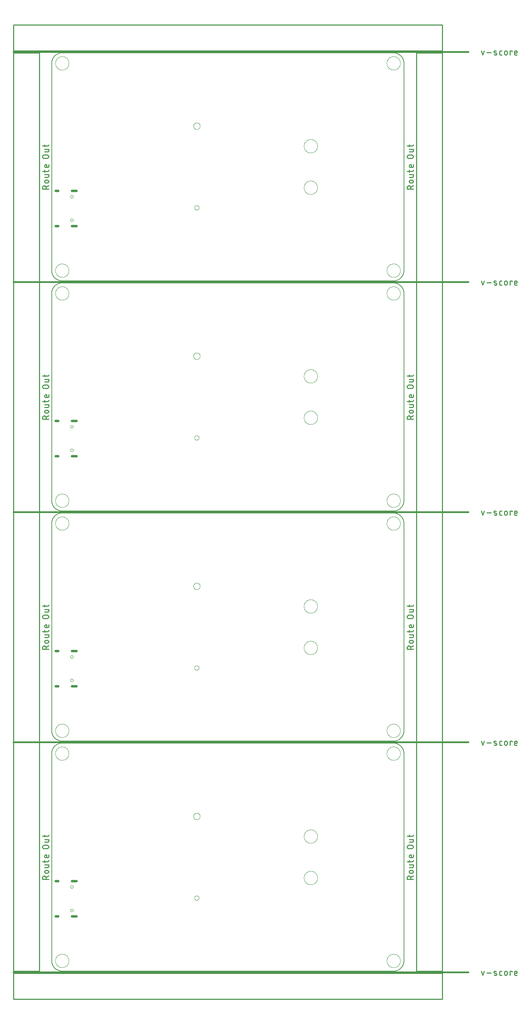
<source format=gko>
G04 EAGLE Gerber RS-274X export*
G75*
%MOMM*%
%FSLAX34Y34*%
%LPD*%
%IN*%
%IPPOS*%
%AMOC8*
5,1,8,0,0,1.08239X$1,22.5*%
G01*
%ADD10C,0.203200*%
%ADD11C,0.279400*%
%ADD12C,0.381000*%
%ADD13C,0.254000*%
%ADD14C,0.000000*%
%ADD15C,0.600000*%


D10*
X25400Y558800D02*
X838200Y558800D01*
X838814Y558793D01*
X839427Y558770D01*
X840040Y558733D01*
X840651Y558681D01*
X841262Y558615D01*
X841870Y558533D01*
X842476Y558437D01*
X843080Y558327D01*
X843681Y558202D01*
X844279Y558062D01*
X844873Y557908D01*
X845463Y557739D01*
X846049Y557557D01*
X846630Y557360D01*
X847207Y557149D01*
X847778Y556925D01*
X848344Y556687D01*
X848904Y556435D01*
X849457Y556169D01*
X850004Y555891D01*
X850544Y555599D01*
X851077Y555294D01*
X851602Y554976D01*
X852120Y554646D01*
X852629Y554304D01*
X853130Y553949D01*
X853622Y553582D01*
X854105Y553204D01*
X854579Y552814D01*
X855043Y552412D01*
X855498Y552000D01*
X855942Y551576D01*
X856376Y551142D01*
X856800Y550698D01*
X857212Y550243D01*
X857614Y549779D01*
X858004Y549305D01*
X858382Y548822D01*
X858749Y548330D01*
X859104Y547829D01*
X859446Y547320D01*
X859776Y546802D01*
X860094Y546277D01*
X860399Y545744D01*
X860691Y545204D01*
X860969Y544657D01*
X861235Y544104D01*
X861487Y543544D01*
X861725Y542978D01*
X861949Y542407D01*
X862160Y541830D01*
X862357Y541249D01*
X862539Y540663D01*
X862708Y540073D01*
X862862Y539479D01*
X863002Y538881D01*
X863127Y538280D01*
X863237Y537676D01*
X863333Y537070D01*
X863415Y536462D01*
X863481Y535851D01*
X863533Y535240D01*
X863570Y534627D01*
X863593Y534014D01*
X863600Y533400D01*
X863600Y25400D01*
X863593Y24786D01*
X863570Y24173D01*
X863533Y23560D01*
X863481Y22949D01*
X863415Y22338D01*
X863333Y21730D01*
X863237Y21124D01*
X863127Y20520D01*
X863002Y19919D01*
X862862Y19321D01*
X862708Y18727D01*
X862539Y18137D01*
X862357Y17551D01*
X862160Y16970D01*
X861949Y16393D01*
X861725Y15822D01*
X861487Y15256D01*
X861235Y14696D01*
X860969Y14143D01*
X860691Y13596D01*
X860399Y13056D01*
X860094Y12523D01*
X859776Y11998D01*
X859446Y11480D01*
X859104Y10971D01*
X858749Y10470D01*
X858382Y9978D01*
X858004Y9495D01*
X857614Y9021D01*
X857212Y8557D01*
X856800Y8102D01*
X856376Y7658D01*
X855942Y7224D01*
X855498Y6800D01*
X855043Y6388D01*
X854579Y5986D01*
X854105Y5596D01*
X853622Y5218D01*
X853130Y4851D01*
X852629Y4496D01*
X852120Y4154D01*
X851602Y3824D01*
X851077Y3506D01*
X850544Y3201D01*
X850004Y2909D01*
X849457Y2631D01*
X848904Y2365D01*
X848344Y2113D01*
X847778Y1875D01*
X847207Y1651D01*
X846630Y1440D01*
X846049Y1243D01*
X845463Y1061D01*
X844873Y892D01*
X844279Y738D01*
X843681Y598D01*
X843080Y473D01*
X842476Y363D01*
X841870Y267D01*
X841262Y185D01*
X840651Y119D01*
X840040Y67D01*
X839427Y30D01*
X838814Y7D01*
X838200Y0D01*
X25400Y0D01*
X24786Y7D01*
X24173Y30D01*
X23560Y67D01*
X22949Y119D01*
X22338Y185D01*
X21730Y267D01*
X21124Y363D01*
X20520Y473D01*
X19919Y598D01*
X19321Y738D01*
X18727Y892D01*
X18137Y1061D01*
X17551Y1243D01*
X16970Y1440D01*
X16393Y1651D01*
X15822Y1875D01*
X15256Y2113D01*
X14696Y2365D01*
X14143Y2631D01*
X13596Y2909D01*
X13056Y3201D01*
X12523Y3506D01*
X11998Y3824D01*
X11480Y4154D01*
X10971Y4496D01*
X10470Y4851D01*
X9978Y5218D01*
X9495Y5596D01*
X9021Y5986D01*
X8557Y6388D01*
X8102Y6800D01*
X7658Y7224D01*
X7224Y7658D01*
X6800Y8102D01*
X6388Y8557D01*
X5986Y9021D01*
X5596Y9495D01*
X5218Y9978D01*
X4851Y10470D01*
X4496Y10971D01*
X4154Y11480D01*
X3824Y11998D01*
X3506Y12523D01*
X3201Y13056D01*
X2909Y13596D01*
X2631Y14143D01*
X2365Y14696D01*
X2113Y15256D01*
X1875Y15822D01*
X1651Y16393D01*
X1440Y16970D01*
X1243Y17551D01*
X1061Y18137D01*
X892Y18727D01*
X738Y19321D01*
X598Y19919D01*
X473Y20520D01*
X363Y21124D01*
X267Y21730D01*
X185Y22338D01*
X119Y22949D01*
X67Y23560D01*
X30Y24173D01*
X7Y24786D01*
X0Y25400D01*
X0Y533400D01*
X7Y534014D01*
X30Y534627D01*
X67Y535240D01*
X119Y535851D01*
X185Y536462D01*
X267Y537070D01*
X363Y537676D01*
X473Y538280D01*
X598Y538881D01*
X738Y539479D01*
X892Y540073D01*
X1061Y540663D01*
X1243Y541249D01*
X1440Y541830D01*
X1651Y542407D01*
X1875Y542978D01*
X2113Y543544D01*
X2365Y544104D01*
X2631Y544657D01*
X2909Y545204D01*
X3201Y545744D01*
X3506Y546277D01*
X3824Y546802D01*
X4154Y547320D01*
X4496Y547829D01*
X4851Y548330D01*
X5218Y548822D01*
X5596Y549305D01*
X5986Y549779D01*
X6388Y550243D01*
X6800Y550698D01*
X7224Y551142D01*
X7658Y551576D01*
X8102Y552000D01*
X8557Y552412D01*
X9021Y552814D01*
X9495Y553204D01*
X9978Y553582D01*
X10470Y553949D01*
X10971Y554304D01*
X11480Y554646D01*
X11998Y554976D01*
X12523Y555294D01*
X13056Y555599D01*
X13596Y555891D01*
X14143Y556169D01*
X14696Y556435D01*
X15256Y556687D01*
X15822Y556925D01*
X16393Y557149D01*
X16970Y557360D01*
X17551Y557557D01*
X18137Y557739D01*
X18727Y557908D01*
X19321Y558062D01*
X19919Y558202D01*
X20520Y558327D01*
X21124Y558437D01*
X21730Y558533D01*
X22338Y558615D01*
X22949Y558681D01*
X23560Y558733D01*
X24173Y558770D01*
X24786Y558793D01*
X25400Y558800D01*
D11*
X-7747Y224904D02*
X-22733Y224904D01*
X-22733Y229067D01*
X-22731Y229195D01*
X-22725Y229323D01*
X-22715Y229451D01*
X-22701Y229579D01*
X-22684Y229706D01*
X-22662Y229832D01*
X-22637Y229958D01*
X-22607Y230082D01*
X-22574Y230206D01*
X-22537Y230329D01*
X-22496Y230451D01*
X-22452Y230571D01*
X-22404Y230690D01*
X-22352Y230807D01*
X-22297Y230923D01*
X-22238Y231036D01*
X-22175Y231149D01*
X-22109Y231259D01*
X-22040Y231366D01*
X-21968Y231472D01*
X-21892Y231576D01*
X-21813Y231677D01*
X-21731Y231776D01*
X-21646Y231872D01*
X-21559Y231965D01*
X-21468Y232056D01*
X-21375Y232143D01*
X-21279Y232228D01*
X-21180Y232310D01*
X-21079Y232389D01*
X-20975Y232465D01*
X-20869Y232537D01*
X-20762Y232606D01*
X-20651Y232672D01*
X-20539Y232735D01*
X-20426Y232794D01*
X-20310Y232849D01*
X-20193Y232901D01*
X-20074Y232949D01*
X-19954Y232993D01*
X-19832Y233034D01*
X-19709Y233071D01*
X-19585Y233104D01*
X-19461Y233134D01*
X-19335Y233159D01*
X-19209Y233181D01*
X-19082Y233198D01*
X-18954Y233212D01*
X-18826Y233222D01*
X-18698Y233228D01*
X-18570Y233230D01*
X-18442Y233228D01*
X-18314Y233222D01*
X-18186Y233212D01*
X-18058Y233198D01*
X-17931Y233181D01*
X-17805Y233159D01*
X-17679Y233134D01*
X-17555Y233104D01*
X-17431Y233071D01*
X-17308Y233034D01*
X-17186Y232993D01*
X-17066Y232949D01*
X-16947Y232901D01*
X-16830Y232849D01*
X-16714Y232794D01*
X-16601Y232735D01*
X-16489Y232672D01*
X-16378Y232606D01*
X-16271Y232537D01*
X-16165Y232465D01*
X-16061Y232389D01*
X-15960Y232310D01*
X-15861Y232228D01*
X-15765Y232143D01*
X-15672Y232056D01*
X-15581Y231965D01*
X-15494Y231872D01*
X-15409Y231776D01*
X-15327Y231677D01*
X-15248Y231576D01*
X-15172Y231472D01*
X-15100Y231366D01*
X-15031Y231259D01*
X-14965Y231149D01*
X-14902Y231036D01*
X-14843Y230923D01*
X-14788Y230807D01*
X-14736Y230690D01*
X-14688Y230571D01*
X-14644Y230451D01*
X-14603Y230329D01*
X-14566Y230206D01*
X-14533Y230082D01*
X-14503Y229958D01*
X-14478Y229832D01*
X-14456Y229706D01*
X-14439Y229579D01*
X-14425Y229451D01*
X-14415Y229323D01*
X-14409Y229195D01*
X-14407Y229067D01*
X-14407Y224904D01*
X-14407Y229899D02*
X-7747Y233229D01*
X-11077Y240188D02*
X-14407Y240188D01*
X-14521Y240190D01*
X-14634Y240196D01*
X-14748Y240205D01*
X-14860Y240219D01*
X-14973Y240236D01*
X-15085Y240258D01*
X-15195Y240283D01*
X-15305Y240311D01*
X-15414Y240344D01*
X-15522Y240380D01*
X-15629Y240420D01*
X-15734Y240464D01*
X-15837Y240511D01*
X-15939Y240561D01*
X-16039Y240615D01*
X-16137Y240673D01*
X-16233Y240734D01*
X-16327Y240797D01*
X-16419Y240865D01*
X-16509Y240935D01*
X-16595Y241008D01*
X-16680Y241084D01*
X-16762Y241163D01*
X-16841Y241245D01*
X-16917Y241330D01*
X-16990Y241416D01*
X-17060Y241506D01*
X-17128Y241598D01*
X-17191Y241692D01*
X-17252Y241788D01*
X-17310Y241886D01*
X-17364Y241986D01*
X-17414Y242088D01*
X-17461Y242191D01*
X-17505Y242296D01*
X-17545Y242403D01*
X-17581Y242511D01*
X-17614Y242620D01*
X-17642Y242730D01*
X-17667Y242840D01*
X-17689Y242952D01*
X-17706Y243065D01*
X-17720Y243177D01*
X-17729Y243291D01*
X-17735Y243404D01*
X-17737Y243518D01*
X-17735Y243632D01*
X-17729Y243745D01*
X-17720Y243859D01*
X-17706Y243971D01*
X-17689Y244084D01*
X-17667Y244196D01*
X-17642Y244306D01*
X-17614Y244416D01*
X-17581Y244525D01*
X-17545Y244633D01*
X-17505Y244740D01*
X-17461Y244845D01*
X-17414Y244948D01*
X-17364Y245050D01*
X-17310Y245150D01*
X-17252Y245248D01*
X-17191Y245344D01*
X-17128Y245438D01*
X-17060Y245530D01*
X-16990Y245620D01*
X-16917Y245706D01*
X-16841Y245791D01*
X-16762Y245873D01*
X-16680Y245952D01*
X-16595Y246028D01*
X-16509Y246101D01*
X-16419Y246171D01*
X-16327Y246239D01*
X-16233Y246302D01*
X-16137Y246363D01*
X-16039Y246421D01*
X-15939Y246475D01*
X-15837Y246525D01*
X-15734Y246572D01*
X-15629Y246616D01*
X-15522Y246656D01*
X-15414Y246692D01*
X-15305Y246725D01*
X-15195Y246753D01*
X-15085Y246778D01*
X-14973Y246800D01*
X-14860Y246817D01*
X-14748Y246831D01*
X-14634Y246840D01*
X-14521Y246846D01*
X-14407Y246848D01*
X-11077Y246848D01*
X-10963Y246846D01*
X-10850Y246840D01*
X-10736Y246831D01*
X-10624Y246817D01*
X-10511Y246800D01*
X-10399Y246778D01*
X-10289Y246753D01*
X-10179Y246725D01*
X-10070Y246692D01*
X-9962Y246656D01*
X-9855Y246616D01*
X-9750Y246572D01*
X-9647Y246525D01*
X-9545Y246475D01*
X-9445Y246421D01*
X-9347Y246363D01*
X-9251Y246302D01*
X-9157Y246239D01*
X-9065Y246171D01*
X-8975Y246101D01*
X-8889Y246028D01*
X-8804Y245952D01*
X-8722Y245873D01*
X-8643Y245791D01*
X-8567Y245706D01*
X-8494Y245620D01*
X-8424Y245530D01*
X-8356Y245438D01*
X-8293Y245344D01*
X-8232Y245248D01*
X-8174Y245150D01*
X-8120Y245050D01*
X-8070Y244948D01*
X-8023Y244845D01*
X-7979Y244740D01*
X-7939Y244633D01*
X-7903Y244525D01*
X-7870Y244416D01*
X-7842Y244306D01*
X-7817Y244196D01*
X-7795Y244084D01*
X-7778Y243971D01*
X-7764Y243859D01*
X-7755Y243745D01*
X-7749Y243632D01*
X-7747Y243518D01*
X-7749Y243404D01*
X-7755Y243291D01*
X-7764Y243177D01*
X-7778Y243065D01*
X-7795Y242952D01*
X-7817Y242840D01*
X-7842Y242730D01*
X-7870Y242620D01*
X-7903Y242511D01*
X-7939Y242403D01*
X-7979Y242296D01*
X-8023Y242191D01*
X-8070Y242088D01*
X-8120Y241986D01*
X-8174Y241886D01*
X-8232Y241788D01*
X-8293Y241692D01*
X-8356Y241598D01*
X-8424Y241506D01*
X-8494Y241416D01*
X-8567Y241330D01*
X-8643Y241245D01*
X-8722Y241163D01*
X-8804Y241084D01*
X-8889Y241008D01*
X-8975Y240935D01*
X-9065Y240865D01*
X-9157Y240797D01*
X-9251Y240734D01*
X-9347Y240673D01*
X-9445Y240615D01*
X-9545Y240561D01*
X-9647Y240511D01*
X-9750Y240464D01*
X-9855Y240420D01*
X-9962Y240380D01*
X-10070Y240344D01*
X-10179Y240311D01*
X-10289Y240283D01*
X-10399Y240258D01*
X-10511Y240236D01*
X-10624Y240219D01*
X-10736Y240205D01*
X-10850Y240196D01*
X-10963Y240190D01*
X-11077Y240188D01*
X-10245Y254256D02*
X-17738Y254256D01*
X-10245Y254255D02*
X-10147Y254257D01*
X-10049Y254263D01*
X-9951Y254272D01*
X-9854Y254286D01*
X-9758Y254303D01*
X-9662Y254324D01*
X-9567Y254349D01*
X-9473Y254377D01*
X-9380Y254409D01*
X-9289Y254445D01*
X-9199Y254484D01*
X-9111Y254527D01*
X-9024Y254574D01*
X-8940Y254623D01*
X-8857Y254676D01*
X-8777Y254732D01*
X-8699Y254791D01*
X-8623Y254854D01*
X-8549Y254919D01*
X-8479Y254987D01*
X-8411Y255057D01*
X-8346Y255131D01*
X-8283Y255207D01*
X-8224Y255285D01*
X-8168Y255365D01*
X-8115Y255448D01*
X-8066Y255532D01*
X-8019Y255619D01*
X-7976Y255707D01*
X-7937Y255797D01*
X-7901Y255888D01*
X-7869Y255981D01*
X-7841Y256075D01*
X-7816Y256170D01*
X-7795Y256266D01*
X-7778Y256362D01*
X-7764Y256459D01*
X-7755Y256557D01*
X-7749Y256655D01*
X-7747Y256753D01*
X-7747Y260916D01*
X-17738Y260916D01*
X-17738Y266897D02*
X-17738Y271892D01*
X-22733Y268562D02*
X-10245Y268562D01*
X-10147Y268564D01*
X-10049Y268570D01*
X-9951Y268579D01*
X-9854Y268593D01*
X-9758Y268610D01*
X-9662Y268631D01*
X-9567Y268656D01*
X-9473Y268684D01*
X-9380Y268716D01*
X-9289Y268752D01*
X-9199Y268791D01*
X-9111Y268834D01*
X-9024Y268881D01*
X-8940Y268930D01*
X-8857Y268983D01*
X-8777Y269039D01*
X-8699Y269098D01*
X-8623Y269161D01*
X-8549Y269226D01*
X-8479Y269294D01*
X-8411Y269364D01*
X-8346Y269438D01*
X-8283Y269514D01*
X-8224Y269592D01*
X-8168Y269672D01*
X-8115Y269755D01*
X-8066Y269839D01*
X-8019Y269926D01*
X-7976Y270014D01*
X-7937Y270104D01*
X-7901Y270195D01*
X-7869Y270288D01*
X-7841Y270382D01*
X-7816Y270477D01*
X-7795Y270573D01*
X-7778Y270669D01*
X-7764Y270766D01*
X-7755Y270864D01*
X-7749Y270962D01*
X-7747Y271060D01*
X-7747Y271892D01*
X-7747Y280721D02*
X-7747Y284884D01*
X-7747Y280721D02*
X-7749Y280623D01*
X-7755Y280525D01*
X-7764Y280427D01*
X-7778Y280330D01*
X-7795Y280234D01*
X-7816Y280138D01*
X-7841Y280043D01*
X-7869Y279949D01*
X-7901Y279856D01*
X-7937Y279765D01*
X-7976Y279675D01*
X-8019Y279587D01*
X-8066Y279500D01*
X-8115Y279416D01*
X-8168Y279333D01*
X-8224Y279253D01*
X-8283Y279175D01*
X-8346Y279099D01*
X-8411Y279025D01*
X-8479Y278955D01*
X-8549Y278887D01*
X-8623Y278822D01*
X-8699Y278759D01*
X-8777Y278700D01*
X-8857Y278644D01*
X-8940Y278591D01*
X-9024Y278542D01*
X-9111Y278495D01*
X-9199Y278452D01*
X-9289Y278413D01*
X-9380Y278377D01*
X-9473Y278345D01*
X-9567Y278317D01*
X-9662Y278292D01*
X-9758Y278271D01*
X-9854Y278254D01*
X-9951Y278240D01*
X-10049Y278231D01*
X-10147Y278225D01*
X-10245Y278223D01*
X-10245Y278224D02*
X-14407Y278224D01*
X-14521Y278226D01*
X-14634Y278232D01*
X-14748Y278241D01*
X-14860Y278255D01*
X-14973Y278272D01*
X-15085Y278294D01*
X-15195Y278319D01*
X-15305Y278347D01*
X-15414Y278380D01*
X-15522Y278416D01*
X-15629Y278456D01*
X-15734Y278500D01*
X-15837Y278547D01*
X-15939Y278597D01*
X-16039Y278651D01*
X-16137Y278709D01*
X-16233Y278770D01*
X-16327Y278833D01*
X-16419Y278901D01*
X-16509Y278971D01*
X-16595Y279044D01*
X-16680Y279120D01*
X-16762Y279199D01*
X-16841Y279281D01*
X-16917Y279366D01*
X-16990Y279452D01*
X-17060Y279542D01*
X-17128Y279634D01*
X-17191Y279728D01*
X-17252Y279824D01*
X-17310Y279922D01*
X-17364Y280022D01*
X-17414Y280124D01*
X-17461Y280227D01*
X-17505Y280332D01*
X-17545Y280439D01*
X-17581Y280547D01*
X-17614Y280656D01*
X-17642Y280766D01*
X-17667Y280876D01*
X-17689Y280988D01*
X-17706Y281101D01*
X-17720Y281213D01*
X-17729Y281327D01*
X-17735Y281440D01*
X-17737Y281554D01*
X-17735Y281668D01*
X-17729Y281781D01*
X-17720Y281895D01*
X-17706Y282007D01*
X-17689Y282120D01*
X-17667Y282232D01*
X-17642Y282342D01*
X-17614Y282452D01*
X-17581Y282561D01*
X-17545Y282669D01*
X-17505Y282776D01*
X-17461Y282881D01*
X-17414Y282984D01*
X-17364Y283086D01*
X-17310Y283186D01*
X-17252Y283284D01*
X-17191Y283380D01*
X-17128Y283474D01*
X-17060Y283566D01*
X-16990Y283656D01*
X-16917Y283742D01*
X-16841Y283827D01*
X-16762Y283909D01*
X-16680Y283988D01*
X-16595Y284064D01*
X-16509Y284137D01*
X-16419Y284207D01*
X-16327Y284275D01*
X-16233Y284338D01*
X-16137Y284399D01*
X-16039Y284457D01*
X-15939Y284511D01*
X-15837Y284561D01*
X-15734Y284608D01*
X-15629Y284652D01*
X-15522Y284692D01*
X-15414Y284728D01*
X-15305Y284761D01*
X-15195Y284789D01*
X-15085Y284814D01*
X-14973Y284836D01*
X-14860Y284853D01*
X-14748Y284867D01*
X-14634Y284876D01*
X-14521Y284882D01*
X-14407Y284884D01*
X-12742Y284884D01*
X-12742Y278224D01*
X-11910Y300317D02*
X-18570Y300317D01*
X-18698Y300319D01*
X-18826Y300325D01*
X-18954Y300335D01*
X-19082Y300349D01*
X-19209Y300366D01*
X-19335Y300388D01*
X-19461Y300413D01*
X-19585Y300443D01*
X-19709Y300476D01*
X-19832Y300513D01*
X-19954Y300554D01*
X-20074Y300598D01*
X-20193Y300646D01*
X-20310Y300698D01*
X-20426Y300753D01*
X-20539Y300812D01*
X-20652Y300875D01*
X-20762Y300941D01*
X-20869Y301010D01*
X-20975Y301082D01*
X-21079Y301158D01*
X-21180Y301237D01*
X-21279Y301319D01*
X-21375Y301404D01*
X-21468Y301491D01*
X-21559Y301582D01*
X-21646Y301675D01*
X-21731Y301771D01*
X-21813Y301870D01*
X-21892Y301971D01*
X-21968Y302075D01*
X-22040Y302181D01*
X-22109Y302288D01*
X-22175Y302399D01*
X-22238Y302511D01*
X-22297Y302624D01*
X-22352Y302740D01*
X-22404Y302857D01*
X-22452Y302976D01*
X-22496Y303096D01*
X-22537Y303218D01*
X-22574Y303341D01*
X-22607Y303465D01*
X-22637Y303589D01*
X-22662Y303715D01*
X-22684Y303841D01*
X-22701Y303968D01*
X-22715Y304096D01*
X-22725Y304224D01*
X-22731Y304352D01*
X-22733Y304480D01*
X-22731Y304608D01*
X-22725Y304736D01*
X-22715Y304864D01*
X-22701Y304992D01*
X-22684Y305119D01*
X-22662Y305245D01*
X-22637Y305371D01*
X-22607Y305495D01*
X-22574Y305619D01*
X-22537Y305742D01*
X-22496Y305864D01*
X-22452Y305984D01*
X-22404Y306103D01*
X-22352Y306220D01*
X-22297Y306336D01*
X-22238Y306449D01*
X-22175Y306562D01*
X-22109Y306672D01*
X-22040Y306779D01*
X-21968Y306885D01*
X-21892Y306989D01*
X-21813Y307090D01*
X-21731Y307189D01*
X-21646Y307285D01*
X-21559Y307378D01*
X-21468Y307469D01*
X-21375Y307556D01*
X-21279Y307641D01*
X-21180Y307723D01*
X-21079Y307802D01*
X-20975Y307878D01*
X-20869Y307950D01*
X-20762Y308019D01*
X-20651Y308085D01*
X-20539Y308148D01*
X-20426Y308207D01*
X-20310Y308262D01*
X-20193Y308314D01*
X-20074Y308362D01*
X-19954Y308406D01*
X-19832Y308447D01*
X-19709Y308484D01*
X-19585Y308517D01*
X-19461Y308547D01*
X-19335Y308572D01*
X-19209Y308594D01*
X-19082Y308611D01*
X-18954Y308625D01*
X-18826Y308635D01*
X-18698Y308641D01*
X-18570Y308643D01*
X-18570Y308642D02*
X-11910Y308642D01*
X-11910Y308643D02*
X-11782Y308641D01*
X-11654Y308635D01*
X-11526Y308625D01*
X-11398Y308611D01*
X-11271Y308594D01*
X-11145Y308572D01*
X-11019Y308547D01*
X-10895Y308517D01*
X-10771Y308484D01*
X-10648Y308447D01*
X-10526Y308406D01*
X-10406Y308362D01*
X-10287Y308314D01*
X-10170Y308262D01*
X-10054Y308207D01*
X-9941Y308148D01*
X-9828Y308085D01*
X-9718Y308019D01*
X-9611Y307950D01*
X-9505Y307878D01*
X-9401Y307802D01*
X-9300Y307723D01*
X-9201Y307641D01*
X-9105Y307556D01*
X-9012Y307469D01*
X-8921Y307378D01*
X-8834Y307285D01*
X-8749Y307189D01*
X-8667Y307090D01*
X-8588Y306989D01*
X-8512Y306885D01*
X-8440Y306779D01*
X-8371Y306672D01*
X-8305Y306562D01*
X-8242Y306449D01*
X-8183Y306336D01*
X-8128Y306220D01*
X-8076Y306103D01*
X-8028Y305984D01*
X-7984Y305864D01*
X-7943Y305742D01*
X-7906Y305619D01*
X-7873Y305495D01*
X-7843Y305371D01*
X-7818Y305245D01*
X-7796Y305119D01*
X-7779Y304992D01*
X-7765Y304864D01*
X-7755Y304736D01*
X-7749Y304608D01*
X-7747Y304480D01*
X-7749Y304352D01*
X-7755Y304224D01*
X-7765Y304096D01*
X-7779Y303968D01*
X-7796Y303841D01*
X-7818Y303715D01*
X-7843Y303589D01*
X-7873Y303465D01*
X-7906Y303341D01*
X-7943Y303218D01*
X-7984Y303096D01*
X-8028Y302976D01*
X-8076Y302857D01*
X-8128Y302740D01*
X-8183Y302624D01*
X-8242Y302511D01*
X-8305Y302399D01*
X-8371Y302288D01*
X-8440Y302181D01*
X-8512Y302075D01*
X-8588Y301971D01*
X-8667Y301870D01*
X-8749Y301771D01*
X-8834Y301675D01*
X-8921Y301582D01*
X-9012Y301491D01*
X-9105Y301404D01*
X-9201Y301319D01*
X-9300Y301237D01*
X-9401Y301158D01*
X-9505Y301082D01*
X-9611Y301010D01*
X-9718Y300941D01*
X-9829Y300875D01*
X-9941Y300812D01*
X-10054Y300753D01*
X-10170Y300698D01*
X-10287Y300646D01*
X-10406Y300598D01*
X-10526Y300554D01*
X-10648Y300513D01*
X-10771Y300476D01*
X-10895Y300443D01*
X-11019Y300413D01*
X-11145Y300388D01*
X-11271Y300366D01*
X-11398Y300349D01*
X-11526Y300335D01*
X-11654Y300325D01*
X-11782Y300319D01*
X-11910Y300317D01*
X-10245Y316259D02*
X-17738Y316259D01*
X-10245Y316259D02*
X-10147Y316261D01*
X-10049Y316267D01*
X-9951Y316276D01*
X-9854Y316290D01*
X-9758Y316307D01*
X-9662Y316328D01*
X-9567Y316353D01*
X-9473Y316381D01*
X-9380Y316413D01*
X-9289Y316449D01*
X-9199Y316488D01*
X-9111Y316531D01*
X-9024Y316578D01*
X-8940Y316627D01*
X-8857Y316680D01*
X-8777Y316736D01*
X-8699Y316795D01*
X-8623Y316858D01*
X-8549Y316923D01*
X-8479Y316991D01*
X-8411Y317061D01*
X-8346Y317135D01*
X-8283Y317211D01*
X-8224Y317289D01*
X-8168Y317369D01*
X-8115Y317452D01*
X-8066Y317536D01*
X-8019Y317623D01*
X-7976Y317711D01*
X-7937Y317801D01*
X-7901Y317892D01*
X-7869Y317985D01*
X-7841Y318079D01*
X-7816Y318174D01*
X-7795Y318270D01*
X-7778Y318366D01*
X-7764Y318463D01*
X-7755Y318561D01*
X-7749Y318659D01*
X-7747Y318757D01*
X-7747Y322920D01*
X-17738Y322920D01*
X-17738Y328901D02*
X-17738Y333896D01*
X-22733Y330566D02*
X-10245Y330566D01*
X-10147Y330568D01*
X-10049Y330574D01*
X-9951Y330583D01*
X-9854Y330597D01*
X-9758Y330614D01*
X-9662Y330635D01*
X-9567Y330660D01*
X-9473Y330688D01*
X-9380Y330720D01*
X-9289Y330756D01*
X-9199Y330795D01*
X-9111Y330838D01*
X-9024Y330885D01*
X-8940Y330934D01*
X-8857Y330987D01*
X-8777Y331043D01*
X-8699Y331102D01*
X-8623Y331165D01*
X-8549Y331230D01*
X-8479Y331298D01*
X-8411Y331368D01*
X-8346Y331442D01*
X-8283Y331518D01*
X-8224Y331596D01*
X-8168Y331676D01*
X-8115Y331759D01*
X-8066Y331843D01*
X-8019Y331930D01*
X-7976Y332018D01*
X-7937Y332108D01*
X-7901Y332199D01*
X-7869Y332292D01*
X-7841Y332386D01*
X-7816Y332481D01*
X-7795Y332577D01*
X-7778Y332673D01*
X-7764Y332770D01*
X-7755Y332868D01*
X-7749Y332966D01*
X-7747Y333064D01*
X-7747Y333896D01*
X871347Y224904D02*
X886333Y224904D01*
X871347Y224904D02*
X871347Y229067D01*
X871349Y229195D01*
X871355Y229323D01*
X871365Y229451D01*
X871379Y229579D01*
X871396Y229706D01*
X871418Y229832D01*
X871443Y229958D01*
X871473Y230082D01*
X871506Y230206D01*
X871543Y230329D01*
X871584Y230451D01*
X871628Y230571D01*
X871676Y230690D01*
X871728Y230807D01*
X871783Y230923D01*
X871842Y231036D01*
X871905Y231149D01*
X871971Y231259D01*
X872040Y231366D01*
X872112Y231472D01*
X872188Y231576D01*
X872267Y231677D01*
X872349Y231776D01*
X872434Y231872D01*
X872521Y231965D01*
X872612Y232056D01*
X872705Y232143D01*
X872801Y232228D01*
X872900Y232310D01*
X873001Y232389D01*
X873105Y232465D01*
X873211Y232537D01*
X873318Y232606D01*
X873429Y232672D01*
X873541Y232735D01*
X873654Y232794D01*
X873770Y232849D01*
X873887Y232901D01*
X874006Y232949D01*
X874126Y232993D01*
X874248Y233034D01*
X874371Y233071D01*
X874495Y233104D01*
X874619Y233134D01*
X874745Y233159D01*
X874871Y233181D01*
X874998Y233198D01*
X875126Y233212D01*
X875254Y233222D01*
X875382Y233228D01*
X875510Y233230D01*
X875638Y233228D01*
X875766Y233222D01*
X875894Y233212D01*
X876022Y233198D01*
X876149Y233181D01*
X876275Y233159D01*
X876401Y233134D01*
X876525Y233104D01*
X876649Y233071D01*
X876772Y233034D01*
X876894Y232993D01*
X877014Y232949D01*
X877133Y232901D01*
X877250Y232849D01*
X877366Y232794D01*
X877479Y232735D01*
X877592Y232672D01*
X877702Y232606D01*
X877809Y232537D01*
X877915Y232465D01*
X878019Y232389D01*
X878120Y232310D01*
X878219Y232228D01*
X878315Y232143D01*
X878408Y232056D01*
X878499Y231965D01*
X878586Y231872D01*
X878671Y231776D01*
X878753Y231677D01*
X878832Y231576D01*
X878908Y231472D01*
X878980Y231366D01*
X879049Y231259D01*
X879115Y231149D01*
X879178Y231036D01*
X879237Y230923D01*
X879292Y230807D01*
X879344Y230690D01*
X879392Y230571D01*
X879436Y230451D01*
X879477Y230329D01*
X879514Y230206D01*
X879547Y230082D01*
X879577Y229958D01*
X879602Y229832D01*
X879624Y229706D01*
X879641Y229579D01*
X879655Y229451D01*
X879665Y229323D01*
X879671Y229195D01*
X879673Y229067D01*
X879673Y224904D01*
X879673Y229899D02*
X886333Y233229D01*
X883003Y240188D02*
X879673Y240188D01*
X879559Y240190D01*
X879446Y240196D01*
X879332Y240205D01*
X879220Y240219D01*
X879107Y240236D01*
X878995Y240258D01*
X878885Y240283D01*
X878775Y240311D01*
X878666Y240344D01*
X878558Y240380D01*
X878451Y240420D01*
X878346Y240464D01*
X878243Y240511D01*
X878141Y240561D01*
X878041Y240615D01*
X877943Y240673D01*
X877847Y240734D01*
X877753Y240797D01*
X877661Y240865D01*
X877571Y240935D01*
X877485Y241008D01*
X877400Y241084D01*
X877318Y241163D01*
X877239Y241245D01*
X877163Y241330D01*
X877090Y241416D01*
X877020Y241506D01*
X876952Y241598D01*
X876889Y241692D01*
X876828Y241788D01*
X876770Y241886D01*
X876716Y241986D01*
X876666Y242088D01*
X876619Y242191D01*
X876575Y242296D01*
X876535Y242403D01*
X876499Y242511D01*
X876466Y242620D01*
X876438Y242730D01*
X876413Y242840D01*
X876391Y242952D01*
X876374Y243065D01*
X876360Y243177D01*
X876351Y243291D01*
X876345Y243404D01*
X876343Y243518D01*
X876345Y243632D01*
X876351Y243745D01*
X876360Y243859D01*
X876374Y243971D01*
X876391Y244084D01*
X876413Y244196D01*
X876438Y244306D01*
X876466Y244416D01*
X876499Y244525D01*
X876535Y244633D01*
X876575Y244740D01*
X876619Y244845D01*
X876666Y244948D01*
X876716Y245050D01*
X876770Y245150D01*
X876828Y245248D01*
X876889Y245344D01*
X876952Y245438D01*
X877020Y245530D01*
X877090Y245620D01*
X877163Y245706D01*
X877239Y245791D01*
X877318Y245873D01*
X877400Y245952D01*
X877485Y246028D01*
X877571Y246101D01*
X877661Y246171D01*
X877753Y246239D01*
X877847Y246302D01*
X877943Y246363D01*
X878041Y246421D01*
X878141Y246475D01*
X878243Y246525D01*
X878346Y246572D01*
X878451Y246616D01*
X878558Y246656D01*
X878666Y246692D01*
X878775Y246725D01*
X878885Y246753D01*
X878995Y246778D01*
X879107Y246800D01*
X879220Y246817D01*
X879332Y246831D01*
X879446Y246840D01*
X879559Y246846D01*
X879673Y246848D01*
X883003Y246848D01*
X883117Y246846D01*
X883230Y246840D01*
X883344Y246831D01*
X883456Y246817D01*
X883569Y246800D01*
X883681Y246778D01*
X883791Y246753D01*
X883901Y246725D01*
X884010Y246692D01*
X884118Y246656D01*
X884225Y246616D01*
X884330Y246572D01*
X884433Y246525D01*
X884535Y246475D01*
X884635Y246421D01*
X884733Y246363D01*
X884829Y246302D01*
X884923Y246239D01*
X885015Y246171D01*
X885105Y246101D01*
X885191Y246028D01*
X885276Y245952D01*
X885358Y245873D01*
X885437Y245791D01*
X885513Y245706D01*
X885586Y245620D01*
X885656Y245530D01*
X885724Y245438D01*
X885787Y245344D01*
X885848Y245248D01*
X885906Y245150D01*
X885960Y245050D01*
X886010Y244948D01*
X886057Y244845D01*
X886101Y244740D01*
X886141Y244633D01*
X886177Y244525D01*
X886210Y244416D01*
X886238Y244306D01*
X886263Y244196D01*
X886285Y244084D01*
X886302Y243971D01*
X886316Y243859D01*
X886325Y243745D01*
X886331Y243632D01*
X886333Y243518D01*
X886331Y243404D01*
X886325Y243291D01*
X886316Y243177D01*
X886302Y243065D01*
X886285Y242952D01*
X886263Y242840D01*
X886238Y242730D01*
X886210Y242620D01*
X886177Y242511D01*
X886141Y242403D01*
X886101Y242296D01*
X886057Y242191D01*
X886010Y242088D01*
X885960Y241986D01*
X885906Y241886D01*
X885848Y241788D01*
X885787Y241692D01*
X885724Y241598D01*
X885656Y241506D01*
X885586Y241416D01*
X885513Y241330D01*
X885437Y241245D01*
X885358Y241163D01*
X885276Y241084D01*
X885191Y241008D01*
X885105Y240935D01*
X885015Y240865D01*
X884923Y240797D01*
X884829Y240734D01*
X884733Y240673D01*
X884635Y240615D01*
X884535Y240561D01*
X884433Y240511D01*
X884330Y240464D01*
X884225Y240420D01*
X884118Y240380D01*
X884010Y240344D01*
X883901Y240311D01*
X883791Y240283D01*
X883681Y240258D01*
X883569Y240236D01*
X883456Y240219D01*
X883344Y240205D01*
X883230Y240196D01*
X883117Y240190D01*
X883003Y240188D01*
X883835Y254256D02*
X876342Y254256D01*
X883835Y254255D02*
X883933Y254257D01*
X884031Y254263D01*
X884129Y254272D01*
X884226Y254286D01*
X884322Y254303D01*
X884418Y254324D01*
X884513Y254349D01*
X884607Y254377D01*
X884700Y254409D01*
X884791Y254445D01*
X884881Y254484D01*
X884969Y254527D01*
X885056Y254574D01*
X885140Y254623D01*
X885223Y254676D01*
X885303Y254732D01*
X885382Y254791D01*
X885457Y254854D01*
X885531Y254919D01*
X885601Y254987D01*
X885669Y255057D01*
X885735Y255131D01*
X885797Y255207D01*
X885856Y255285D01*
X885912Y255365D01*
X885965Y255448D01*
X886015Y255532D01*
X886061Y255619D01*
X886104Y255707D01*
X886143Y255797D01*
X886179Y255888D01*
X886211Y255981D01*
X886239Y256075D01*
X886264Y256170D01*
X886285Y256266D01*
X886302Y256362D01*
X886316Y256459D01*
X886325Y256557D01*
X886331Y256655D01*
X886333Y256753D01*
X886333Y260916D01*
X876342Y260916D01*
X876342Y266897D02*
X876342Y271892D01*
X871347Y268562D02*
X883835Y268562D01*
X883933Y268564D01*
X884031Y268570D01*
X884129Y268579D01*
X884226Y268593D01*
X884322Y268610D01*
X884418Y268631D01*
X884513Y268656D01*
X884607Y268684D01*
X884700Y268716D01*
X884791Y268752D01*
X884881Y268791D01*
X884969Y268834D01*
X885056Y268881D01*
X885140Y268930D01*
X885223Y268983D01*
X885303Y269039D01*
X885382Y269098D01*
X885457Y269161D01*
X885531Y269226D01*
X885601Y269294D01*
X885669Y269364D01*
X885735Y269438D01*
X885797Y269514D01*
X885856Y269592D01*
X885912Y269672D01*
X885965Y269755D01*
X886015Y269839D01*
X886061Y269926D01*
X886104Y270014D01*
X886143Y270104D01*
X886179Y270195D01*
X886211Y270288D01*
X886239Y270382D01*
X886264Y270477D01*
X886285Y270573D01*
X886302Y270669D01*
X886316Y270766D01*
X886325Y270864D01*
X886331Y270962D01*
X886333Y271060D01*
X886333Y271892D01*
X886333Y280721D02*
X886333Y284884D01*
X886333Y280721D02*
X886331Y280623D01*
X886325Y280525D01*
X886316Y280427D01*
X886302Y280330D01*
X886285Y280234D01*
X886264Y280138D01*
X886239Y280043D01*
X886211Y279949D01*
X886179Y279856D01*
X886143Y279765D01*
X886104Y279675D01*
X886061Y279587D01*
X886014Y279500D01*
X885965Y279416D01*
X885912Y279333D01*
X885856Y279253D01*
X885797Y279175D01*
X885735Y279099D01*
X885669Y279025D01*
X885601Y278955D01*
X885531Y278887D01*
X885457Y278822D01*
X885382Y278759D01*
X885303Y278700D01*
X885223Y278644D01*
X885140Y278591D01*
X885056Y278542D01*
X884969Y278495D01*
X884881Y278452D01*
X884791Y278413D01*
X884700Y278377D01*
X884607Y278345D01*
X884513Y278317D01*
X884418Y278292D01*
X884322Y278271D01*
X884226Y278254D01*
X884129Y278240D01*
X884031Y278231D01*
X883933Y278225D01*
X883835Y278223D01*
X883835Y278224D02*
X879673Y278224D01*
X879559Y278226D01*
X879446Y278232D01*
X879332Y278241D01*
X879220Y278255D01*
X879107Y278272D01*
X878995Y278294D01*
X878885Y278319D01*
X878775Y278347D01*
X878666Y278380D01*
X878558Y278416D01*
X878451Y278456D01*
X878346Y278500D01*
X878243Y278547D01*
X878141Y278597D01*
X878041Y278651D01*
X877943Y278709D01*
X877847Y278770D01*
X877753Y278833D01*
X877661Y278901D01*
X877571Y278971D01*
X877485Y279044D01*
X877400Y279120D01*
X877318Y279199D01*
X877239Y279281D01*
X877163Y279366D01*
X877090Y279452D01*
X877020Y279542D01*
X876952Y279634D01*
X876889Y279728D01*
X876828Y279824D01*
X876770Y279922D01*
X876716Y280022D01*
X876666Y280124D01*
X876619Y280227D01*
X876575Y280332D01*
X876535Y280439D01*
X876499Y280547D01*
X876466Y280656D01*
X876438Y280766D01*
X876413Y280876D01*
X876391Y280988D01*
X876374Y281101D01*
X876360Y281213D01*
X876351Y281327D01*
X876345Y281440D01*
X876343Y281554D01*
X876345Y281668D01*
X876351Y281781D01*
X876360Y281895D01*
X876374Y282007D01*
X876391Y282120D01*
X876413Y282232D01*
X876438Y282342D01*
X876466Y282452D01*
X876499Y282561D01*
X876535Y282669D01*
X876575Y282776D01*
X876619Y282881D01*
X876666Y282984D01*
X876716Y283086D01*
X876770Y283186D01*
X876828Y283284D01*
X876889Y283380D01*
X876952Y283474D01*
X877020Y283566D01*
X877090Y283656D01*
X877163Y283742D01*
X877239Y283827D01*
X877318Y283909D01*
X877400Y283988D01*
X877485Y284064D01*
X877571Y284137D01*
X877661Y284207D01*
X877753Y284275D01*
X877847Y284338D01*
X877943Y284399D01*
X878041Y284457D01*
X878141Y284511D01*
X878243Y284561D01*
X878346Y284608D01*
X878451Y284652D01*
X878558Y284692D01*
X878666Y284728D01*
X878775Y284761D01*
X878885Y284789D01*
X878995Y284814D01*
X879107Y284836D01*
X879220Y284853D01*
X879332Y284867D01*
X879446Y284876D01*
X879559Y284882D01*
X879673Y284884D01*
X881338Y284884D01*
X881338Y278224D01*
X882170Y300317D02*
X875510Y300317D01*
X875382Y300319D01*
X875254Y300325D01*
X875126Y300335D01*
X874998Y300349D01*
X874871Y300366D01*
X874745Y300388D01*
X874619Y300413D01*
X874495Y300443D01*
X874371Y300476D01*
X874248Y300513D01*
X874126Y300554D01*
X874006Y300598D01*
X873887Y300646D01*
X873770Y300698D01*
X873654Y300753D01*
X873541Y300812D01*
X873429Y300875D01*
X873318Y300941D01*
X873211Y301010D01*
X873105Y301082D01*
X873001Y301158D01*
X872900Y301237D01*
X872801Y301319D01*
X872705Y301404D01*
X872612Y301491D01*
X872521Y301582D01*
X872434Y301675D01*
X872349Y301771D01*
X872267Y301870D01*
X872188Y301971D01*
X872112Y302075D01*
X872040Y302181D01*
X871971Y302288D01*
X871905Y302399D01*
X871842Y302511D01*
X871783Y302624D01*
X871728Y302740D01*
X871676Y302857D01*
X871628Y302976D01*
X871584Y303096D01*
X871543Y303218D01*
X871506Y303341D01*
X871473Y303465D01*
X871443Y303589D01*
X871418Y303715D01*
X871396Y303841D01*
X871379Y303968D01*
X871365Y304096D01*
X871355Y304224D01*
X871349Y304352D01*
X871347Y304480D01*
X871349Y304608D01*
X871355Y304736D01*
X871365Y304864D01*
X871379Y304992D01*
X871396Y305119D01*
X871418Y305245D01*
X871443Y305371D01*
X871473Y305495D01*
X871506Y305619D01*
X871543Y305742D01*
X871584Y305864D01*
X871628Y305984D01*
X871676Y306103D01*
X871728Y306220D01*
X871783Y306336D01*
X871842Y306449D01*
X871905Y306562D01*
X871971Y306672D01*
X872040Y306779D01*
X872112Y306885D01*
X872188Y306989D01*
X872267Y307090D01*
X872349Y307189D01*
X872434Y307285D01*
X872521Y307378D01*
X872612Y307469D01*
X872705Y307556D01*
X872801Y307641D01*
X872900Y307723D01*
X873001Y307802D01*
X873105Y307878D01*
X873211Y307950D01*
X873318Y308019D01*
X873429Y308085D01*
X873541Y308148D01*
X873654Y308207D01*
X873770Y308262D01*
X873887Y308314D01*
X874006Y308362D01*
X874126Y308406D01*
X874248Y308447D01*
X874371Y308484D01*
X874495Y308517D01*
X874619Y308547D01*
X874745Y308572D01*
X874871Y308594D01*
X874998Y308611D01*
X875126Y308625D01*
X875254Y308635D01*
X875382Y308641D01*
X875510Y308643D01*
X875510Y308642D02*
X882170Y308642D01*
X882170Y308643D02*
X882298Y308641D01*
X882426Y308635D01*
X882554Y308625D01*
X882682Y308611D01*
X882809Y308594D01*
X882935Y308572D01*
X883061Y308547D01*
X883185Y308517D01*
X883309Y308484D01*
X883432Y308447D01*
X883554Y308406D01*
X883674Y308362D01*
X883793Y308314D01*
X883910Y308262D01*
X884026Y308207D01*
X884139Y308148D01*
X884252Y308085D01*
X884362Y308019D01*
X884469Y307950D01*
X884575Y307878D01*
X884679Y307802D01*
X884780Y307723D01*
X884879Y307641D01*
X884975Y307556D01*
X885068Y307469D01*
X885159Y307378D01*
X885246Y307285D01*
X885331Y307189D01*
X885413Y307090D01*
X885492Y306989D01*
X885568Y306885D01*
X885640Y306779D01*
X885709Y306672D01*
X885775Y306562D01*
X885838Y306449D01*
X885897Y306336D01*
X885952Y306220D01*
X886004Y306103D01*
X886052Y305984D01*
X886096Y305864D01*
X886137Y305742D01*
X886174Y305619D01*
X886207Y305495D01*
X886237Y305371D01*
X886262Y305245D01*
X886284Y305119D01*
X886301Y304992D01*
X886315Y304864D01*
X886325Y304736D01*
X886331Y304608D01*
X886333Y304480D01*
X886331Y304352D01*
X886325Y304224D01*
X886315Y304096D01*
X886301Y303968D01*
X886284Y303841D01*
X886262Y303715D01*
X886237Y303589D01*
X886207Y303465D01*
X886174Y303341D01*
X886137Y303218D01*
X886096Y303096D01*
X886052Y302976D01*
X886004Y302857D01*
X885952Y302740D01*
X885897Y302624D01*
X885838Y302511D01*
X885775Y302399D01*
X885709Y302288D01*
X885640Y302181D01*
X885568Y302075D01*
X885492Y301971D01*
X885413Y301870D01*
X885331Y301771D01*
X885246Y301675D01*
X885159Y301582D01*
X885068Y301491D01*
X884975Y301404D01*
X884879Y301319D01*
X884780Y301237D01*
X884679Y301158D01*
X884575Y301082D01*
X884469Y301010D01*
X884362Y300941D01*
X884252Y300875D01*
X884139Y300812D01*
X884026Y300753D01*
X883910Y300698D01*
X883793Y300646D01*
X883674Y300598D01*
X883554Y300554D01*
X883432Y300513D01*
X883309Y300476D01*
X883185Y300443D01*
X883061Y300413D01*
X882935Y300388D01*
X882809Y300366D01*
X882682Y300349D01*
X882554Y300335D01*
X882426Y300325D01*
X882298Y300319D01*
X882170Y300317D01*
X883835Y316259D02*
X876342Y316259D01*
X883835Y316259D02*
X883933Y316261D01*
X884031Y316267D01*
X884129Y316276D01*
X884226Y316290D01*
X884322Y316307D01*
X884418Y316328D01*
X884513Y316353D01*
X884607Y316381D01*
X884700Y316413D01*
X884791Y316449D01*
X884881Y316488D01*
X884969Y316531D01*
X885056Y316578D01*
X885140Y316627D01*
X885223Y316680D01*
X885303Y316736D01*
X885382Y316795D01*
X885457Y316858D01*
X885531Y316923D01*
X885601Y316991D01*
X885669Y317061D01*
X885735Y317135D01*
X885797Y317211D01*
X885856Y317289D01*
X885912Y317369D01*
X885965Y317452D01*
X886015Y317536D01*
X886061Y317623D01*
X886104Y317711D01*
X886143Y317801D01*
X886179Y317892D01*
X886211Y317985D01*
X886239Y318079D01*
X886264Y318174D01*
X886285Y318270D01*
X886302Y318366D01*
X886316Y318463D01*
X886325Y318561D01*
X886331Y318659D01*
X886333Y318757D01*
X886333Y322920D01*
X876342Y322920D01*
X876342Y328901D02*
X876342Y333896D01*
X871347Y330566D02*
X883835Y330566D01*
X883835Y330565D02*
X883933Y330567D01*
X884031Y330573D01*
X884129Y330582D01*
X884226Y330596D01*
X884322Y330613D01*
X884418Y330634D01*
X884513Y330659D01*
X884607Y330687D01*
X884700Y330719D01*
X884791Y330755D01*
X884881Y330794D01*
X884969Y330837D01*
X885056Y330884D01*
X885140Y330933D01*
X885223Y330986D01*
X885303Y331042D01*
X885382Y331101D01*
X885457Y331164D01*
X885531Y331229D01*
X885601Y331297D01*
X885669Y331367D01*
X885735Y331441D01*
X885797Y331517D01*
X885856Y331595D01*
X885912Y331675D01*
X885965Y331758D01*
X886015Y331842D01*
X886061Y331929D01*
X886104Y332017D01*
X886143Y332107D01*
X886179Y332198D01*
X886211Y332291D01*
X886239Y332385D01*
X886264Y332480D01*
X886285Y332576D01*
X886302Y332672D01*
X886316Y332769D01*
X886325Y332867D01*
X886331Y332965D01*
X886333Y333063D01*
X886333Y333064D02*
X886333Y333896D01*
D10*
X838200Y1122680D02*
X25400Y1122680D01*
X838200Y1122680D02*
X838814Y1122673D01*
X839427Y1122650D01*
X840040Y1122613D01*
X840651Y1122561D01*
X841262Y1122495D01*
X841870Y1122413D01*
X842476Y1122317D01*
X843080Y1122207D01*
X843681Y1122082D01*
X844279Y1121942D01*
X844873Y1121788D01*
X845463Y1121619D01*
X846049Y1121437D01*
X846630Y1121240D01*
X847207Y1121029D01*
X847778Y1120805D01*
X848344Y1120567D01*
X848904Y1120315D01*
X849457Y1120049D01*
X850004Y1119771D01*
X850544Y1119479D01*
X851077Y1119174D01*
X851602Y1118856D01*
X852120Y1118526D01*
X852629Y1118184D01*
X853130Y1117829D01*
X853622Y1117462D01*
X854105Y1117084D01*
X854579Y1116694D01*
X855043Y1116292D01*
X855498Y1115880D01*
X855942Y1115456D01*
X856376Y1115022D01*
X856800Y1114578D01*
X857212Y1114123D01*
X857614Y1113659D01*
X858004Y1113185D01*
X858382Y1112702D01*
X858749Y1112210D01*
X859104Y1111709D01*
X859446Y1111200D01*
X859776Y1110682D01*
X860094Y1110157D01*
X860399Y1109624D01*
X860691Y1109084D01*
X860969Y1108537D01*
X861235Y1107984D01*
X861487Y1107424D01*
X861725Y1106858D01*
X861949Y1106287D01*
X862160Y1105710D01*
X862357Y1105129D01*
X862539Y1104543D01*
X862708Y1103953D01*
X862862Y1103359D01*
X863002Y1102761D01*
X863127Y1102160D01*
X863237Y1101556D01*
X863333Y1100950D01*
X863415Y1100342D01*
X863481Y1099731D01*
X863533Y1099120D01*
X863570Y1098507D01*
X863593Y1097894D01*
X863600Y1097280D01*
X863600Y589280D01*
X863593Y588666D01*
X863570Y588053D01*
X863533Y587440D01*
X863481Y586829D01*
X863415Y586218D01*
X863333Y585610D01*
X863237Y585004D01*
X863127Y584400D01*
X863002Y583799D01*
X862862Y583201D01*
X862708Y582607D01*
X862539Y582017D01*
X862357Y581431D01*
X862160Y580850D01*
X861949Y580273D01*
X861725Y579702D01*
X861487Y579136D01*
X861235Y578576D01*
X860969Y578023D01*
X860691Y577476D01*
X860399Y576936D01*
X860094Y576403D01*
X859776Y575878D01*
X859446Y575360D01*
X859104Y574851D01*
X858749Y574350D01*
X858382Y573858D01*
X858004Y573375D01*
X857614Y572901D01*
X857212Y572437D01*
X856800Y571982D01*
X856376Y571538D01*
X855942Y571104D01*
X855498Y570680D01*
X855043Y570268D01*
X854579Y569866D01*
X854105Y569476D01*
X853622Y569098D01*
X853130Y568731D01*
X852629Y568376D01*
X852120Y568034D01*
X851602Y567704D01*
X851077Y567386D01*
X850544Y567081D01*
X850004Y566789D01*
X849457Y566511D01*
X848904Y566245D01*
X848344Y565993D01*
X847778Y565755D01*
X847207Y565531D01*
X846630Y565320D01*
X846049Y565123D01*
X845463Y564941D01*
X844873Y564772D01*
X844279Y564618D01*
X843681Y564478D01*
X843080Y564353D01*
X842476Y564243D01*
X841870Y564147D01*
X841262Y564065D01*
X840651Y563999D01*
X840040Y563947D01*
X839427Y563910D01*
X838814Y563887D01*
X838200Y563880D01*
X25400Y563880D01*
X24786Y563887D01*
X24173Y563910D01*
X23560Y563947D01*
X22949Y563999D01*
X22338Y564065D01*
X21730Y564147D01*
X21124Y564243D01*
X20520Y564353D01*
X19919Y564478D01*
X19321Y564618D01*
X18727Y564772D01*
X18137Y564941D01*
X17551Y565123D01*
X16970Y565320D01*
X16393Y565531D01*
X15822Y565755D01*
X15256Y565993D01*
X14696Y566245D01*
X14143Y566511D01*
X13596Y566789D01*
X13056Y567081D01*
X12523Y567386D01*
X11998Y567704D01*
X11480Y568034D01*
X10971Y568376D01*
X10470Y568731D01*
X9978Y569098D01*
X9495Y569476D01*
X9021Y569866D01*
X8557Y570268D01*
X8102Y570680D01*
X7658Y571104D01*
X7224Y571538D01*
X6800Y571982D01*
X6388Y572437D01*
X5986Y572901D01*
X5596Y573375D01*
X5218Y573858D01*
X4851Y574350D01*
X4496Y574851D01*
X4154Y575360D01*
X3824Y575878D01*
X3506Y576403D01*
X3201Y576936D01*
X2909Y577476D01*
X2631Y578023D01*
X2365Y578576D01*
X2113Y579136D01*
X1875Y579702D01*
X1651Y580273D01*
X1440Y580850D01*
X1243Y581431D01*
X1061Y582017D01*
X892Y582607D01*
X738Y583201D01*
X598Y583799D01*
X473Y584400D01*
X363Y585004D01*
X267Y585610D01*
X185Y586218D01*
X119Y586829D01*
X67Y587440D01*
X30Y588053D01*
X7Y588666D01*
X0Y589280D01*
X0Y1097280D01*
X7Y1097894D01*
X30Y1098507D01*
X67Y1099120D01*
X119Y1099731D01*
X185Y1100342D01*
X267Y1100950D01*
X363Y1101556D01*
X473Y1102160D01*
X598Y1102761D01*
X738Y1103359D01*
X892Y1103953D01*
X1061Y1104543D01*
X1243Y1105129D01*
X1440Y1105710D01*
X1651Y1106287D01*
X1875Y1106858D01*
X2113Y1107424D01*
X2365Y1107984D01*
X2631Y1108537D01*
X2909Y1109084D01*
X3201Y1109624D01*
X3506Y1110157D01*
X3824Y1110682D01*
X4154Y1111200D01*
X4496Y1111709D01*
X4851Y1112210D01*
X5218Y1112702D01*
X5596Y1113185D01*
X5986Y1113659D01*
X6388Y1114123D01*
X6800Y1114578D01*
X7224Y1115022D01*
X7658Y1115456D01*
X8102Y1115880D01*
X8557Y1116292D01*
X9021Y1116694D01*
X9495Y1117084D01*
X9978Y1117462D01*
X10470Y1117829D01*
X10971Y1118184D01*
X11480Y1118526D01*
X11998Y1118856D01*
X12523Y1119174D01*
X13056Y1119479D01*
X13596Y1119771D01*
X14143Y1120049D01*
X14696Y1120315D01*
X15256Y1120567D01*
X15822Y1120805D01*
X16393Y1121029D01*
X16970Y1121240D01*
X17551Y1121437D01*
X18137Y1121619D01*
X18727Y1121788D01*
X19321Y1121942D01*
X19919Y1122082D01*
X20520Y1122207D01*
X21124Y1122317D01*
X21730Y1122413D01*
X22338Y1122495D01*
X22949Y1122561D01*
X23560Y1122613D01*
X24173Y1122650D01*
X24786Y1122673D01*
X25400Y1122680D01*
D11*
X-7747Y788784D02*
X-22733Y788784D01*
X-22733Y792947D01*
X-22731Y793075D01*
X-22725Y793203D01*
X-22715Y793331D01*
X-22701Y793459D01*
X-22684Y793586D01*
X-22662Y793712D01*
X-22637Y793838D01*
X-22607Y793962D01*
X-22574Y794086D01*
X-22537Y794209D01*
X-22496Y794331D01*
X-22452Y794451D01*
X-22404Y794570D01*
X-22352Y794687D01*
X-22297Y794803D01*
X-22238Y794916D01*
X-22175Y795029D01*
X-22109Y795139D01*
X-22040Y795246D01*
X-21968Y795352D01*
X-21892Y795456D01*
X-21813Y795557D01*
X-21731Y795656D01*
X-21646Y795752D01*
X-21559Y795845D01*
X-21468Y795936D01*
X-21375Y796023D01*
X-21279Y796108D01*
X-21180Y796190D01*
X-21079Y796269D01*
X-20975Y796345D01*
X-20869Y796417D01*
X-20762Y796486D01*
X-20651Y796552D01*
X-20539Y796615D01*
X-20426Y796674D01*
X-20310Y796729D01*
X-20193Y796781D01*
X-20074Y796829D01*
X-19954Y796873D01*
X-19832Y796914D01*
X-19709Y796951D01*
X-19585Y796984D01*
X-19461Y797014D01*
X-19335Y797039D01*
X-19209Y797061D01*
X-19082Y797078D01*
X-18954Y797092D01*
X-18826Y797102D01*
X-18698Y797108D01*
X-18570Y797110D01*
X-18442Y797108D01*
X-18314Y797102D01*
X-18186Y797092D01*
X-18058Y797078D01*
X-17931Y797061D01*
X-17805Y797039D01*
X-17679Y797014D01*
X-17555Y796984D01*
X-17431Y796951D01*
X-17308Y796914D01*
X-17186Y796873D01*
X-17066Y796829D01*
X-16947Y796781D01*
X-16830Y796729D01*
X-16714Y796674D01*
X-16601Y796615D01*
X-16489Y796552D01*
X-16378Y796486D01*
X-16271Y796417D01*
X-16165Y796345D01*
X-16061Y796269D01*
X-15960Y796190D01*
X-15861Y796108D01*
X-15765Y796023D01*
X-15672Y795936D01*
X-15581Y795845D01*
X-15494Y795752D01*
X-15409Y795656D01*
X-15327Y795557D01*
X-15248Y795456D01*
X-15172Y795352D01*
X-15100Y795246D01*
X-15031Y795139D01*
X-14965Y795029D01*
X-14902Y794916D01*
X-14843Y794803D01*
X-14788Y794687D01*
X-14736Y794570D01*
X-14688Y794451D01*
X-14644Y794331D01*
X-14603Y794209D01*
X-14566Y794086D01*
X-14533Y793962D01*
X-14503Y793838D01*
X-14478Y793712D01*
X-14456Y793586D01*
X-14439Y793459D01*
X-14425Y793331D01*
X-14415Y793203D01*
X-14409Y793075D01*
X-14407Y792947D01*
X-14407Y788784D01*
X-14407Y793779D02*
X-7747Y797109D01*
X-11077Y804068D02*
X-14407Y804068D01*
X-14521Y804070D01*
X-14634Y804076D01*
X-14748Y804085D01*
X-14860Y804099D01*
X-14973Y804116D01*
X-15085Y804138D01*
X-15195Y804163D01*
X-15305Y804191D01*
X-15414Y804224D01*
X-15522Y804260D01*
X-15629Y804300D01*
X-15734Y804344D01*
X-15837Y804391D01*
X-15939Y804441D01*
X-16039Y804495D01*
X-16137Y804553D01*
X-16233Y804614D01*
X-16327Y804677D01*
X-16419Y804745D01*
X-16509Y804815D01*
X-16595Y804888D01*
X-16680Y804964D01*
X-16762Y805043D01*
X-16841Y805125D01*
X-16917Y805210D01*
X-16990Y805296D01*
X-17060Y805386D01*
X-17128Y805478D01*
X-17191Y805572D01*
X-17252Y805668D01*
X-17310Y805766D01*
X-17364Y805866D01*
X-17414Y805968D01*
X-17461Y806071D01*
X-17505Y806176D01*
X-17545Y806283D01*
X-17581Y806391D01*
X-17614Y806500D01*
X-17642Y806610D01*
X-17667Y806720D01*
X-17689Y806832D01*
X-17706Y806945D01*
X-17720Y807057D01*
X-17729Y807171D01*
X-17735Y807284D01*
X-17737Y807398D01*
X-17735Y807512D01*
X-17729Y807625D01*
X-17720Y807739D01*
X-17706Y807851D01*
X-17689Y807964D01*
X-17667Y808076D01*
X-17642Y808186D01*
X-17614Y808296D01*
X-17581Y808405D01*
X-17545Y808513D01*
X-17505Y808620D01*
X-17461Y808725D01*
X-17414Y808828D01*
X-17364Y808930D01*
X-17310Y809030D01*
X-17252Y809128D01*
X-17191Y809224D01*
X-17128Y809318D01*
X-17060Y809410D01*
X-16990Y809500D01*
X-16917Y809586D01*
X-16841Y809671D01*
X-16762Y809753D01*
X-16680Y809832D01*
X-16595Y809908D01*
X-16509Y809981D01*
X-16419Y810051D01*
X-16327Y810119D01*
X-16233Y810182D01*
X-16137Y810243D01*
X-16039Y810301D01*
X-15939Y810355D01*
X-15837Y810405D01*
X-15734Y810452D01*
X-15629Y810496D01*
X-15522Y810536D01*
X-15414Y810572D01*
X-15305Y810605D01*
X-15195Y810633D01*
X-15085Y810658D01*
X-14973Y810680D01*
X-14860Y810697D01*
X-14748Y810711D01*
X-14634Y810720D01*
X-14521Y810726D01*
X-14407Y810728D01*
X-11077Y810728D01*
X-10963Y810726D01*
X-10850Y810720D01*
X-10736Y810711D01*
X-10624Y810697D01*
X-10511Y810680D01*
X-10399Y810658D01*
X-10289Y810633D01*
X-10179Y810605D01*
X-10070Y810572D01*
X-9962Y810536D01*
X-9855Y810496D01*
X-9750Y810452D01*
X-9647Y810405D01*
X-9545Y810355D01*
X-9445Y810301D01*
X-9347Y810243D01*
X-9251Y810182D01*
X-9157Y810119D01*
X-9065Y810051D01*
X-8975Y809981D01*
X-8889Y809908D01*
X-8804Y809832D01*
X-8722Y809753D01*
X-8643Y809671D01*
X-8567Y809586D01*
X-8494Y809500D01*
X-8424Y809410D01*
X-8356Y809318D01*
X-8293Y809224D01*
X-8232Y809128D01*
X-8174Y809030D01*
X-8120Y808930D01*
X-8070Y808828D01*
X-8023Y808725D01*
X-7979Y808620D01*
X-7939Y808513D01*
X-7903Y808405D01*
X-7870Y808296D01*
X-7842Y808186D01*
X-7817Y808076D01*
X-7795Y807964D01*
X-7778Y807851D01*
X-7764Y807739D01*
X-7755Y807625D01*
X-7749Y807512D01*
X-7747Y807398D01*
X-7749Y807284D01*
X-7755Y807171D01*
X-7764Y807057D01*
X-7778Y806945D01*
X-7795Y806832D01*
X-7817Y806720D01*
X-7842Y806610D01*
X-7870Y806500D01*
X-7903Y806391D01*
X-7939Y806283D01*
X-7979Y806176D01*
X-8023Y806071D01*
X-8070Y805968D01*
X-8120Y805866D01*
X-8174Y805766D01*
X-8232Y805668D01*
X-8293Y805572D01*
X-8356Y805478D01*
X-8424Y805386D01*
X-8494Y805296D01*
X-8567Y805210D01*
X-8643Y805125D01*
X-8722Y805043D01*
X-8804Y804964D01*
X-8889Y804888D01*
X-8975Y804815D01*
X-9065Y804745D01*
X-9157Y804677D01*
X-9251Y804614D01*
X-9347Y804553D01*
X-9445Y804495D01*
X-9545Y804441D01*
X-9647Y804391D01*
X-9750Y804344D01*
X-9855Y804300D01*
X-9962Y804260D01*
X-10070Y804224D01*
X-10179Y804191D01*
X-10289Y804163D01*
X-10399Y804138D01*
X-10511Y804116D01*
X-10624Y804099D01*
X-10736Y804085D01*
X-10850Y804076D01*
X-10963Y804070D01*
X-11077Y804068D01*
X-10245Y818136D02*
X-17738Y818136D01*
X-10245Y818135D02*
X-10147Y818137D01*
X-10049Y818143D01*
X-9951Y818152D01*
X-9854Y818166D01*
X-9758Y818183D01*
X-9662Y818204D01*
X-9567Y818229D01*
X-9473Y818257D01*
X-9380Y818289D01*
X-9289Y818325D01*
X-9199Y818364D01*
X-9111Y818407D01*
X-9024Y818454D01*
X-8940Y818503D01*
X-8857Y818556D01*
X-8777Y818612D01*
X-8699Y818671D01*
X-8623Y818734D01*
X-8549Y818799D01*
X-8479Y818867D01*
X-8411Y818937D01*
X-8346Y819011D01*
X-8283Y819087D01*
X-8224Y819165D01*
X-8168Y819245D01*
X-8115Y819328D01*
X-8066Y819412D01*
X-8019Y819499D01*
X-7976Y819587D01*
X-7937Y819677D01*
X-7901Y819768D01*
X-7869Y819861D01*
X-7841Y819955D01*
X-7816Y820050D01*
X-7795Y820146D01*
X-7778Y820242D01*
X-7764Y820339D01*
X-7755Y820437D01*
X-7749Y820535D01*
X-7747Y820633D01*
X-7747Y824796D01*
X-17738Y824796D01*
X-17738Y830777D02*
X-17738Y835772D01*
X-22733Y832442D02*
X-10245Y832442D01*
X-10147Y832444D01*
X-10049Y832450D01*
X-9951Y832459D01*
X-9854Y832473D01*
X-9758Y832490D01*
X-9662Y832511D01*
X-9567Y832536D01*
X-9473Y832564D01*
X-9380Y832596D01*
X-9289Y832632D01*
X-9199Y832671D01*
X-9111Y832714D01*
X-9024Y832761D01*
X-8940Y832810D01*
X-8857Y832863D01*
X-8777Y832919D01*
X-8699Y832978D01*
X-8623Y833041D01*
X-8549Y833106D01*
X-8479Y833174D01*
X-8411Y833244D01*
X-8346Y833318D01*
X-8283Y833394D01*
X-8224Y833472D01*
X-8168Y833552D01*
X-8115Y833635D01*
X-8066Y833719D01*
X-8019Y833806D01*
X-7976Y833894D01*
X-7937Y833984D01*
X-7901Y834075D01*
X-7869Y834168D01*
X-7841Y834262D01*
X-7816Y834357D01*
X-7795Y834453D01*
X-7778Y834549D01*
X-7764Y834646D01*
X-7755Y834744D01*
X-7749Y834842D01*
X-7747Y834940D01*
X-7747Y835772D01*
X-7747Y844601D02*
X-7747Y848764D01*
X-7747Y844601D02*
X-7749Y844503D01*
X-7755Y844405D01*
X-7764Y844307D01*
X-7778Y844210D01*
X-7795Y844114D01*
X-7816Y844018D01*
X-7841Y843923D01*
X-7869Y843829D01*
X-7901Y843736D01*
X-7937Y843645D01*
X-7976Y843555D01*
X-8019Y843467D01*
X-8066Y843380D01*
X-8115Y843296D01*
X-8168Y843213D01*
X-8224Y843133D01*
X-8283Y843055D01*
X-8346Y842979D01*
X-8411Y842905D01*
X-8479Y842835D01*
X-8549Y842767D01*
X-8623Y842702D01*
X-8699Y842639D01*
X-8777Y842580D01*
X-8857Y842524D01*
X-8940Y842471D01*
X-9024Y842422D01*
X-9111Y842375D01*
X-9199Y842332D01*
X-9289Y842293D01*
X-9380Y842257D01*
X-9473Y842225D01*
X-9567Y842197D01*
X-9662Y842172D01*
X-9758Y842151D01*
X-9854Y842134D01*
X-9951Y842120D01*
X-10049Y842111D01*
X-10147Y842105D01*
X-10245Y842103D01*
X-10245Y842104D02*
X-14407Y842104D01*
X-14521Y842106D01*
X-14634Y842112D01*
X-14748Y842121D01*
X-14860Y842135D01*
X-14973Y842152D01*
X-15085Y842174D01*
X-15195Y842199D01*
X-15305Y842227D01*
X-15414Y842260D01*
X-15522Y842296D01*
X-15629Y842336D01*
X-15734Y842380D01*
X-15837Y842427D01*
X-15939Y842477D01*
X-16039Y842531D01*
X-16137Y842589D01*
X-16233Y842650D01*
X-16327Y842713D01*
X-16419Y842781D01*
X-16509Y842851D01*
X-16595Y842924D01*
X-16680Y843000D01*
X-16762Y843079D01*
X-16841Y843161D01*
X-16917Y843246D01*
X-16990Y843332D01*
X-17060Y843422D01*
X-17128Y843514D01*
X-17191Y843608D01*
X-17252Y843704D01*
X-17310Y843802D01*
X-17364Y843902D01*
X-17414Y844004D01*
X-17461Y844107D01*
X-17505Y844212D01*
X-17545Y844319D01*
X-17581Y844427D01*
X-17614Y844536D01*
X-17642Y844646D01*
X-17667Y844756D01*
X-17689Y844868D01*
X-17706Y844981D01*
X-17720Y845093D01*
X-17729Y845207D01*
X-17735Y845320D01*
X-17737Y845434D01*
X-17735Y845548D01*
X-17729Y845661D01*
X-17720Y845775D01*
X-17706Y845887D01*
X-17689Y846000D01*
X-17667Y846112D01*
X-17642Y846222D01*
X-17614Y846332D01*
X-17581Y846441D01*
X-17545Y846549D01*
X-17505Y846656D01*
X-17461Y846761D01*
X-17414Y846864D01*
X-17364Y846966D01*
X-17310Y847066D01*
X-17252Y847164D01*
X-17191Y847260D01*
X-17128Y847354D01*
X-17060Y847446D01*
X-16990Y847536D01*
X-16917Y847622D01*
X-16841Y847707D01*
X-16762Y847789D01*
X-16680Y847868D01*
X-16595Y847944D01*
X-16509Y848017D01*
X-16419Y848087D01*
X-16327Y848155D01*
X-16233Y848218D01*
X-16137Y848279D01*
X-16039Y848337D01*
X-15939Y848391D01*
X-15837Y848441D01*
X-15734Y848488D01*
X-15629Y848532D01*
X-15522Y848572D01*
X-15414Y848608D01*
X-15305Y848641D01*
X-15195Y848669D01*
X-15085Y848694D01*
X-14973Y848716D01*
X-14860Y848733D01*
X-14748Y848747D01*
X-14634Y848756D01*
X-14521Y848762D01*
X-14407Y848764D01*
X-12742Y848764D01*
X-12742Y842104D01*
X-11910Y864197D02*
X-18570Y864197D01*
X-18698Y864199D01*
X-18826Y864205D01*
X-18954Y864215D01*
X-19082Y864229D01*
X-19209Y864246D01*
X-19335Y864268D01*
X-19461Y864293D01*
X-19585Y864323D01*
X-19709Y864356D01*
X-19832Y864393D01*
X-19954Y864434D01*
X-20074Y864478D01*
X-20193Y864526D01*
X-20310Y864578D01*
X-20426Y864633D01*
X-20539Y864692D01*
X-20652Y864755D01*
X-20762Y864821D01*
X-20869Y864890D01*
X-20975Y864962D01*
X-21079Y865038D01*
X-21180Y865117D01*
X-21279Y865199D01*
X-21375Y865284D01*
X-21468Y865371D01*
X-21559Y865462D01*
X-21646Y865555D01*
X-21731Y865651D01*
X-21813Y865750D01*
X-21892Y865851D01*
X-21968Y865955D01*
X-22040Y866061D01*
X-22109Y866168D01*
X-22175Y866279D01*
X-22238Y866391D01*
X-22297Y866504D01*
X-22352Y866620D01*
X-22404Y866737D01*
X-22452Y866856D01*
X-22496Y866976D01*
X-22537Y867098D01*
X-22574Y867221D01*
X-22607Y867345D01*
X-22637Y867469D01*
X-22662Y867595D01*
X-22684Y867721D01*
X-22701Y867848D01*
X-22715Y867976D01*
X-22725Y868104D01*
X-22731Y868232D01*
X-22733Y868360D01*
X-22731Y868488D01*
X-22725Y868616D01*
X-22715Y868744D01*
X-22701Y868872D01*
X-22684Y868999D01*
X-22662Y869125D01*
X-22637Y869251D01*
X-22607Y869375D01*
X-22574Y869499D01*
X-22537Y869622D01*
X-22496Y869744D01*
X-22452Y869864D01*
X-22404Y869983D01*
X-22352Y870100D01*
X-22297Y870216D01*
X-22238Y870329D01*
X-22175Y870442D01*
X-22109Y870552D01*
X-22040Y870659D01*
X-21968Y870765D01*
X-21892Y870869D01*
X-21813Y870970D01*
X-21731Y871069D01*
X-21646Y871165D01*
X-21559Y871258D01*
X-21468Y871349D01*
X-21375Y871436D01*
X-21279Y871521D01*
X-21180Y871603D01*
X-21079Y871682D01*
X-20975Y871758D01*
X-20869Y871830D01*
X-20762Y871899D01*
X-20651Y871965D01*
X-20539Y872028D01*
X-20426Y872087D01*
X-20310Y872142D01*
X-20193Y872194D01*
X-20074Y872242D01*
X-19954Y872286D01*
X-19832Y872327D01*
X-19709Y872364D01*
X-19585Y872397D01*
X-19461Y872427D01*
X-19335Y872452D01*
X-19209Y872474D01*
X-19082Y872491D01*
X-18954Y872505D01*
X-18826Y872515D01*
X-18698Y872521D01*
X-18570Y872523D01*
X-18570Y872522D02*
X-11910Y872522D01*
X-11910Y872523D02*
X-11782Y872521D01*
X-11654Y872515D01*
X-11526Y872505D01*
X-11398Y872491D01*
X-11271Y872474D01*
X-11145Y872452D01*
X-11019Y872427D01*
X-10895Y872397D01*
X-10771Y872364D01*
X-10648Y872327D01*
X-10526Y872286D01*
X-10406Y872242D01*
X-10287Y872194D01*
X-10170Y872142D01*
X-10054Y872087D01*
X-9941Y872028D01*
X-9828Y871965D01*
X-9718Y871899D01*
X-9611Y871830D01*
X-9505Y871758D01*
X-9401Y871682D01*
X-9300Y871603D01*
X-9201Y871521D01*
X-9105Y871436D01*
X-9012Y871349D01*
X-8921Y871258D01*
X-8834Y871165D01*
X-8749Y871069D01*
X-8667Y870970D01*
X-8588Y870869D01*
X-8512Y870765D01*
X-8440Y870659D01*
X-8371Y870552D01*
X-8305Y870442D01*
X-8242Y870329D01*
X-8183Y870216D01*
X-8128Y870100D01*
X-8076Y869983D01*
X-8028Y869864D01*
X-7984Y869744D01*
X-7943Y869622D01*
X-7906Y869499D01*
X-7873Y869375D01*
X-7843Y869251D01*
X-7818Y869125D01*
X-7796Y868999D01*
X-7779Y868872D01*
X-7765Y868744D01*
X-7755Y868616D01*
X-7749Y868488D01*
X-7747Y868360D01*
X-7749Y868232D01*
X-7755Y868104D01*
X-7765Y867976D01*
X-7779Y867848D01*
X-7796Y867721D01*
X-7818Y867595D01*
X-7843Y867469D01*
X-7873Y867345D01*
X-7906Y867221D01*
X-7943Y867098D01*
X-7984Y866976D01*
X-8028Y866856D01*
X-8076Y866737D01*
X-8128Y866620D01*
X-8183Y866504D01*
X-8242Y866391D01*
X-8305Y866279D01*
X-8371Y866168D01*
X-8440Y866061D01*
X-8512Y865955D01*
X-8588Y865851D01*
X-8667Y865750D01*
X-8749Y865651D01*
X-8834Y865555D01*
X-8921Y865462D01*
X-9012Y865371D01*
X-9105Y865284D01*
X-9201Y865199D01*
X-9300Y865117D01*
X-9401Y865038D01*
X-9505Y864962D01*
X-9611Y864890D01*
X-9718Y864821D01*
X-9829Y864755D01*
X-9941Y864692D01*
X-10054Y864633D01*
X-10170Y864578D01*
X-10287Y864526D01*
X-10406Y864478D01*
X-10526Y864434D01*
X-10648Y864393D01*
X-10771Y864356D01*
X-10895Y864323D01*
X-11019Y864293D01*
X-11145Y864268D01*
X-11271Y864246D01*
X-11398Y864229D01*
X-11526Y864215D01*
X-11654Y864205D01*
X-11782Y864199D01*
X-11910Y864197D01*
X-10245Y880139D02*
X-17738Y880139D01*
X-10245Y880139D02*
X-10147Y880141D01*
X-10049Y880147D01*
X-9951Y880156D01*
X-9854Y880170D01*
X-9758Y880187D01*
X-9662Y880208D01*
X-9567Y880233D01*
X-9473Y880261D01*
X-9380Y880293D01*
X-9289Y880329D01*
X-9199Y880368D01*
X-9111Y880411D01*
X-9024Y880458D01*
X-8940Y880507D01*
X-8857Y880560D01*
X-8777Y880616D01*
X-8699Y880675D01*
X-8623Y880738D01*
X-8549Y880803D01*
X-8479Y880871D01*
X-8411Y880941D01*
X-8346Y881015D01*
X-8283Y881091D01*
X-8224Y881169D01*
X-8168Y881249D01*
X-8115Y881332D01*
X-8066Y881416D01*
X-8019Y881503D01*
X-7976Y881591D01*
X-7937Y881681D01*
X-7901Y881772D01*
X-7869Y881865D01*
X-7841Y881959D01*
X-7816Y882054D01*
X-7795Y882150D01*
X-7778Y882246D01*
X-7764Y882343D01*
X-7755Y882441D01*
X-7749Y882539D01*
X-7747Y882637D01*
X-7747Y886800D01*
X-17738Y886800D01*
X-17738Y892781D02*
X-17738Y897776D01*
X-22733Y894446D02*
X-10245Y894446D01*
X-10147Y894448D01*
X-10049Y894454D01*
X-9951Y894463D01*
X-9854Y894477D01*
X-9758Y894494D01*
X-9662Y894515D01*
X-9567Y894540D01*
X-9473Y894568D01*
X-9380Y894600D01*
X-9289Y894636D01*
X-9199Y894675D01*
X-9111Y894718D01*
X-9024Y894765D01*
X-8940Y894814D01*
X-8857Y894867D01*
X-8777Y894923D01*
X-8699Y894982D01*
X-8623Y895045D01*
X-8549Y895110D01*
X-8479Y895178D01*
X-8411Y895248D01*
X-8346Y895322D01*
X-8283Y895398D01*
X-8224Y895476D01*
X-8168Y895556D01*
X-8115Y895639D01*
X-8066Y895723D01*
X-8019Y895810D01*
X-7976Y895898D01*
X-7937Y895988D01*
X-7901Y896079D01*
X-7869Y896172D01*
X-7841Y896266D01*
X-7816Y896361D01*
X-7795Y896457D01*
X-7778Y896553D01*
X-7764Y896650D01*
X-7755Y896748D01*
X-7749Y896846D01*
X-7747Y896944D01*
X-7747Y897776D01*
X871347Y788784D02*
X886333Y788784D01*
X871347Y788784D02*
X871347Y792947D01*
X871349Y793075D01*
X871355Y793203D01*
X871365Y793331D01*
X871379Y793459D01*
X871396Y793586D01*
X871418Y793712D01*
X871443Y793838D01*
X871473Y793962D01*
X871506Y794086D01*
X871543Y794209D01*
X871584Y794331D01*
X871628Y794451D01*
X871676Y794570D01*
X871728Y794687D01*
X871783Y794803D01*
X871842Y794916D01*
X871905Y795029D01*
X871971Y795139D01*
X872040Y795246D01*
X872112Y795352D01*
X872188Y795456D01*
X872267Y795557D01*
X872349Y795656D01*
X872434Y795752D01*
X872521Y795845D01*
X872612Y795936D01*
X872705Y796023D01*
X872801Y796108D01*
X872900Y796190D01*
X873001Y796269D01*
X873105Y796345D01*
X873211Y796417D01*
X873318Y796486D01*
X873429Y796552D01*
X873541Y796615D01*
X873654Y796674D01*
X873770Y796729D01*
X873887Y796781D01*
X874006Y796829D01*
X874126Y796873D01*
X874248Y796914D01*
X874371Y796951D01*
X874495Y796984D01*
X874619Y797014D01*
X874745Y797039D01*
X874871Y797061D01*
X874998Y797078D01*
X875126Y797092D01*
X875254Y797102D01*
X875382Y797108D01*
X875510Y797110D01*
X875638Y797108D01*
X875766Y797102D01*
X875894Y797092D01*
X876022Y797078D01*
X876149Y797061D01*
X876275Y797039D01*
X876401Y797014D01*
X876525Y796984D01*
X876649Y796951D01*
X876772Y796914D01*
X876894Y796873D01*
X877014Y796829D01*
X877133Y796781D01*
X877250Y796729D01*
X877366Y796674D01*
X877479Y796615D01*
X877592Y796552D01*
X877702Y796486D01*
X877809Y796417D01*
X877915Y796345D01*
X878019Y796269D01*
X878120Y796190D01*
X878219Y796108D01*
X878315Y796023D01*
X878408Y795936D01*
X878499Y795845D01*
X878586Y795752D01*
X878671Y795656D01*
X878753Y795557D01*
X878832Y795456D01*
X878908Y795352D01*
X878980Y795246D01*
X879049Y795139D01*
X879115Y795029D01*
X879178Y794916D01*
X879237Y794803D01*
X879292Y794687D01*
X879344Y794570D01*
X879392Y794451D01*
X879436Y794331D01*
X879477Y794209D01*
X879514Y794086D01*
X879547Y793962D01*
X879577Y793838D01*
X879602Y793712D01*
X879624Y793586D01*
X879641Y793459D01*
X879655Y793331D01*
X879665Y793203D01*
X879671Y793075D01*
X879673Y792947D01*
X879673Y788784D01*
X879673Y793779D02*
X886333Y797109D01*
X883003Y804068D02*
X879673Y804068D01*
X879559Y804070D01*
X879446Y804076D01*
X879332Y804085D01*
X879220Y804099D01*
X879107Y804116D01*
X878995Y804138D01*
X878885Y804163D01*
X878775Y804191D01*
X878666Y804224D01*
X878558Y804260D01*
X878451Y804300D01*
X878346Y804344D01*
X878243Y804391D01*
X878141Y804441D01*
X878041Y804495D01*
X877943Y804553D01*
X877847Y804614D01*
X877753Y804677D01*
X877661Y804745D01*
X877571Y804815D01*
X877485Y804888D01*
X877400Y804964D01*
X877318Y805043D01*
X877239Y805125D01*
X877163Y805210D01*
X877090Y805296D01*
X877020Y805386D01*
X876952Y805478D01*
X876889Y805572D01*
X876828Y805668D01*
X876770Y805766D01*
X876716Y805866D01*
X876666Y805968D01*
X876619Y806071D01*
X876575Y806176D01*
X876535Y806283D01*
X876499Y806391D01*
X876466Y806500D01*
X876438Y806610D01*
X876413Y806720D01*
X876391Y806832D01*
X876374Y806945D01*
X876360Y807057D01*
X876351Y807171D01*
X876345Y807284D01*
X876343Y807398D01*
X876345Y807512D01*
X876351Y807625D01*
X876360Y807739D01*
X876374Y807851D01*
X876391Y807964D01*
X876413Y808076D01*
X876438Y808186D01*
X876466Y808296D01*
X876499Y808405D01*
X876535Y808513D01*
X876575Y808620D01*
X876619Y808725D01*
X876666Y808828D01*
X876716Y808930D01*
X876770Y809030D01*
X876828Y809128D01*
X876889Y809224D01*
X876952Y809318D01*
X877020Y809410D01*
X877090Y809500D01*
X877163Y809586D01*
X877239Y809671D01*
X877318Y809753D01*
X877400Y809832D01*
X877485Y809908D01*
X877571Y809981D01*
X877661Y810051D01*
X877753Y810119D01*
X877847Y810182D01*
X877943Y810243D01*
X878041Y810301D01*
X878141Y810355D01*
X878243Y810405D01*
X878346Y810452D01*
X878451Y810496D01*
X878558Y810536D01*
X878666Y810572D01*
X878775Y810605D01*
X878885Y810633D01*
X878995Y810658D01*
X879107Y810680D01*
X879220Y810697D01*
X879332Y810711D01*
X879446Y810720D01*
X879559Y810726D01*
X879673Y810728D01*
X883003Y810728D01*
X883117Y810726D01*
X883230Y810720D01*
X883344Y810711D01*
X883456Y810697D01*
X883569Y810680D01*
X883681Y810658D01*
X883791Y810633D01*
X883901Y810605D01*
X884010Y810572D01*
X884118Y810536D01*
X884225Y810496D01*
X884330Y810452D01*
X884433Y810405D01*
X884535Y810355D01*
X884635Y810301D01*
X884733Y810243D01*
X884829Y810182D01*
X884923Y810119D01*
X885015Y810051D01*
X885105Y809981D01*
X885191Y809908D01*
X885276Y809832D01*
X885358Y809753D01*
X885437Y809671D01*
X885513Y809586D01*
X885586Y809500D01*
X885656Y809410D01*
X885724Y809318D01*
X885787Y809224D01*
X885848Y809128D01*
X885906Y809030D01*
X885960Y808930D01*
X886010Y808828D01*
X886057Y808725D01*
X886101Y808620D01*
X886141Y808513D01*
X886177Y808405D01*
X886210Y808296D01*
X886238Y808186D01*
X886263Y808076D01*
X886285Y807964D01*
X886302Y807851D01*
X886316Y807739D01*
X886325Y807625D01*
X886331Y807512D01*
X886333Y807398D01*
X886331Y807284D01*
X886325Y807171D01*
X886316Y807057D01*
X886302Y806945D01*
X886285Y806832D01*
X886263Y806720D01*
X886238Y806610D01*
X886210Y806500D01*
X886177Y806391D01*
X886141Y806283D01*
X886101Y806176D01*
X886057Y806071D01*
X886010Y805968D01*
X885960Y805866D01*
X885906Y805766D01*
X885848Y805668D01*
X885787Y805572D01*
X885724Y805478D01*
X885656Y805386D01*
X885586Y805296D01*
X885513Y805210D01*
X885437Y805125D01*
X885358Y805043D01*
X885276Y804964D01*
X885191Y804888D01*
X885105Y804815D01*
X885015Y804745D01*
X884923Y804677D01*
X884829Y804614D01*
X884733Y804553D01*
X884635Y804495D01*
X884535Y804441D01*
X884433Y804391D01*
X884330Y804344D01*
X884225Y804300D01*
X884118Y804260D01*
X884010Y804224D01*
X883901Y804191D01*
X883791Y804163D01*
X883681Y804138D01*
X883569Y804116D01*
X883456Y804099D01*
X883344Y804085D01*
X883230Y804076D01*
X883117Y804070D01*
X883003Y804068D01*
X883835Y818136D02*
X876342Y818136D01*
X883835Y818135D02*
X883933Y818137D01*
X884031Y818143D01*
X884129Y818152D01*
X884226Y818166D01*
X884322Y818183D01*
X884418Y818204D01*
X884513Y818229D01*
X884607Y818257D01*
X884700Y818289D01*
X884791Y818325D01*
X884881Y818364D01*
X884969Y818407D01*
X885056Y818454D01*
X885140Y818503D01*
X885223Y818556D01*
X885303Y818612D01*
X885382Y818671D01*
X885457Y818734D01*
X885531Y818799D01*
X885601Y818867D01*
X885669Y818937D01*
X885735Y819011D01*
X885797Y819087D01*
X885856Y819165D01*
X885912Y819245D01*
X885965Y819328D01*
X886015Y819412D01*
X886061Y819499D01*
X886104Y819587D01*
X886143Y819677D01*
X886179Y819768D01*
X886211Y819861D01*
X886239Y819955D01*
X886264Y820050D01*
X886285Y820146D01*
X886302Y820242D01*
X886316Y820339D01*
X886325Y820437D01*
X886331Y820535D01*
X886333Y820633D01*
X886333Y824796D01*
X876342Y824796D01*
X876342Y830777D02*
X876342Y835772D01*
X871347Y832442D02*
X883835Y832442D01*
X883933Y832444D01*
X884031Y832450D01*
X884129Y832459D01*
X884226Y832473D01*
X884322Y832490D01*
X884418Y832511D01*
X884513Y832536D01*
X884607Y832564D01*
X884700Y832596D01*
X884791Y832632D01*
X884881Y832671D01*
X884969Y832714D01*
X885056Y832761D01*
X885140Y832810D01*
X885223Y832863D01*
X885303Y832919D01*
X885382Y832978D01*
X885457Y833041D01*
X885531Y833106D01*
X885601Y833174D01*
X885669Y833244D01*
X885735Y833318D01*
X885797Y833394D01*
X885856Y833472D01*
X885912Y833552D01*
X885965Y833635D01*
X886015Y833719D01*
X886061Y833806D01*
X886104Y833894D01*
X886143Y833984D01*
X886179Y834075D01*
X886211Y834168D01*
X886239Y834262D01*
X886264Y834357D01*
X886285Y834453D01*
X886302Y834549D01*
X886316Y834646D01*
X886325Y834744D01*
X886331Y834842D01*
X886333Y834940D01*
X886333Y835772D01*
X886333Y844601D02*
X886333Y848764D01*
X886333Y844601D02*
X886331Y844503D01*
X886325Y844405D01*
X886316Y844307D01*
X886302Y844210D01*
X886285Y844114D01*
X886264Y844018D01*
X886239Y843923D01*
X886211Y843829D01*
X886179Y843736D01*
X886143Y843645D01*
X886104Y843555D01*
X886061Y843467D01*
X886014Y843380D01*
X885965Y843296D01*
X885912Y843213D01*
X885856Y843133D01*
X885797Y843055D01*
X885735Y842979D01*
X885669Y842905D01*
X885601Y842835D01*
X885531Y842767D01*
X885457Y842702D01*
X885382Y842639D01*
X885303Y842580D01*
X885223Y842524D01*
X885140Y842471D01*
X885056Y842422D01*
X884969Y842375D01*
X884881Y842332D01*
X884791Y842293D01*
X884700Y842257D01*
X884607Y842225D01*
X884513Y842197D01*
X884418Y842172D01*
X884322Y842151D01*
X884226Y842134D01*
X884129Y842120D01*
X884031Y842111D01*
X883933Y842105D01*
X883835Y842103D01*
X883835Y842104D02*
X879673Y842104D01*
X879559Y842106D01*
X879446Y842112D01*
X879332Y842121D01*
X879220Y842135D01*
X879107Y842152D01*
X878995Y842174D01*
X878885Y842199D01*
X878775Y842227D01*
X878666Y842260D01*
X878558Y842296D01*
X878451Y842336D01*
X878346Y842380D01*
X878243Y842427D01*
X878141Y842477D01*
X878041Y842531D01*
X877943Y842589D01*
X877847Y842650D01*
X877753Y842713D01*
X877661Y842781D01*
X877571Y842851D01*
X877485Y842924D01*
X877400Y843000D01*
X877318Y843079D01*
X877239Y843161D01*
X877163Y843246D01*
X877090Y843332D01*
X877020Y843422D01*
X876952Y843514D01*
X876889Y843608D01*
X876828Y843704D01*
X876770Y843802D01*
X876716Y843902D01*
X876666Y844004D01*
X876619Y844107D01*
X876575Y844212D01*
X876535Y844319D01*
X876499Y844427D01*
X876466Y844536D01*
X876438Y844646D01*
X876413Y844756D01*
X876391Y844868D01*
X876374Y844981D01*
X876360Y845093D01*
X876351Y845207D01*
X876345Y845320D01*
X876343Y845434D01*
X876345Y845548D01*
X876351Y845661D01*
X876360Y845775D01*
X876374Y845887D01*
X876391Y846000D01*
X876413Y846112D01*
X876438Y846222D01*
X876466Y846332D01*
X876499Y846441D01*
X876535Y846549D01*
X876575Y846656D01*
X876619Y846761D01*
X876666Y846864D01*
X876716Y846966D01*
X876770Y847066D01*
X876828Y847164D01*
X876889Y847260D01*
X876952Y847354D01*
X877020Y847446D01*
X877090Y847536D01*
X877163Y847622D01*
X877239Y847707D01*
X877318Y847789D01*
X877400Y847868D01*
X877485Y847944D01*
X877571Y848017D01*
X877661Y848087D01*
X877753Y848155D01*
X877847Y848218D01*
X877943Y848279D01*
X878041Y848337D01*
X878141Y848391D01*
X878243Y848441D01*
X878346Y848488D01*
X878451Y848532D01*
X878558Y848572D01*
X878666Y848608D01*
X878775Y848641D01*
X878885Y848669D01*
X878995Y848694D01*
X879107Y848716D01*
X879220Y848733D01*
X879332Y848747D01*
X879446Y848756D01*
X879559Y848762D01*
X879673Y848764D01*
X881338Y848764D01*
X881338Y842104D01*
X882170Y864197D02*
X875510Y864197D01*
X875382Y864199D01*
X875254Y864205D01*
X875126Y864215D01*
X874998Y864229D01*
X874871Y864246D01*
X874745Y864268D01*
X874619Y864293D01*
X874495Y864323D01*
X874371Y864356D01*
X874248Y864393D01*
X874126Y864434D01*
X874006Y864478D01*
X873887Y864526D01*
X873770Y864578D01*
X873654Y864633D01*
X873541Y864692D01*
X873429Y864755D01*
X873318Y864821D01*
X873211Y864890D01*
X873105Y864962D01*
X873001Y865038D01*
X872900Y865117D01*
X872801Y865199D01*
X872705Y865284D01*
X872612Y865371D01*
X872521Y865462D01*
X872434Y865555D01*
X872349Y865651D01*
X872267Y865750D01*
X872188Y865851D01*
X872112Y865955D01*
X872040Y866061D01*
X871971Y866168D01*
X871905Y866279D01*
X871842Y866391D01*
X871783Y866504D01*
X871728Y866620D01*
X871676Y866737D01*
X871628Y866856D01*
X871584Y866976D01*
X871543Y867098D01*
X871506Y867221D01*
X871473Y867345D01*
X871443Y867469D01*
X871418Y867595D01*
X871396Y867721D01*
X871379Y867848D01*
X871365Y867976D01*
X871355Y868104D01*
X871349Y868232D01*
X871347Y868360D01*
X871349Y868488D01*
X871355Y868616D01*
X871365Y868744D01*
X871379Y868872D01*
X871396Y868999D01*
X871418Y869125D01*
X871443Y869251D01*
X871473Y869375D01*
X871506Y869499D01*
X871543Y869622D01*
X871584Y869744D01*
X871628Y869864D01*
X871676Y869983D01*
X871728Y870100D01*
X871783Y870216D01*
X871842Y870329D01*
X871905Y870442D01*
X871971Y870552D01*
X872040Y870659D01*
X872112Y870765D01*
X872188Y870869D01*
X872267Y870970D01*
X872349Y871069D01*
X872434Y871165D01*
X872521Y871258D01*
X872612Y871349D01*
X872705Y871436D01*
X872801Y871521D01*
X872900Y871603D01*
X873001Y871682D01*
X873105Y871758D01*
X873211Y871830D01*
X873318Y871899D01*
X873429Y871965D01*
X873541Y872028D01*
X873654Y872087D01*
X873770Y872142D01*
X873887Y872194D01*
X874006Y872242D01*
X874126Y872286D01*
X874248Y872327D01*
X874371Y872364D01*
X874495Y872397D01*
X874619Y872427D01*
X874745Y872452D01*
X874871Y872474D01*
X874998Y872491D01*
X875126Y872505D01*
X875254Y872515D01*
X875382Y872521D01*
X875510Y872523D01*
X875510Y872522D02*
X882170Y872522D01*
X882170Y872523D02*
X882298Y872521D01*
X882426Y872515D01*
X882554Y872505D01*
X882682Y872491D01*
X882809Y872474D01*
X882935Y872452D01*
X883061Y872427D01*
X883185Y872397D01*
X883309Y872364D01*
X883432Y872327D01*
X883554Y872286D01*
X883674Y872242D01*
X883793Y872194D01*
X883910Y872142D01*
X884026Y872087D01*
X884139Y872028D01*
X884252Y871965D01*
X884362Y871899D01*
X884469Y871830D01*
X884575Y871758D01*
X884679Y871682D01*
X884780Y871603D01*
X884879Y871521D01*
X884975Y871436D01*
X885068Y871349D01*
X885159Y871258D01*
X885246Y871165D01*
X885331Y871069D01*
X885413Y870970D01*
X885492Y870869D01*
X885568Y870765D01*
X885640Y870659D01*
X885709Y870552D01*
X885775Y870442D01*
X885838Y870329D01*
X885897Y870216D01*
X885952Y870100D01*
X886004Y869983D01*
X886052Y869864D01*
X886096Y869744D01*
X886137Y869622D01*
X886174Y869499D01*
X886207Y869375D01*
X886237Y869251D01*
X886262Y869125D01*
X886284Y868999D01*
X886301Y868872D01*
X886315Y868744D01*
X886325Y868616D01*
X886331Y868488D01*
X886333Y868360D01*
X886331Y868232D01*
X886325Y868104D01*
X886315Y867976D01*
X886301Y867848D01*
X886284Y867721D01*
X886262Y867595D01*
X886237Y867469D01*
X886207Y867345D01*
X886174Y867221D01*
X886137Y867098D01*
X886096Y866976D01*
X886052Y866856D01*
X886004Y866737D01*
X885952Y866620D01*
X885897Y866504D01*
X885838Y866391D01*
X885775Y866279D01*
X885709Y866168D01*
X885640Y866061D01*
X885568Y865955D01*
X885492Y865851D01*
X885413Y865750D01*
X885331Y865651D01*
X885246Y865555D01*
X885159Y865462D01*
X885068Y865371D01*
X884975Y865284D01*
X884879Y865199D01*
X884780Y865117D01*
X884679Y865038D01*
X884575Y864962D01*
X884469Y864890D01*
X884362Y864821D01*
X884252Y864755D01*
X884139Y864692D01*
X884026Y864633D01*
X883910Y864578D01*
X883793Y864526D01*
X883674Y864478D01*
X883554Y864434D01*
X883432Y864393D01*
X883309Y864356D01*
X883185Y864323D01*
X883061Y864293D01*
X882935Y864268D01*
X882809Y864246D01*
X882682Y864229D01*
X882554Y864215D01*
X882426Y864205D01*
X882298Y864199D01*
X882170Y864197D01*
X883835Y880139D02*
X876342Y880139D01*
X883835Y880139D02*
X883933Y880141D01*
X884031Y880147D01*
X884129Y880156D01*
X884226Y880170D01*
X884322Y880187D01*
X884418Y880208D01*
X884513Y880233D01*
X884607Y880261D01*
X884700Y880293D01*
X884791Y880329D01*
X884881Y880368D01*
X884969Y880411D01*
X885056Y880458D01*
X885140Y880507D01*
X885223Y880560D01*
X885303Y880616D01*
X885382Y880675D01*
X885457Y880738D01*
X885531Y880803D01*
X885601Y880871D01*
X885669Y880941D01*
X885735Y881015D01*
X885797Y881091D01*
X885856Y881169D01*
X885912Y881249D01*
X885965Y881332D01*
X886015Y881416D01*
X886061Y881503D01*
X886104Y881591D01*
X886143Y881681D01*
X886179Y881772D01*
X886211Y881865D01*
X886239Y881959D01*
X886264Y882054D01*
X886285Y882150D01*
X886302Y882246D01*
X886316Y882343D01*
X886325Y882441D01*
X886331Y882539D01*
X886333Y882637D01*
X886333Y886800D01*
X876342Y886800D01*
X876342Y892781D02*
X876342Y897776D01*
X871347Y894446D02*
X883835Y894446D01*
X883835Y894445D02*
X883933Y894447D01*
X884031Y894453D01*
X884129Y894462D01*
X884226Y894476D01*
X884322Y894493D01*
X884418Y894514D01*
X884513Y894539D01*
X884607Y894567D01*
X884700Y894599D01*
X884791Y894635D01*
X884881Y894674D01*
X884969Y894717D01*
X885056Y894764D01*
X885140Y894813D01*
X885223Y894866D01*
X885303Y894922D01*
X885382Y894981D01*
X885457Y895044D01*
X885531Y895109D01*
X885601Y895177D01*
X885669Y895247D01*
X885735Y895321D01*
X885797Y895397D01*
X885856Y895475D01*
X885912Y895555D01*
X885965Y895638D01*
X886015Y895722D01*
X886061Y895809D01*
X886104Y895897D01*
X886143Y895987D01*
X886179Y896078D01*
X886211Y896171D01*
X886239Y896265D01*
X886264Y896360D01*
X886285Y896456D01*
X886302Y896552D01*
X886316Y896649D01*
X886325Y896747D01*
X886331Y896845D01*
X886333Y896943D01*
X886333Y896944D02*
X886333Y897776D01*
D10*
X838200Y1686560D02*
X25400Y1686560D01*
X838200Y1686560D02*
X838814Y1686553D01*
X839427Y1686530D01*
X840040Y1686493D01*
X840651Y1686441D01*
X841262Y1686375D01*
X841870Y1686293D01*
X842476Y1686197D01*
X843080Y1686087D01*
X843681Y1685962D01*
X844279Y1685822D01*
X844873Y1685668D01*
X845463Y1685499D01*
X846049Y1685317D01*
X846630Y1685120D01*
X847207Y1684909D01*
X847778Y1684685D01*
X848344Y1684447D01*
X848904Y1684195D01*
X849457Y1683929D01*
X850004Y1683651D01*
X850544Y1683359D01*
X851077Y1683054D01*
X851602Y1682736D01*
X852120Y1682406D01*
X852629Y1682064D01*
X853130Y1681709D01*
X853622Y1681342D01*
X854105Y1680964D01*
X854579Y1680574D01*
X855043Y1680172D01*
X855498Y1679760D01*
X855942Y1679336D01*
X856376Y1678902D01*
X856800Y1678458D01*
X857212Y1678003D01*
X857614Y1677539D01*
X858004Y1677065D01*
X858382Y1676582D01*
X858749Y1676090D01*
X859104Y1675589D01*
X859446Y1675080D01*
X859776Y1674562D01*
X860094Y1674037D01*
X860399Y1673504D01*
X860691Y1672964D01*
X860969Y1672417D01*
X861235Y1671864D01*
X861487Y1671304D01*
X861725Y1670738D01*
X861949Y1670167D01*
X862160Y1669590D01*
X862357Y1669009D01*
X862539Y1668423D01*
X862708Y1667833D01*
X862862Y1667239D01*
X863002Y1666641D01*
X863127Y1666040D01*
X863237Y1665436D01*
X863333Y1664830D01*
X863415Y1664222D01*
X863481Y1663611D01*
X863533Y1663000D01*
X863570Y1662387D01*
X863593Y1661774D01*
X863600Y1661160D01*
X863600Y1153160D01*
X863593Y1152546D01*
X863570Y1151933D01*
X863533Y1151320D01*
X863481Y1150709D01*
X863415Y1150098D01*
X863333Y1149490D01*
X863237Y1148884D01*
X863127Y1148280D01*
X863002Y1147679D01*
X862862Y1147081D01*
X862708Y1146487D01*
X862539Y1145897D01*
X862357Y1145311D01*
X862160Y1144730D01*
X861949Y1144153D01*
X861725Y1143582D01*
X861487Y1143016D01*
X861235Y1142456D01*
X860969Y1141903D01*
X860691Y1141356D01*
X860399Y1140816D01*
X860094Y1140283D01*
X859776Y1139758D01*
X859446Y1139240D01*
X859104Y1138731D01*
X858749Y1138230D01*
X858382Y1137738D01*
X858004Y1137255D01*
X857614Y1136781D01*
X857212Y1136317D01*
X856800Y1135862D01*
X856376Y1135418D01*
X855942Y1134984D01*
X855498Y1134560D01*
X855043Y1134148D01*
X854579Y1133746D01*
X854105Y1133356D01*
X853622Y1132978D01*
X853130Y1132611D01*
X852629Y1132256D01*
X852120Y1131914D01*
X851602Y1131584D01*
X851077Y1131266D01*
X850544Y1130961D01*
X850004Y1130669D01*
X849457Y1130391D01*
X848904Y1130125D01*
X848344Y1129873D01*
X847778Y1129635D01*
X847207Y1129411D01*
X846630Y1129200D01*
X846049Y1129003D01*
X845463Y1128821D01*
X844873Y1128652D01*
X844279Y1128498D01*
X843681Y1128358D01*
X843080Y1128233D01*
X842476Y1128123D01*
X841870Y1128027D01*
X841262Y1127945D01*
X840651Y1127879D01*
X840040Y1127827D01*
X839427Y1127790D01*
X838814Y1127767D01*
X838200Y1127760D01*
X25400Y1127760D01*
X24786Y1127767D01*
X24173Y1127790D01*
X23560Y1127827D01*
X22949Y1127879D01*
X22338Y1127945D01*
X21730Y1128027D01*
X21124Y1128123D01*
X20520Y1128233D01*
X19919Y1128358D01*
X19321Y1128498D01*
X18727Y1128652D01*
X18137Y1128821D01*
X17551Y1129003D01*
X16970Y1129200D01*
X16393Y1129411D01*
X15822Y1129635D01*
X15256Y1129873D01*
X14696Y1130125D01*
X14143Y1130391D01*
X13596Y1130669D01*
X13056Y1130961D01*
X12523Y1131266D01*
X11998Y1131584D01*
X11480Y1131914D01*
X10971Y1132256D01*
X10470Y1132611D01*
X9978Y1132978D01*
X9495Y1133356D01*
X9021Y1133746D01*
X8557Y1134148D01*
X8102Y1134560D01*
X7658Y1134984D01*
X7224Y1135418D01*
X6800Y1135862D01*
X6388Y1136317D01*
X5986Y1136781D01*
X5596Y1137255D01*
X5218Y1137738D01*
X4851Y1138230D01*
X4496Y1138731D01*
X4154Y1139240D01*
X3824Y1139758D01*
X3506Y1140283D01*
X3201Y1140816D01*
X2909Y1141356D01*
X2631Y1141903D01*
X2365Y1142456D01*
X2113Y1143016D01*
X1875Y1143582D01*
X1651Y1144153D01*
X1440Y1144730D01*
X1243Y1145311D01*
X1061Y1145897D01*
X892Y1146487D01*
X738Y1147081D01*
X598Y1147679D01*
X473Y1148280D01*
X363Y1148884D01*
X267Y1149490D01*
X185Y1150098D01*
X119Y1150709D01*
X67Y1151320D01*
X30Y1151933D01*
X7Y1152546D01*
X0Y1153160D01*
X0Y1661160D01*
X7Y1661774D01*
X30Y1662387D01*
X67Y1663000D01*
X119Y1663611D01*
X185Y1664222D01*
X267Y1664830D01*
X363Y1665436D01*
X473Y1666040D01*
X598Y1666641D01*
X738Y1667239D01*
X892Y1667833D01*
X1061Y1668423D01*
X1243Y1669009D01*
X1440Y1669590D01*
X1651Y1670167D01*
X1875Y1670738D01*
X2113Y1671304D01*
X2365Y1671864D01*
X2631Y1672417D01*
X2909Y1672964D01*
X3201Y1673504D01*
X3506Y1674037D01*
X3824Y1674562D01*
X4154Y1675080D01*
X4496Y1675589D01*
X4851Y1676090D01*
X5218Y1676582D01*
X5596Y1677065D01*
X5986Y1677539D01*
X6388Y1678003D01*
X6800Y1678458D01*
X7224Y1678902D01*
X7658Y1679336D01*
X8102Y1679760D01*
X8557Y1680172D01*
X9021Y1680574D01*
X9495Y1680964D01*
X9978Y1681342D01*
X10470Y1681709D01*
X10971Y1682064D01*
X11480Y1682406D01*
X11998Y1682736D01*
X12523Y1683054D01*
X13056Y1683359D01*
X13596Y1683651D01*
X14143Y1683929D01*
X14696Y1684195D01*
X15256Y1684447D01*
X15822Y1684685D01*
X16393Y1684909D01*
X16970Y1685120D01*
X17551Y1685317D01*
X18137Y1685499D01*
X18727Y1685668D01*
X19321Y1685822D01*
X19919Y1685962D01*
X20520Y1686087D01*
X21124Y1686197D01*
X21730Y1686293D01*
X22338Y1686375D01*
X22949Y1686441D01*
X23560Y1686493D01*
X24173Y1686530D01*
X24786Y1686553D01*
X25400Y1686560D01*
D11*
X-7747Y1352664D02*
X-22733Y1352664D01*
X-22733Y1356827D01*
X-22731Y1356955D01*
X-22725Y1357083D01*
X-22715Y1357211D01*
X-22701Y1357339D01*
X-22684Y1357466D01*
X-22662Y1357592D01*
X-22637Y1357718D01*
X-22607Y1357842D01*
X-22574Y1357966D01*
X-22537Y1358089D01*
X-22496Y1358211D01*
X-22452Y1358331D01*
X-22404Y1358450D01*
X-22352Y1358567D01*
X-22297Y1358683D01*
X-22238Y1358796D01*
X-22175Y1358909D01*
X-22109Y1359019D01*
X-22040Y1359126D01*
X-21968Y1359232D01*
X-21892Y1359336D01*
X-21813Y1359437D01*
X-21731Y1359536D01*
X-21646Y1359632D01*
X-21559Y1359725D01*
X-21468Y1359816D01*
X-21375Y1359903D01*
X-21279Y1359988D01*
X-21180Y1360070D01*
X-21079Y1360149D01*
X-20975Y1360225D01*
X-20869Y1360297D01*
X-20762Y1360366D01*
X-20651Y1360432D01*
X-20539Y1360495D01*
X-20426Y1360554D01*
X-20310Y1360609D01*
X-20193Y1360661D01*
X-20074Y1360709D01*
X-19954Y1360753D01*
X-19832Y1360794D01*
X-19709Y1360831D01*
X-19585Y1360864D01*
X-19461Y1360894D01*
X-19335Y1360919D01*
X-19209Y1360941D01*
X-19082Y1360958D01*
X-18954Y1360972D01*
X-18826Y1360982D01*
X-18698Y1360988D01*
X-18570Y1360990D01*
X-18442Y1360988D01*
X-18314Y1360982D01*
X-18186Y1360972D01*
X-18058Y1360958D01*
X-17931Y1360941D01*
X-17805Y1360919D01*
X-17679Y1360894D01*
X-17555Y1360864D01*
X-17431Y1360831D01*
X-17308Y1360794D01*
X-17186Y1360753D01*
X-17066Y1360709D01*
X-16947Y1360661D01*
X-16830Y1360609D01*
X-16714Y1360554D01*
X-16601Y1360495D01*
X-16489Y1360432D01*
X-16378Y1360366D01*
X-16271Y1360297D01*
X-16165Y1360225D01*
X-16061Y1360149D01*
X-15960Y1360070D01*
X-15861Y1359988D01*
X-15765Y1359903D01*
X-15672Y1359816D01*
X-15581Y1359725D01*
X-15494Y1359632D01*
X-15409Y1359536D01*
X-15327Y1359437D01*
X-15248Y1359336D01*
X-15172Y1359232D01*
X-15100Y1359126D01*
X-15031Y1359019D01*
X-14965Y1358909D01*
X-14902Y1358796D01*
X-14843Y1358683D01*
X-14788Y1358567D01*
X-14736Y1358450D01*
X-14688Y1358331D01*
X-14644Y1358211D01*
X-14603Y1358089D01*
X-14566Y1357966D01*
X-14533Y1357842D01*
X-14503Y1357718D01*
X-14478Y1357592D01*
X-14456Y1357466D01*
X-14439Y1357339D01*
X-14425Y1357211D01*
X-14415Y1357083D01*
X-14409Y1356955D01*
X-14407Y1356827D01*
X-14407Y1352664D01*
X-14407Y1357659D02*
X-7747Y1360989D01*
X-11077Y1367948D02*
X-14407Y1367948D01*
X-14521Y1367950D01*
X-14634Y1367956D01*
X-14748Y1367965D01*
X-14860Y1367979D01*
X-14973Y1367996D01*
X-15085Y1368018D01*
X-15195Y1368043D01*
X-15305Y1368071D01*
X-15414Y1368104D01*
X-15522Y1368140D01*
X-15629Y1368180D01*
X-15734Y1368224D01*
X-15837Y1368271D01*
X-15939Y1368321D01*
X-16039Y1368375D01*
X-16137Y1368433D01*
X-16233Y1368494D01*
X-16327Y1368557D01*
X-16419Y1368625D01*
X-16509Y1368695D01*
X-16595Y1368768D01*
X-16680Y1368844D01*
X-16762Y1368923D01*
X-16841Y1369005D01*
X-16917Y1369090D01*
X-16990Y1369176D01*
X-17060Y1369266D01*
X-17128Y1369358D01*
X-17191Y1369452D01*
X-17252Y1369548D01*
X-17310Y1369646D01*
X-17364Y1369746D01*
X-17414Y1369848D01*
X-17461Y1369951D01*
X-17505Y1370056D01*
X-17545Y1370163D01*
X-17581Y1370271D01*
X-17614Y1370380D01*
X-17642Y1370490D01*
X-17667Y1370600D01*
X-17689Y1370712D01*
X-17706Y1370825D01*
X-17720Y1370937D01*
X-17729Y1371051D01*
X-17735Y1371164D01*
X-17737Y1371278D01*
X-17735Y1371392D01*
X-17729Y1371505D01*
X-17720Y1371619D01*
X-17706Y1371731D01*
X-17689Y1371844D01*
X-17667Y1371956D01*
X-17642Y1372066D01*
X-17614Y1372176D01*
X-17581Y1372285D01*
X-17545Y1372393D01*
X-17505Y1372500D01*
X-17461Y1372605D01*
X-17414Y1372708D01*
X-17364Y1372810D01*
X-17310Y1372910D01*
X-17252Y1373008D01*
X-17191Y1373104D01*
X-17128Y1373198D01*
X-17060Y1373290D01*
X-16990Y1373380D01*
X-16917Y1373466D01*
X-16841Y1373551D01*
X-16762Y1373633D01*
X-16680Y1373712D01*
X-16595Y1373788D01*
X-16509Y1373861D01*
X-16419Y1373931D01*
X-16327Y1373999D01*
X-16233Y1374062D01*
X-16137Y1374123D01*
X-16039Y1374181D01*
X-15939Y1374235D01*
X-15837Y1374285D01*
X-15734Y1374332D01*
X-15629Y1374376D01*
X-15522Y1374416D01*
X-15414Y1374452D01*
X-15305Y1374485D01*
X-15195Y1374513D01*
X-15085Y1374538D01*
X-14973Y1374560D01*
X-14860Y1374577D01*
X-14748Y1374591D01*
X-14634Y1374600D01*
X-14521Y1374606D01*
X-14407Y1374608D01*
X-11077Y1374608D01*
X-10963Y1374606D01*
X-10850Y1374600D01*
X-10736Y1374591D01*
X-10624Y1374577D01*
X-10511Y1374560D01*
X-10399Y1374538D01*
X-10289Y1374513D01*
X-10179Y1374485D01*
X-10070Y1374452D01*
X-9962Y1374416D01*
X-9855Y1374376D01*
X-9750Y1374332D01*
X-9647Y1374285D01*
X-9545Y1374235D01*
X-9445Y1374181D01*
X-9347Y1374123D01*
X-9251Y1374062D01*
X-9157Y1373999D01*
X-9065Y1373931D01*
X-8975Y1373861D01*
X-8889Y1373788D01*
X-8804Y1373712D01*
X-8722Y1373633D01*
X-8643Y1373551D01*
X-8567Y1373466D01*
X-8494Y1373380D01*
X-8424Y1373290D01*
X-8356Y1373198D01*
X-8293Y1373104D01*
X-8232Y1373008D01*
X-8174Y1372910D01*
X-8120Y1372810D01*
X-8070Y1372708D01*
X-8023Y1372605D01*
X-7979Y1372500D01*
X-7939Y1372393D01*
X-7903Y1372285D01*
X-7870Y1372176D01*
X-7842Y1372066D01*
X-7817Y1371956D01*
X-7795Y1371844D01*
X-7778Y1371731D01*
X-7764Y1371619D01*
X-7755Y1371505D01*
X-7749Y1371392D01*
X-7747Y1371278D01*
X-7749Y1371164D01*
X-7755Y1371051D01*
X-7764Y1370937D01*
X-7778Y1370825D01*
X-7795Y1370712D01*
X-7817Y1370600D01*
X-7842Y1370490D01*
X-7870Y1370380D01*
X-7903Y1370271D01*
X-7939Y1370163D01*
X-7979Y1370056D01*
X-8023Y1369951D01*
X-8070Y1369848D01*
X-8120Y1369746D01*
X-8174Y1369646D01*
X-8232Y1369548D01*
X-8293Y1369452D01*
X-8356Y1369358D01*
X-8424Y1369266D01*
X-8494Y1369176D01*
X-8567Y1369090D01*
X-8643Y1369005D01*
X-8722Y1368923D01*
X-8804Y1368844D01*
X-8889Y1368768D01*
X-8975Y1368695D01*
X-9065Y1368625D01*
X-9157Y1368557D01*
X-9251Y1368494D01*
X-9347Y1368433D01*
X-9445Y1368375D01*
X-9545Y1368321D01*
X-9647Y1368271D01*
X-9750Y1368224D01*
X-9855Y1368180D01*
X-9962Y1368140D01*
X-10070Y1368104D01*
X-10179Y1368071D01*
X-10289Y1368043D01*
X-10399Y1368018D01*
X-10511Y1367996D01*
X-10624Y1367979D01*
X-10736Y1367965D01*
X-10850Y1367956D01*
X-10963Y1367950D01*
X-11077Y1367948D01*
X-10245Y1382016D02*
X-17738Y1382016D01*
X-10245Y1382015D02*
X-10147Y1382017D01*
X-10049Y1382023D01*
X-9951Y1382032D01*
X-9854Y1382046D01*
X-9758Y1382063D01*
X-9662Y1382084D01*
X-9567Y1382109D01*
X-9473Y1382137D01*
X-9380Y1382169D01*
X-9289Y1382205D01*
X-9199Y1382244D01*
X-9111Y1382287D01*
X-9024Y1382334D01*
X-8940Y1382383D01*
X-8857Y1382436D01*
X-8777Y1382492D01*
X-8699Y1382551D01*
X-8623Y1382614D01*
X-8549Y1382679D01*
X-8479Y1382747D01*
X-8411Y1382817D01*
X-8346Y1382891D01*
X-8283Y1382967D01*
X-8224Y1383045D01*
X-8168Y1383125D01*
X-8115Y1383208D01*
X-8066Y1383292D01*
X-8019Y1383379D01*
X-7976Y1383467D01*
X-7937Y1383557D01*
X-7901Y1383648D01*
X-7869Y1383741D01*
X-7841Y1383835D01*
X-7816Y1383930D01*
X-7795Y1384026D01*
X-7778Y1384122D01*
X-7764Y1384219D01*
X-7755Y1384317D01*
X-7749Y1384415D01*
X-7747Y1384513D01*
X-7747Y1388676D01*
X-17738Y1388676D01*
X-17738Y1394657D02*
X-17738Y1399652D01*
X-22733Y1396322D02*
X-10245Y1396322D01*
X-10147Y1396324D01*
X-10049Y1396330D01*
X-9951Y1396339D01*
X-9854Y1396353D01*
X-9758Y1396370D01*
X-9662Y1396391D01*
X-9567Y1396416D01*
X-9473Y1396444D01*
X-9380Y1396476D01*
X-9289Y1396512D01*
X-9199Y1396551D01*
X-9111Y1396594D01*
X-9024Y1396641D01*
X-8940Y1396690D01*
X-8857Y1396743D01*
X-8777Y1396799D01*
X-8699Y1396858D01*
X-8623Y1396921D01*
X-8549Y1396986D01*
X-8479Y1397054D01*
X-8411Y1397124D01*
X-8346Y1397198D01*
X-8283Y1397274D01*
X-8224Y1397352D01*
X-8168Y1397432D01*
X-8115Y1397515D01*
X-8066Y1397599D01*
X-8019Y1397686D01*
X-7976Y1397774D01*
X-7937Y1397864D01*
X-7901Y1397955D01*
X-7869Y1398048D01*
X-7841Y1398142D01*
X-7816Y1398237D01*
X-7795Y1398333D01*
X-7778Y1398429D01*
X-7764Y1398526D01*
X-7755Y1398624D01*
X-7749Y1398722D01*
X-7747Y1398820D01*
X-7747Y1399652D01*
X-7747Y1408481D02*
X-7747Y1412644D01*
X-7747Y1408481D02*
X-7749Y1408383D01*
X-7755Y1408285D01*
X-7764Y1408187D01*
X-7778Y1408090D01*
X-7795Y1407994D01*
X-7816Y1407898D01*
X-7841Y1407803D01*
X-7869Y1407709D01*
X-7901Y1407616D01*
X-7937Y1407525D01*
X-7976Y1407435D01*
X-8019Y1407347D01*
X-8066Y1407260D01*
X-8115Y1407176D01*
X-8168Y1407093D01*
X-8224Y1407013D01*
X-8283Y1406935D01*
X-8346Y1406859D01*
X-8411Y1406785D01*
X-8479Y1406715D01*
X-8549Y1406647D01*
X-8623Y1406582D01*
X-8699Y1406519D01*
X-8777Y1406460D01*
X-8857Y1406404D01*
X-8940Y1406351D01*
X-9024Y1406302D01*
X-9111Y1406255D01*
X-9199Y1406212D01*
X-9289Y1406173D01*
X-9380Y1406137D01*
X-9473Y1406105D01*
X-9567Y1406077D01*
X-9662Y1406052D01*
X-9758Y1406031D01*
X-9854Y1406014D01*
X-9951Y1406000D01*
X-10049Y1405991D01*
X-10147Y1405985D01*
X-10245Y1405983D01*
X-10245Y1405984D02*
X-14407Y1405984D01*
X-14521Y1405986D01*
X-14634Y1405992D01*
X-14748Y1406001D01*
X-14860Y1406015D01*
X-14973Y1406032D01*
X-15085Y1406054D01*
X-15195Y1406079D01*
X-15305Y1406107D01*
X-15414Y1406140D01*
X-15522Y1406176D01*
X-15629Y1406216D01*
X-15734Y1406260D01*
X-15837Y1406307D01*
X-15939Y1406357D01*
X-16039Y1406411D01*
X-16137Y1406469D01*
X-16233Y1406530D01*
X-16327Y1406593D01*
X-16419Y1406661D01*
X-16509Y1406731D01*
X-16595Y1406804D01*
X-16680Y1406880D01*
X-16762Y1406959D01*
X-16841Y1407041D01*
X-16917Y1407126D01*
X-16990Y1407212D01*
X-17060Y1407302D01*
X-17128Y1407394D01*
X-17191Y1407488D01*
X-17252Y1407584D01*
X-17310Y1407682D01*
X-17364Y1407782D01*
X-17414Y1407884D01*
X-17461Y1407987D01*
X-17505Y1408092D01*
X-17545Y1408199D01*
X-17581Y1408307D01*
X-17614Y1408416D01*
X-17642Y1408526D01*
X-17667Y1408636D01*
X-17689Y1408748D01*
X-17706Y1408861D01*
X-17720Y1408973D01*
X-17729Y1409087D01*
X-17735Y1409200D01*
X-17737Y1409314D01*
X-17735Y1409428D01*
X-17729Y1409541D01*
X-17720Y1409655D01*
X-17706Y1409767D01*
X-17689Y1409880D01*
X-17667Y1409992D01*
X-17642Y1410102D01*
X-17614Y1410212D01*
X-17581Y1410321D01*
X-17545Y1410429D01*
X-17505Y1410536D01*
X-17461Y1410641D01*
X-17414Y1410744D01*
X-17364Y1410846D01*
X-17310Y1410946D01*
X-17252Y1411044D01*
X-17191Y1411140D01*
X-17128Y1411234D01*
X-17060Y1411326D01*
X-16990Y1411416D01*
X-16917Y1411502D01*
X-16841Y1411587D01*
X-16762Y1411669D01*
X-16680Y1411748D01*
X-16595Y1411824D01*
X-16509Y1411897D01*
X-16419Y1411967D01*
X-16327Y1412035D01*
X-16233Y1412098D01*
X-16137Y1412159D01*
X-16039Y1412217D01*
X-15939Y1412271D01*
X-15837Y1412321D01*
X-15734Y1412368D01*
X-15629Y1412412D01*
X-15522Y1412452D01*
X-15414Y1412488D01*
X-15305Y1412521D01*
X-15195Y1412549D01*
X-15085Y1412574D01*
X-14973Y1412596D01*
X-14860Y1412613D01*
X-14748Y1412627D01*
X-14634Y1412636D01*
X-14521Y1412642D01*
X-14407Y1412644D01*
X-12742Y1412644D01*
X-12742Y1405984D01*
X-11910Y1428077D02*
X-18570Y1428077D01*
X-18698Y1428079D01*
X-18826Y1428085D01*
X-18954Y1428095D01*
X-19082Y1428109D01*
X-19209Y1428126D01*
X-19335Y1428148D01*
X-19461Y1428173D01*
X-19585Y1428203D01*
X-19709Y1428236D01*
X-19832Y1428273D01*
X-19954Y1428314D01*
X-20074Y1428358D01*
X-20193Y1428406D01*
X-20310Y1428458D01*
X-20426Y1428513D01*
X-20539Y1428572D01*
X-20652Y1428635D01*
X-20762Y1428701D01*
X-20869Y1428770D01*
X-20975Y1428842D01*
X-21079Y1428918D01*
X-21180Y1428997D01*
X-21279Y1429079D01*
X-21375Y1429164D01*
X-21468Y1429251D01*
X-21559Y1429342D01*
X-21646Y1429435D01*
X-21731Y1429531D01*
X-21813Y1429630D01*
X-21892Y1429731D01*
X-21968Y1429835D01*
X-22040Y1429941D01*
X-22109Y1430048D01*
X-22175Y1430159D01*
X-22238Y1430271D01*
X-22297Y1430384D01*
X-22352Y1430500D01*
X-22404Y1430617D01*
X-22452Y1430736D01*
X-22496Y1430856D01*
X-22537Y1430978D01*
X-22574Y1431101D01*
X-22607Y1431225D01*
X-22637Y1431349D01*
X-22662Y1431475D01*
X-22684Y1431601D01*
X-22701Y1431728D01*
X-22715Y1431856D01*
X-22725Y1431984D01*
X-22731Y1432112D01*
X-22733Y1432240D01*
X-22731Y1432368D01*
X-22725Y1432496D01*
X-22715Y1432624D01*
X-22701Y1432752D01*
X-22684Y1432879D01*
X-22662Y1433005D01*
X-22637Y1433131D01*
X-22607Y1433255D01*
X-22574Y1433379D01*
X-22537Y1433502D01*
X-22496Y1433624D01*
X-22452Y1433744D01*
X-22404Y1433863D01*
X-22352Y1433980D01*
X-22297Y1434096D01*
X-22238Y1434209D01*
X-22175Y1434322D01*
X-22109Y1434432D01*
X-22040Y1434539D01*
X-21968Y1434645D01*
X-21892Y1434749D01*
X-21813Y1434850D01*
X-21731Y1434949D01*
X-21646Y1435045D01*
X-21559Y1435138D01*
X-21468Y1435229D01*
X-21375Y1435316D01*
X-21279Y1435401D01*
X-21180Y1435483D01*
X-21079Y1435562D01*
X-20975Y1435638D01*
X-20869Y1435710D01*
X-20762Y1435779D01*
X-20651Y1435845D01*
X-20539Y1435908D01*
X-20426Y1435967D01*
X-20310Y1436022D01*
X-20193Y1436074D01*
X-20074Y1436122D01*
X-19954Y1436166D01*
X-19832Y1436207D01*
X-19709Y1436244D01*
X-19585Y1436277D01*
X-19461Y1436307D01*
X-19335Y1436332D01*
X-19209Y1436354D01*
X-19082Y1436371D01*
X-18954Y1436385D01*
X-18826Y1436395D01*
X-18698Y1436401D01*
X-18570Y1436403D01*
X-18570Y1436402D02*
X-11910Y1436402D01*
X-11910Y1436403D02*
X-11782Y1436401D01*
X-11654Y1436395D01*
X-11526Y1436385D01*
X-11398Y1436371D01*
X-11271Y1436354D01*
X-11145Y1436332D01*
X-11019Y1436307D01*
X-10895Y1436277D01*
X-10771Y1436244D01*
X-10648Y1436207D01*
X-10526Y1436166D01*
X-10406Y1436122D01*
X-10287Y1436074D01*
X-10170Y1436022D01*
X-10054Y1435967D01*
X-9941Y1435908D01*
X-9828Y1435845D01*
X-9718Y1435779D01*
X-9611Y1435710D01*
X-9505Y1435638D01*
X-9401Y1435562D01*
X-9300Y1435483D01*
X-9201Y1435401D01*
X-9105Y1435316D01*
X-9012Y1435229D01*
X-8921Y1435138D01*
X-8834Y1435045D01*
X-8749Y1434949D01*
X-8667Y1434850D01*
X-8588Y1434749D01*
X-8512Y1434645D01*
X-8440Y1434539D01*
X-8371Y1434432D01*
X-8305Y1434322D01*
X-8242Y1434209D01*
X-8183Y1434096D01*
X-8128Y1433980D01*
X-8076Y1433863D01*
X-8028Y1433744D01*
X-7984Y1433624D01*
X-7943Y1433502D01*
X-7906Y1433379D01*
X-7873Y1433255D01*
X-7843Y1433131D01*
X-7818Y1433005D01*
X-7796Y1432879D01*
X-7779Y1432752D01*
X-7765Y1432624D01*
X-7755Y1432496D01*
X-7749Y1432368D01*
X-7747Y1432240D01*
X-7749Y1432112D01*
X-7755Y1431984D01*
X-7765Y1431856D01*
X-7779Y1431728D01*
X-7796Y1431601D01*
X-7818Y1431475D01*
X-7843Y1431349D01*
X-7873Y1431225D01*
X-7906Y1431101D01*
X-7943Y1430978D01*
X-7984Y1430856D01*
X-8028Y1430736D01*
X-8076Y1430617D01*
X-8128Y1430500D01*
X-8183Y1430384D01*
X-8242Y1430271D01*
X-8305Y1430159D01*
X-8371Y1430048D01*
X-8440Y1429941D01*
X-8512Y1429835D01*
X-8588Y1429731D01*
X-8667Y1429630D01*
X-8749Y1429531D01*
X-8834Y1429435D01*
X-8921Y1429342D01*
X-9012Y1429251D01*
X-9105Y1429164D01*
X-9201Y1429079D01*
X-9300Y1428997D01*
X-9401Y1428918D01*
X-9505Y1428842D01*
X-9611Y1428770D01*
X-9718Y1428701D01*
X-9829Y1428635D01*
X-9941Y1428572D01*
X-10054Y1428513D01*
X-10170Y1428458D01*
X-10287Y1428406D01*
X-10406Y1428358D01*
X-10526Y1428314D01*
X-10648Y1428273D01*
X-10771Y1428236D01*
X-10895Y1428203D01*
X-11019Y1428173D01*
X-11145Y1428148D01*
X-11271Y1428126D01*
X-11398Y1428109D01*
X-11526Y1428095D01*
X-11654Y1428085D01*
X-11782Y1428079D01*
X-11910Y1428077D01*
X-10245Y1444019D02*
X-17738Y1444019D01*
X-10245Y1444019D02*
X-10147Y1444021D01*
X-10049Y1444027D01*
X-9951Y1444036D01*
X-9854Y1444050D01*
X-9758Y1444067D01*
X-9662Y1444088D01*
X-9567Y1444113D01*
X-9473Y1444141D01*
X-9380Y1444173D01*
X-9289Y1444209D01*
X-9199Y1444248D01*
X-9111Y1444291D01*
X-9024Y1444338D01*
X-8940Y1444387D01*
X-8857Y1444440D01*
X-8777Y1444496D01*
X-8699Y1444555D01*
X-8623Y1444618D01*
X-8549Y1444683D01*
X-8479Y1444751D01*
X-8411Y1444821D01*
X-8346Y1444895D01*
X-8283Y1444971D01*
X-8224Y1445049D01*
X-8168Y1445129D01*
X-8115Y1445212D01*
X-8066Y1445296D01*
X-8019Y1445383D01*
X-7976Y1445471D01*
X-7937Y1445561D01*
X-7901Y1445652D01*
X-7869Y1445745D01*
X-7841Y1445839D01*
X-7816Y1445934D01*
X-7795Y1446030D01*
X-7778Y1446126D01*
X-7764Y1446223D01*
X-7755Y1446321D01*
X-7749Y1446419D01*
X-7747Y1446517D01*
X-7747Y1450680D01*
X-17738Y1450680D01*
X-17738Y1456661D02*
X-17738Y1461656D01*
X-22733Y1458326D02*
X-10245Y1458326D01*
X-10147Y1458328D01*
X-10049Y1458334D01*
X-9951Y1458343D01*
X-9854Y1458357D01*
X-9758Y1458374D01*
X-9662Y1458395D01*
X-9567Y1458420D01*
X-9473Y1458448D01*
X-9380Y1458480D01*
X-9289Y1458516D01*
X-9199Y1458555D01*
X-9111Y1458598D01*
X-9024Y1458645D01*
X-8940Y1458694D01*
X-8857Y1458747D01*
X-8777Y1458803D01*
X-8699Y1458862D01*
X-8623Y1458925D01*
X-8549Y1458990D01*
X-8479Y1459058D01*
X-8411Y1459128D01*
X-8346Y1459202D01*
X-8283Y1459278D01*
X-8224Y1459356D01*
X-8168Y1459436D01*
X-8115Y1459519D01*
X-8066Y1459603D01*
X-8019Y1459690D01*
X-7976Y1459778D01*
X-7937Y1459868D01*
X-7901Y1459959D01*
X-7869Y1460052D01*
X-7841Y1460146D01*
X-7816Y1460241D01*
X-7795Y1460337D01*
X-7778Y1460433D01*
X-7764Y1460530D01*
X-7755Y1460628D01*
X-7749Y1460726D01*
X-7747Y1460824D01*
X-7747Y1461656D01*
X871347Y1352664D02*
X886333Y1352664D01*
X871347Y1352664D02*
X871347Y1356827D01*
X871349Y1356955D01*
X871355Y1357083D01*
X871365Y1357211D01*
X871379Y1357339D01*
X871396Y1357466D01*
X871418Y1357592D01*
X871443Y1357718D01*
X871473Y1357842D01*
X871506Y1357966D01*
X871543Y1358089D01*
X871584Y1358211D01*
X871628Y1358331D01*
X871676Y1358450D01*
X871728Y1358567D01*
X871783Y1358683D01*
X871842Y1358796D01*
X871905Y1358909D01*
X871971Y1359019D01*
X872040Y1359126D01*
X872112Y1359232D01*
X872188Y1359336D01*
X872267Y1359437D01*
X872349Y1359536D01*
X872434Y1359632D01*
X872521Y1359725D01*
X872612Y1359816D01*
X872705Y1359903D01*
X872801Y1359988D01*
X872900Y1360070D01*
X873001Y1360149D01*
X873105Y1360225D01*
X873211Y1360297D01*
X873318Y1360366D01*
X873429Y1360432D01*
X873541Y1360495D01*
X873654Y1360554D01*
X873770Y1360609D01*
X873887Y1360661D01*
X874006Y1360709D01*
X874126Y1360753D01*
X874248Y1360794D01*
X874371Y1360831D01*
X874495Y1360864D01*
X874619Y1360894D01*
X874745Y1360919D01*
X874871Y1360941D01*
X874998Y1360958D01*
X875126Y1360972D01*
X875254Y1360982D01*
X875382Y1360988D01*
X875510Y1360990D01*
X875638Y1360988D01*
X875766Y1360982D01*
X875894Y1360972D01*
X876022Y1360958D01*
X876149Y1360941D01*
X876275Y1360919D01*
X876401Y1360894D01*
X876525Y1360864D01*
X876649Y1360831D01*
X876772Y1360794D01*
X876894Y1360753D01*
X877014Y1360709D01*
X877133Y1360661D01*
X877250Y1360609D01*
X877366Y1360554D01*
X877479Y1360495D01*
X877592Y1360432D01*
X877702Y1360366D01*
X877809Y1360297D01*
X877915Y1360225D01*
X878019Y1360149D01*
X878120Y1360070D01*
X878219Y1359988D01*
X878315Y1359903D01*
X878408Y1359816D01*
X878499Y1359725D01*
X878586Y1359632D01*
X878671Y1359536D01*
X878753Y1359437D01*
X878832Y1359336D01*
X878908Y1359232D01*
X878980Y1359126D01*
X879049Y1359019D01*
X879115Y1358909D01*
X879178Y1358796D01*
X879237Y1358683D01*
X879292Y1358567D01*
X879344Y1358450D01*
X879392Y1358331D01*
X879436Y1358211D01*
X879477Y1358089D01*
X879514Y1357966D01*
X879547Y1357842D01*
X879577Y1357718D01*
X879602Y1357592D01*
X879624Y1357466D01*
X879641Y1357339D01*
X879655Y1357211D01*
X879665Y1357083D01*
X879671Y1356955D01*
X879673Y1356827D01*
X879673Y1352664D01*
X879673Y1357659D02*
X886333Y1360989D01*
X883003Y1367948D02*
X879673Y1367948D01*
X879559Y1367950D01*
X879446Y1367956D01*
X879332Y1367965D01*
X879220Y1367979D01*
X879107Y1367996D01*
X878995Y1368018D01*
X878885Y1368043D01*
X878775Y1368071D01*
X878666Y1368104D01*
X878558Y1368140D01*
X878451Y1368180D01*
X878346Y1368224D01*
X878243Y1368271D01*
X878141Y1368321D01*
X878041Y1368375D01*
X877943Y1368433D01*
X877847Y1368494D01*
X877753Y1368557D01*
X877661Y1368625D01*
X877571Y1368695D01*
X877485Y1368768D01*
X877400Y1368844D01*
X877318Y1368923D01*
X877239Y1369005D01*
X877163Y1369090D01*
X877090Y1369176D01*
X877020Y1369266D01*
X876952Y1369358D01*
X876889Y1369452D01*
X876828Y1369548D01*
X876770Y1369646D01*
X876716Y1369746D01*
X876666Y1369848D01*
X876619Y1369951D01*
X876575Y1370056D01*
X876535Y1370163D01*
X876499Y1370271D01*
X876466Y1370380D01*
X876438Y1370490D01*
X876413Y1370600D01*
X876391Y1370712D01*
X876374Y1370825D01*
X876360Y1370937D01*
X876351Y1371051D01*
X876345Y1371164D01*
X876343Y1371278D01*
X876345Y1371392D01*
X876351Y1371505D01*
X876360Y1371619D01*
X876374Y1371731D01*
X876391Y1371844D01*
X876413Y1371956D01*
X876438Y1372066D01*
X876466Y1372176D01*
X876499Y1372285D01*
X876535Y1372393D01*
X876575Y1372500D01*
X876619Y1372605D01*
X876666Y1372708D01*
X876716Y1372810D01*
X876770Y1372910D01*
X876828Y1373008D01*
X876889Y1373104D01*
X876952Y1373198D01*
X877020Y1373290D01*
X877090Y1373380D01*
X877163Y1373466D01*
X877239Y1373551D01*
X877318Y1373633D01*
X877400Y1373712D01*
X877485Y1373788D01*
X877571Y1373861D01*
X877661Y1373931D01*
X877753Y1373999D01*
X877847Y1374062D01*
X877943Y1374123D01*
X878041Y1374181D01*
X878141Y1374235D01*
X878243Y1374285D01*
X878346Y1374332D01*
X878451Y1374376D01*
X878558Y1374416D01*
X878666Y1374452D01*
X878775Y1374485D01*
X878885Y1374513D01*
X878995Y1374538D01*
X879107Y1374560D01*
X879220Y1374577D01*
X879332Y1374591D01*
X879446Y1374600D01*
X879559Y1374606D01*
X879673Y1374608D01*
X883003Y1374608D01*
X883117Y1374606D01*
X883230Y1374600D01*
X883344Y1374591D01*
X883456Y1374577D01*
X883569Y1374560D01*
X883681Y1374538D01*
X883791Y1374513D01*
X883901Y1374485D01*
X884010Y1374452D01*
X884118Y1374416D01*
X884225Y1374376D01*
X884330Y1374332D01*
X884433Y1374285D01*
X884535Y1374235D01*
X884635Y1374181D01*
X884733Y1374123D01*
X884829Y1374062D01*
X884923Y1373999D01*
X885015Y1373931D01*
X885105Y1373861D01*
X885191Y1373788D01*
X885276Y1373712D01*
X885358Y1373633D01*
X885437Y1373551D01*
X885513Y1373466D01*
X885586Y1373380D01*
X885656Y1373290D01*
X885724Y1373198D01*
X885787Y1373104D01*
X885848Y1373008D01*
X885906Y1372910D01*
X885960Y1372810D01*
X886010Y1372708D01*
X886057Y1372605D01*
X886101Y1372500D01*
X886141Y1372393D01*
X886177Y1372285D01*
X886210Y1372176D01*
X886238Y1372066D01*
X886263Y1371956D01*
X886285Y1371844D01*
X886302Y1371731D01*
X886316Y1371619D01*
X886325Y1371505D01*
X886331Y1371392D01*
X886333Y1371278D01*
X886331Y1371164D01*
X886325Y1371051D01*
X886316Y1370937D01*
X886302Y1370825D01*
X886285Y1370712D01*
X886263Y1370600D01*
X886238Y1370490D01*
X886210Y1370380D01*
X886177Y1370271D01*
X886141Y1370163D01*
X886101Y1370056D01*
X886057Y1369951D01*
X886010Y1369848D01*
X885960Y1369746D01*
X885906Y1369646D01*
X885848Y1369548D01*
X885787Y1369452D01*
X885724Y1369358D01*
X885656Y1369266D01*
X885586Y1369176D01*
X885513Y1369090D01*
X885437Y1369005D01*
X885358Y1368923D01*
X885276Y1368844D01*
X885191Y1368768D01*
X885105Y1368695D01*
X885015Y1368625D01*
X884923Y1368557D01*
X884829Y1368494D01*
X884733Y1368433D01*
X884635Y1368375D01*
X884535Y1368321D01*
X884433Y1368271D01*
X884330Y1368224D01*
X884225Y1368180D01*
X884118Y1368140D01*
X884010Y1368104D01*
X883901Y1368071D01*
X883791Y1368043D01*
X883681Y1368018D01*
X883569Y1367996D01*
X883456Y1367979D01*
X883344Y1367965D01*
X883230Y1367956D01*
X883117Y1367950D01*
X883003Y1367948D01*
X883835Y1382016D02*
X876342Y1382016D01*
X883835Y1382015D02*
X883933Y1382017D01*
X884031Y1382023D01*
X884129Y1382032D01*
X884226Y1382046D01*
X884322Y1382063D01*
X884418Y1382084D01*
X884513Y1382109D01*
X884607Y1382137D01*
X884700Y1382169D01*
X884791Y1382205D01*
X884881Y1382244D01*
X884969Y1382287D01*
X885056Y1382334D01*
X885140Y1382383D01*
X885223Y1382436D01*
X885303Y1382492D01*
X885382Y1382551D01*
X885457Y1382614D01*
X885531Y1382679D01*
X885601Y1382747D01*
X885669Y1382817D01*
X885735Y1382891D01*
X885797Y1382967D01*
X885856Y1383045D01*
X885912Y1383125D01*
X885965Y1383208D01*
X886015Y1383292D01*
X886061Y1383379D01*
X886104Y1383467D01*
X886143Y1383557D01*
X886179Y1383648D01*
X886211Y1383741D01*
X886239Y1383835D01*
X886264Y1383930D01*
X886285Y1384026D01*
X886302Y1384122D01*
X886316Y1384219D01*
X886325Y1384317D01*
X886331Y1384415D01*
X886333Y1384513D01*
X886333Y1388676D01*
X876342Y1388676D01*
X876342Y1394657D02*
X876342Y1399652D01*
X871347Y1396322D02*
X883835Y1396322D01*
X883933Y1396324D01*
X884031Y1396330D01*
X884129Y1396339D01*
X884226Y1396353D01*
X884322Y1396370D01*
X884418Y1396391D01*
X884513Y1396416D01*
X884607Y1396444D01*
X884700Y1396476D01*
X884791Y1396512D01*
X884881Y1396551D01*
X884969Y1396594D01*
X885056Y1396641D01*
X885140Y1396690D01*
X885223Y1396743D01*
X885303Y1396799D01*
X885382Y1396858D01*
X885457Y1396921D01*
X885531Y1396986D01*
X885601Y1397054D01*
X885669Y1397124D01*
X885735Y1397198D01*
X885797Y1397274D01*
X885856Y1397352D01*
X885912Y1397432D01*
X885965Y1397515D01*
X886015Y1397599D01*
X886061Y1397686D01*
X886104Y1397774D01*
X886143Y1397864D01*
X886179Y1397955D01*
X886211Y1398048D01*
X886239Y1398142D01*
X886264Y1398237D01*
X886285Y1398333D01*
X886302Y1398429D01*
X886316Y1398526D01*
X886325Y1398624D01*
X886331Y1398722D01*
X886333Y1398820D01*
X886333Y1399652D01*
X886333Y1408481D02*
X886333Y1412644D01*
X886333Y1408481D02*
X886331Y1408383D01*
X886325Y1408285D01*
X886316Y1408187D01*
X886302Y1408090D01*
X886285Y1407994D01*
X886264Y1407898D01*
X886239Y1407803D01*
X886211Y1407709D01*
X886179Y1407616D01*
X886143Y1407525D01*
X886104Y1407435D01*
X886061Y1407347D01*
X886014Y1407260D01*
X885965Y1407176D01*
X885912Y1407093D01*
X885856Y1407013D01*
X885797Y1406935D01*
X885735Y1406859D01*
X885669Y1406785D01*
X885601Y1406715D01*
X885531Y1406647D01*
X885457Y1406582D01*
X885382Y1406519D01*
X885303Y1406460D01*
X885223Y1406404D01*
X885140Y1406351D01*
X885056Y1406302D01*
X884969Y1406255D01*
X884881Y1406212D01*
X884791Y1406173D01*
X884700Y1406137D01*
X884607Y1406105D01*
X884513Y1406077D01*
X884418Y1406052D01*
X884322Y1406031D01*
X884226Y1406014D01*
X884129Y1406000D01*
X884031Y1405991D01*
X883933Y1405985D01*
X883835Y1405983D01*
X883835Y1405984D02*
X879673Y1405984D01*
X879559Y1405986D01*
X879446Y1405992D01*
X879332Y1406001D01*
X879220Y1406015D01*
X879107Y1406032D01*
X878995Y1406054D01*
X878885Y1406079D01*
X878775Y1406107D01*
X878666Y1406140D01*
X878558Y1406176D01*
X878451Y1406216D01*
X878346Y1406260D01*
X878243Y1406307D01*
X878141Y1406357D01*
X878041Y1406411D01*
X877943Y1406469D01*
X877847Y1406530D01*
X877753Y1406593D01*
X877661Y1406661D01*
X877571Y1406731D01*
X877485Y1406804D01*
X877400Y1406880D01*
X877318Y1406959D01*
X877239Y1407041D01*
X877163Y1407126D01*
X877090Y1407212D01*
X877020Y1407302D01*
X876952Y1407394D01*
X876889Y1407488D01*
X876828Y1407584D01*
X876770Y1407682D01*
X876716Y1407782D01*
X876666Y1407884D01*
X876619Y1407987D01*
X876575Y1408092D01*
X876535Y1408199D01*
X876499Y1408307D01*
X876466Y1408416D01*
X876438Y1408526D01*
X876413Y1408636D01*
X876391Y1408748D01*
X876374Y1408861D01*
X876360Y1408973D01*
X876351Y1409087D01*
X876345Y1409200D01*
X876343Y1409314D01*
X876345Y1409428D01*
X876351Y1409541D01*
X876360Y1409655D01*
X876374Y1409767D01*
X876391Y1409880D01*
X876413Y1409992D01*
X876438Y1410102D01*
X876466Y1410212D01*
X876499Y1410321D01*
X876535Y1410429D01*
X876575Y1410536D01*
X876619Y1410641D01*
X876666Y1410744D01*
X876716Y1410846D01*
X876770Y1410946D01*
X876828Y1411044D01*
X876889Y1411140D01*
X876952Y1411234D01*
X877020Y1411326D01*
X877090Y1411416D01*
X877163Y1411502D01*
X877239Y1411587D01*
X877318Y1411669D01*
X877400Y1411748D01*
X877485Y1411824D01*
X877571Y1411897D01*
X877661Y1411967D01*
X877753Y1412035D01*
X877847Y1412098D01*
X877943Y1412159D01*
X878041Y1412217D01*
X878141Y1412271D01*
X878243Y1412321D01*
X878346Y1412368D01*
X878451Y1412412D01*
X878558Y1412452D01*
X878666Y1412488D01*
X878775Y1412521D01*
X878885Y1412549D01*
X878995Y1412574D01*
X879107Y1412596D01*
X879220Y1412613D01*
X879332Y1412627D01*
X879446Y1412636D01*
X879559Y1412642D01*
X879673Y1412644D01*
X881338Y1412644D01*
X881338Y1405984D01*
X882170Y1428077D02*
X875510Y1428077D01*
X875382Y1428079D01*
X875254Y1428085D01*
X875126Y1428095D01*
X874998Y1428109D01*
X874871Y1428126D01*
X874745Y1428148D01*
X874619Y1428173D01*
X874495Y1428203D01*
X874371Y1428236D01*
X874248Y1428273D01*
X874126Y1428314D01*
X874006Y1428358D01*
X873887Y1428406D01*
X873770Y1428458D01*
X873654Y1428513D01*
X873541Y1428572D01*
X873429Y1428635D01*
X873318Y1428701D01*
X873211Y1428770D01*
X873105Y1428842D01*
X873001Y1428918D01*
X872900Y1428997D01*
X872801Y1429079D01*
X872705Y1429164D01*
X872612Y1429251D01*
X872521Y1429342D01*
X872434Y1429435D01*
X872349Y1429531D01*
X872267Y1429630D01*
X872188Y1429731D01*
X872112Y1429835D01*
X872040Y1429941D01*
X871971Y1430048D01*
X871905Y1430159D01*
X871842Y1430271D01*
X871783Y1430384D01*
X871728Y1430500D01*
X871676Y1430617D01*
X871628Y1430736D01*
X871584Y1430856D01*
X871543Y1430978D01*
X871506Y1431101D01*
X871473Y1431225D01*
X871443Y1431349D01*
X871418Y1431475D01*
X871396Y1431601D01*
X871379Y1431728D01*
X871365Y1431856D01*
X871355Y1431984D01*
X871349Y1432112D01*
X871347Y1432240D01*
X871349Y1432368D01*
X871355Y1432496D01*
X871365Y1432624D01*
X871379Y1432752D01*
X871396Y1432879D01*
X871418Y1433005D01*
X871443Y1433131D01*
X871473Y1433255D01*
X871506Y1433379D01*
X871543Y1433502D01*
X871584Y1433624D01*
X871628Y1433744D01*
X871676Y1433863D01*
X871728Y1433980D01*
X871783Y1434096D01*
X871842Y1434209D01*
X871905Y1434322D01*
X871971Y1434432D01*
X872040Y1434539D01*
X872112Y1434645D01*
X872188Y1434749D01*
X872267Y1434850D01*
X872349Y1434949D01*
X872434Y1435045D01*
X872521Y1435138D01*
X872612Y1435229D01*
X872705Y1435316D01*
X872801Y1435401D01*
X872900Y1435483D01*
X873001Y1435562D01*
X873105Y1435638D01*
X873211Y1435710D01*
X873318Y1435779D01*
X873429Y1435845D01*
X873541Y1435908D01*
X873654Y1435967D01*
X873770Y1436022D01*
X873887Y1436074D01*
X874006Y1436122D01*
X874126Y1436166D01*
X874248Y1436207D01*
X874371Y1436244D01*
X874495Y1436277D01*
X874619Y1436307D01*
X874745Y1436332D01*
X874871Y1436354D01*
X874998Y1436371D01*
X875126Y1436385D01*
X875254Y1436395D01*
X875382Y1436401D01*
X875510Y1436403D01*
X875510Y1436402D02*
X882170Y1436402D01*
X882170Y1436403D02*
X882298Y1436401D01*
X882426Y1436395D01*
X882554Y1436385D01*
X882682Y1436371D01*
X882809Y1436354D01*
X882935Y1436332D01*
X883061Y1436307D01*
X883185Y1436277D01*
X883309Y1436244D01*
X883432Y1436207D01*
X883554Y1436166D01*
X883674Y1436122D01*
X883793Y1436074D01*
X883910Y1436022D01*
X884026Y1435967D01*
X884139Y1435908D01*
X884252Y1435845D01*
X884362Y1435779D01*
X884469Y1435710D01*
X884575Y1435638D01*
X884679Y1435562D01*
X884780Y1435483D01*
X884879Y1435401D01*
X884975Y1435316D01*
X885068Y1435229D01*
X885159Y1435138D01*
X885246Y1435045D01*
X885331Y1434949D01*
X885413Y1434850D01*
X885492Y1434749D01*
X885568Y1434645D01*
X885640Y1434539D01*
X885709Y1434432D01*
X885775Y1434322D01*
X885838Y1434209D01*
X885897Y1434096D01*
X885952Y1433980D01*
X886004Y1433863D01*
X886052Y1433744D01*
X886096Y1433624D01*
X886137Y1433502D01*
X886174Y1433379D01*
X886207Y1433255D01*
X886237Y1433131D01*
X886262Y1433005D01*
X886284Y1432879D01*
X886301Y1432752D01*
X886315Y1432624D01*
X886325Y1432496D01*
X886331Y1432368D01*
X886333Y1432240D01*
X886331Y1432112D01*
X886325Y1431984D01*
X886315Y1431856D01*
X886301Y1431728D01*
X886284Y1431601D01*
X886262Y1431475D01*
X886237Y1431349D01*
X886207Y1431225D01*
X886174Y1431101D01*
X886137Y1430978D01*
X886096Y1430856D01*
X886052Y1430736D01*
X886004Y1430617D01*
X885952Y1430500D01*
X885897Y1430384D01*
X885838Y1430271D01*
X885775Y1430159D01*
X885709Y1430048D01*
X885640Y1429941D01*
X885568Y1429835D01*
X885492Y1429731D01*
X885413Y1429630D01*
X885331Y1429531D01*
X885246Y1429435D01*
X885159Y1429342D01*
X885068Y1429251D01*
X884975Y1429164D01*
X884879Y1429079D01*
X884780Y1428997D01*
X884679Y1428918D01*
X884575Y1428842D01*
X884469Y1428770D01*
X884362Y1428701D01*
X884252Y1428635D01*
X884139Y1428572D01*
X884026Y1428513D01*
X883910Y1428458D01*
X883793Y1428406D01*
X883674Y1428358D01*
X883554Y1428314D01*
X883432Y1428273D01*
X883309Y1428236D01*
X883185Y1428203D01*
X883061Y1428173D01*
X882935Y1428148D01*
X882809Y1428126D01*
X882682Y1428109D01*
X882554Y1428095D01*
X882426Y1428085D01*
X882298Y1428079D01*
X882170Y1428077D01*
X883835Y1444019D02*
X876342Y1444019D01*
X883835Y1444019D02*
X883933Y1444021D01*
X884031Y1444027D01*
X884129Y1444036D01*
X884226Y1444050D01*
X884322Y1444067D01*
X884418Y1444088D01*
X884513Y1444113D01*
X884607Y1444141D01*
X884700Y1444173D01*
X884791Y1444209D01*
X884881Y1444248D01*
X884969Y1444291D01*
X885056Y1444338D01*
X885140Y1444387D01*
X885223Y1444440D01*
X885303Y1444496D01*
X885382Y1444555D01*
X885457Y1444618D01*
X885531Y1444683D01*
X885601Y1444751D01*
X885669Y1444821D01*
X885735Y1444895D01*
X885797Y1444971D01*
X885856Y1445049D01*
X885912Y1445129D01*
X885965Y1445212D01*
X886015Y1445296D01*
X886061Y1445383D01*
X886104Y1445471D01*
X886143Y1445561D01*
X886179Y1445652D01*
X886211Y1445745D01*
X886239Y1445839D01*
X886264Y1445934D01*
X886285Y1446030D01*
X886302Y1446126D01*
X886316Y1446223D01*
X886325Y1446321D01*
X886331Y1446419D01*
X886333Y1446517D01*
X886333Y1450680D01*
X876342Y1450680D01*
X876342Y1456661D02*
X876342Y1461656D01*
X871347Y1458326D02*
X883835Y1458326D01*
X883835Y1458325D02*
X883933Y1458327D01*
X884031Y1458333D01*
X884129Y1458342D01*
X884226Y1458356D01*
X884322Y1458373D01*
X884418Y1458394D01*
X884513Y1458419D01*
X884607Y1458447D01*
X884700Y1458479D01*
X884791Y1458515D01*
X884881Y1458554D01*
X884969Y1458597D01*
X885056Y1458644D01*
X885140Y1458693D01*
X885223Y1458746D01*
X885303Y1458802D01*
X885382Y1458861D01*
X885457Y1458924D01*
X885531Y1458989D01*
X885601Y1459057D01*
X885669Y1459127D01*
X885735Y1459201D01*
X885797Y1459277D01*
X885856Y1459355D01*
X885912Y1459435D01*
X885965Y1459518D01*
X886015Y1459602D01*
X886061Y1459689D01*
X886104Y1459777D01*
X886143Y1459867D01*
X886179Y1459958D01*
X886211Y1460051D01*
X886239Y1460145D01*
X886264Y1460240D01*
X886285Y1460336D01*
X886302Y1460432D01*
X886316Y1460529D01*
X886325Y1460627D01*
X886331Y1460725D01*
X886333Y1460823D01*
X886333Y1460824D02*
X886333Y1461656D01*
D10*
X838200Y2250440D02*
X25400Y2250440D01*
X838200Y2250440D02*
X838814Y2250433D01*
X839427Y2250410D01*
X840040Y2250373D01*
X840651Y2250321D01*
X841262Y2250255D01*
X841870Y2250173D01*
X842476Y2250077D01*
X843080Y2249967D01*
X843681Y2249842D01*
X844279Y2249702D01*
X844873Y2249548D01*
X845463Y2249379D01*
X846049Y2249197D01*
X846630Y2249000D01*
X847207Y2248789D01*
X847778Y2248565D01*
X848344Y2248327D01*
X848904Y2248075D01*
X849457Y2247809D01*
X850004Y2247531D01*
X850544Y2247239D01*
X851077Y2246934D01*
X851602Y2246616D01*
X852120Y2246286D01*
X852629Y2245944D01*
X853130Y2245589D01*
X853622Y2245222D01*
X854105Y2244844D01*
X854579Y2244454D01*
X855043Y2244052D01*
X855498Y2243640D01*
X855942Y2243216D01*
X856376Y2242782D01*
X856800Y2242338D01*
X857212Y2241883D01*
X857614Y2241419D01*
X858004Y2240945D01*
X858382Y2240462D01*
X858749Y2239970D01*
X859104Y2239469D01*
X859446Y2238960D01*
X859776Y2238442D01*
X860094Y2237917D01*
X860399Y2237384D01*
X860691Y2236844D01*
X860969Y2236297D01*
X861235Y2235744D01*
X861487Y2235184D01*
X861725Y2234618D01*
X861949Y2234047D01*
X862160Y2233470D01*
X862357Y2232889D01*
X862539Y2232303D01*
X862708Y2231713D01*
X862862Y2231119D01*
X863002Y2230521D01*
X863127Y2229920D01*
X863237Y2229316D01*
X863333Y2228710D01*
X863415Y2228102D01*
X863481Y2227491D01*
X863533Y2226880D01*
X863570Y2226267D01*
X863593Y2225654D01*
X863600Y2225040D01*
X863600Y1717040D01*
X863593Y1716426D01*
X863570Y1715813D01*
X863533Y1715200D01*
X863481Y1714589D01*
X863415Y1713978D01*
X863333Y1713370D01*
X863237Y1712764D01*
X863127Y1712160D01*
X863002Y1711559D01*
X862862Y1710961D01*
X862708Y1710367D01*
X862539Y1709777D01*
X862357Y1709191D01*
X862160Y1708610D01*
X861949Y1708033D01*
X861725Y1707462D01*
X861487Y1706896D01*
X861235Y1706336D01*
X860969Y1705783D01*
X860691Y1705236D01*
X860399Y1704696D01*
X860094Y1704163D01*
X859776Y1703638D01*
X859446Y1703120D01*
X859104Y1702611D01*
X858749Y1702110D01*
X858382Y1701618D01*
X858004Y1701135D01*
X857614Y1700661D01*
X857212Y1700197D01*
X856800Y1699742D01*
X856376Y1699298D01*
X855942Y1698864D01*
X855498Y1698440D01*
X855043Y1698028D01*
X854579Y1697626D01*
X854105Y1697236D01*
X853622Y1696858D01*
X853130Y1696491D01*
X852629Y1696136D01*
X852120Y1695794D01*
X851602Y1695464D01*
X851077Y1695146D01*
X850544Y1694841D01*
X850004Y1694549D01*
X849457Y1694271D01*
X848904Y1694005D01*
X848344Y1693753D01*
X847778Y1693515D01*
X847207Y1693291D01*
X846630Y1693080D01*
X846049Y1692883D01*
X845463Y1692701D01*
X844873Y1692532D01*
X844279Y1692378D01*
X843681Y1692238D01*
X843080Y1692113D01*
X842476Y1692003D01*
X841870Y1691907D01*
X841262Y1691825D01*
X840651Y1691759D01*
X840040Y1691707D01*
X839427Y1691670D01*
X838814Y1691647D01*
X838200Y1691640D01*
X25400Y1691640D01*
X24786Y1691647D01*
X24173Y1691670D01*
X23560Y1691707D01*
X22949Y1691759D01*
X22338Y1691825D01*
X21730Y1691907D01*
X21124Y1692003D01*
X20520Y1692113D01*
X19919Y1692238D01*
X19321Y1692378D01*
X18727Y1692532D01*
X18137Y1692701D01*
X17551Y1692883D01*
X16970Y1693080D01*
X16393Y1693291D01*
X15822Y1693515D01*
X15256Y1693753D01*
X14696Y1694005D01*
X14143Y1694271D01*
X13596Y1694549D01*
X13056Y1694841D01*
X12523Y1695146D01*
X11998Y1695464D01*
X11480Y1695794D01*
X10971Y1696136D01*
X10470Y1696491D01*
X9978Y1696858D01*
X9495Y1697236D01*
X9021Y1697626D01*
X8557Y1698028D01*
X8102Y1698440D01*
X7658Y1698864D01*
X7224Y1699298D01*
X6800Y1699742D01*
X6388Y1700197D01*
X5986Y1700661D01*
X5596Y1701135D01*
X5218Y1701618D01*
X4851Y1702110D01*
X4496Y1702611D01*
X4154Y1703120D01*
X3824Y1703638D01*
X3506Y1704163D01*
X3201Y1704696D01*
X2909Y1705236D01*
X2631Y1705783D01*
X2365Y1706336D01*
X2113Y1706896D01*
X1875Y1707462D01*
X1651Y1708033D01*
X1440Y1708610D01*
X1243Y1709191D01*
X1061Y1709777D01*
X892Y1710367D01*
X738Y1710961D01*
X598Y1711559D01*
X473Y1712160D01*
X363Y1712764D01*
X267Y1713370D01*
X185Y1713978D01*
X119Y1714589D01*
X67Y1715200D01*
X30Y1715813D01*
X7Y1716426D01*
X0Y1717040D01*
X0Y2225040D01*
X7Y2225654D01*
X30Y2226267D01*
X67Y2226880D01*
X119Y2227491D01*
X185Y2228102D01*
X267Y2228710D01*
X363Y2229316D01*
X473Y2229920D01*
X598Y2230521D01*
X738Y2231119D01*
X892Y2231713D01*
X1061Y2232303D01*
X1243Y2232889D01*
X1440Y2233470D01*
X1651Y2234047D01*
X1875Y2234618D01*
X2113Y2235184D01*
X2365Y2235744D01*
X2631Y2236297D01*
X2909Y2236844D01*
X3201Y2237384D01*
X3506Y2237917D01*
X3824Y2238442D01*
X4154Y2238960D01*
X4496Y2239469D01*
X4851Y2239970D01*
X5218Y2240462D01*
X5596Y2240945D01*
X5986Y2241419D01*
X6388Y2241883D01*
X6800Y2242338D01*
X7224Y2242782D01*
X7658Y2243216D01*
X8102Y2243640D01*
X8557Y2244052D01*
X9021Y2244454D01*
X9495Y2244844D01*
X9978Y2245222D01*
X10470Y2245589D01*
X10971Y2245944D01*
X11480Y2246286D01*
X11998Y2246616D01*
X12523Y2246934D01*
X13056Y2247239D01*
X13596Y2247531D01*
X14143Y2247809D01*
X14696Y2248075D01*
X15256Y2248327D01*
X15822Y2248565D01*
X16393Y2248789D01*
X16970Y2249000D01*
X17551Y2249197D01*
X18137Y2249379D01*
X18727Y2249548D01*
X19321Y2249702D01*
X19919Y2249842D01*
X20520Y2249967D01*
X21124Y2250077D01*
X21730Y2250173D01*
X22338Y2250255D01*
X22949Y2250321D01*
X23560Y2250373D01*
X24173Y2250410D01*
X24786Y2250433D01*
X25400Y2250440D01*
D11*
X-7747Y1916544D02*
X-22733Y1916544D01*
X-22733Y1920707D01*
X-22731Y1920835D01*
X-22725Y1920963D01*
X-22715Y1921091D01*
X-22701Y1921219D01*
X-22684Y1921346D01*
X-22662Y1921472D01*
X-22637Y1921598D01*
X-22607Y1921722D01*
X-22574Y1921846D01*
X-22537Y1921969D01*
X-22496Y1922091D01*
X-22452Y1922211D01*
X-22404Y1922330D01*
X-22352Y1922447D01*
X-22297Y1922563D01*
X-22238Y1922676D01*
X-22175Y1922789D01*
X-22109Y1922899D01*
X-22040Y1923006D01*
X-21968Y1923112D01*
X-21892Y1923216D01*
X-21813Y1923317D01*
X-21731Y1923416D01*
X-21646Y1923512D01*
X-21559Y1923605D01*
X-21468Y1923696D01*
X-21375Y1923783D01*
X-21279Y1923868D01*
X-21180Y1923950D01*
X-21079Y1924029D01*
X-20975Y1924105D01*
X-20869Y1924177D01*
X-20762Y1924246D01*
X-20651Y1924312D01*
X-20539Y1924375D01*
X-20426Y1924434D01*
X-20310Y1924489D01*
X-20193Y1924541D01*
X-20074Y1924589D01*
X-19954Y1924633D01*
X-19832Y1924674D01*
X-19709Y1924711D01*
X-19585Y1924744D01*
X-19461Y1924774D01*
X-19335Y1924799D01*
X-19209Y1924821D01*
X-19082Y1924838D01*
X-18954Y1924852D01*
X-18826Y1924862D01*
X-18698Y1924868D01*
X-18570Y1924870D01*
X-18442Y1924868D01*
X-18314Y1924862D01*
X-18186Y1924852D01*
X-18058Y1924838D01*
X-17931Y1924821D01*
X-17805Y1924799D01*
X-17679Y1924774D01*
X-17555Y1924744D01*
X-17431Y1924711D01*
X-17308Y1924674D01*
X-17186Y1924633D01*
X-17066Y1924589D01*
X-16947Y1924541D01*
X-16830Y1924489D01*
X-16714Y1924434D01*
X-16601Y1924375D01*
X-16489Y1924312D01*
X-16378Y1924246D01*
X-16271Y1924177D01*
X-16165Y1924105D01*
X-16061Y1924029D01*
X-15960Y1923950D01*
X-15861Y1923868D01*
X-15765Y1923783D01*
X-15672Y1923696D01*
X-15581Y1923605D01*
X-15494Y1923512D01*
X-15409Y1923416D01*
X-15327Y1923317D01*
X-15248Y1923216D01*
X-15172Y1923112D01*
X-15100Y1923006D01*
X-15031Y1922899D01*
X-14965Y1922789D01*
X-14902Y1922676D01*
X-14843Y1922563D01*
X-14788Y1922447D01*
X-14736Y1922330D01*
X-14688Y1922211D01*
X-14644Y1922091D01*
X-14603Y1921969D01*
X-14566Y1921846D01*
X-14533Y1921722D01*
X-14503Y1921598D01*
X-14478Y1921472D01*
X-14456Y1921346D01*
X-14439Y1921219D01*
X-14425Y1921091D01*
X-14415Y1920963D01*
X-14409Y1920835D01*
X-14407Y1920707D01*
X-14407Y1916544D01*
X-14407Y1921539D02*
X-7747Y1924869D01*
X-11077Y1931828D02*
X-14407Y1931828D01*
X-14521Y1931830D01*
X-14634Y1931836D01*
X-14748Y1931845D01*
X-14860Y1931859D01*
X-14973Y1931876D01*
X-15085Y1931898D01*
X-15195Y1931923D01*
X-15305Y1931951D01*
X-15414Y1931984D01*
X-15522Y1932020D01*
X-15629Y1932060D01*
X-15734Y1932104D01*
X-15837Y1932151D01*
X-15939Y1932201D01*
X-16039Y1932255D01*
X-16137Y1932313D01*
X-16233Y1932374D01*
X-16327Y1932437D01*
X-16419Y1932505D01*
X-16509Y1932575D01*
X-16595Y1932648D01*
X-16680Y1932724D01*
X-16762Y1932803D01*
X-16841Y1932885D01*
X-16917Y1932970D01*
X-16990Y1933056D01*
X-17060Y1933146D01*
X-17128Y1933238D01*
X-17191Y1933332D01*
X-17252Y1933428D01*
X-17310Y1933526D01*
X-17364Y1933626D01*
X-17414Y1933728D01*
X-17461Y1933831D01*
X-17505Y1933936D01*
X-17545Y1934043D01*
X-17581Y1934151D01*
X-17614Y1934260D01*
X-17642Y1934370D01*
X-17667Y1934480D01*
X-17689Y1934592D01*
X-17706Y1934705D01*
X-17720Y1934817D01*
X-17729Y1934931D01*
X-17735Y1935044D01*
X-17737Y1935158D01*
X-17735Y1935272D01*
X-17729Y1935385D01*
X-17720Y1935499D01*
X-17706Y1935611D01*
X-17689Y1935724D01*
X-17667Y1935836D01*
X-17642Y1935946D01*
X-17614Y1936056D01*
X-17581Y1936165D01*
X-17545Y1936273D01*
X-17505Y1936380D01*
X-17461Y1936485D01*
X-17414Y1936588D01*
X-17364Y1936690D01*
X-17310Y1936790D01*
X-17252Y1936888D01*
X-17191Y1936984D01*
X-17128Y1937078D01*
X-17060Y1937170D01*
X-16990Y1937260D01*
X-16917Y1937346D01*
X-16841Y1937431D01*
X-16762Y1937513D01*
X-16680Y1937592D01*
X-16595Y1937668D01*
X-16509Y1937741D01*
X-16419Y1937811D01*
X-16327Y1937879D01*
X-16233Y1937942D01*
X-16137Y1938003D01*
X-16039Y1938061D01*
X-15939Y1938115D01*
X-15837Y1938165D01*
X-15734Y1938212D01*
X-15629Y1938256D01*
X-15522Y1938296D01*
X-15414Y1938332D01*
X-15305Y1938365D01*
X-15195Y1938393D01*
X-15085Y1938418D01*
X-14973Y1938440D01*
X-14860Y1938457D01*
X-14748Y1938471D01*
X-14634Y1938480D01*
X-14521Y1938486D01*
X-14407Y1938488D01*
X-11077Y1938488D01*
X-10963Y1938486D01*
X-10850Y1938480D01*
X-10736Y1938471D01*
X-10624Y1938457D01*
X-10511Y1938440D01*
X-10399Y1938418D01*
X-10289Y1938393D01*
X-10179Y1938365D01*
X-10070Y1938332D01*
X-9962Y1938296D01*
X-9855Y1938256D01*
X-9750Y1938212D01*
X-9647Y1938165D01*
X-9545Y1938115D01*
X-9445Y1938061D01*
X-9347Y1938003D01*
X-9251Y1937942D01*
X-9157Y1937879D01*
X-9065Y1937811D01*
X-8975Y1937741D01*
X-8889Y1937668D01*
X-8804Y1937592D01*
X-8722Y1937513D01*
X-8643Y1937431D01*
X-8567Y1937346D01*
X-8494Y1937260D01*
X-8424Y1937170D01*
X-8356Y1937078D01*
X-8293Y1936984D01*
X-8232Y1936888D01*
X-8174Y1936790D01*
X-8120Y1936690D01*
X-8070Y1936588D01*
X-8023Y1936485D01*
X-7979Y1936380D01*
X-7939Y1936273D01*
X-7903Y1936165D01*
X-7870Y1936056D01*
X-7842Y1935946D01*
X-7817Y1935836D01*
X-7795Y1935724D01*
X-7778Y1935611D01*
X-7764Y1935499D01*
X-7755Y1935385D01*
X-7749Y1935272D01*
X-7747Y1935158D01*
X-7749Y1935044D01*
X-7755Y1934931D01*
X-7764Y1934817D01*
X-7778Y1934705D01*
X-7795Y1934592D01*
X-7817Y1934480D01*
X-7842Y1934370D01*
X-7870Y1934260D01*
X-7903Y1934151D01*
X-7939Y1934043D01*
X-7979Y1933936D01*
X-8023Y1933831D01*
X-8070Y1933728D01*
X-8120Y1933626D01*
X-8174Y1933526D01*
X-8232Y1933428D01*
X-8293Y1933332D01*
X-8356Y1933238D01*
X-8424Y1933146D01*
X-8494Y1933056D01*
X-8567Y1932970D01*
X-8643Y1932885D01*
X-8722Y1932803D01*
X-8804Y1932724D01*
X-8889Y1932648D01*
X-8975Y1932575D01*
X-9065Y1932505D01*
X-9157Y1932437D01*
X-9251Y1932374D01*
X-9347Y1932313D01*
X-9445Y1932255D01*
X-9545Y1932201D01*
X-9647Y1932151D01*
X-9750Y1932104D01*
X-9855Y1932060D01*
X-9962Y1932020D01*
X-10070Y1931984D01*
X-10179Y1931951D01*
X-10289Y1931923D01*
X-10399Y1931898D01*
X-10511Y1931876D01*
X-10624Y1931859D01*
X-10736Y1931845D01*
X-10850Y1931836D01*
X-10963Y1931830D01*
X-11077Y1931828D01*
X-10245Y1945896D02*
X-17738Y1945896D01*
X-10245Y1945895D02*
X-10147Y1945897D01*
X-10049Y1945903D01*
X-9951Y1945912D01*
X-9854Y1945926D01*
X-9758Y1945943D01*
X-9662Y1945964D01*
X-9567Y1945989D01*
X-9473Y1946017D01*
X-9380Y1946049D01*
X-9289Y1946085D01*
X-9199Y1946124D01*
X-9111Y1946167D01*
X-9024Y1946214D01*
X-8940Y1946263D01*
X-8857Y1946316D01*
X-8777Y1946372D01*
X-8699Y1946431D01*
X-8623Y1946494D01*
X-8549Y1946559D01*
X-8479Y1946627D01*
X-8411Y1946697D01*
X-8346Y1946771D01*
X-8283Y1946847D01*
X-8224Y1946925D01*
X-8168Y1947005D01*
X-8115Y1947088D01*
X-8066Y1947172D01*
X-8019Y1947259D01*
X-7976Y1947347D01*
X-7937Y1947437D01*
X-7901Y1947528D01*
X-7869Y1947621D01*
X-7841Y1947715D01*
X-7816Y1947810D01*
X-7795Y1947906D01*
X-7778Y1948002D01*
X-7764Y1948099D01*
X-7755Y1948197D01*
X-7749Y1948295D01*
X-7747Y1948393D01*
X-7747Y1952556D01*
X-17738Y1952556D01*
X-17738Y1958537D02*
X-17738Y1963532D01*
X-22733Y1960202D02*
X-10245Y1960202D01*
X-10147Y1960204D01*
X-10049Y1960210D01*
X-9951Y1960219D01*
X-9854Y1960233D01*
X-9758Y1960250D01*
X-9662Y1960271D01*
X-9567Y1960296D01*
X-9473Y1960324D01*
X-9380Y1960356D01*
X-9289Y1960392D01*
X-9199Y1960431D01*
X-9111Y1960474D01*
X-9024Y1960521D01*
X-8940Y1960570D01*
X-8857Y1960623D01*
X-8777Y1960679D01*
X-8699Y1960738D01*
X-8623Y1960801D01*
X-8549Y1960866D01*
X-8479Y1960934D01*
X-8411Y1961004D01*
X-8346Y1961078D01*
X-8283Y1961154D01*
X-8224Y1961232D01*
X-8168Y1961312D01*
X-8115Y1961395D01*
X-8066Y1961479D01*
X-8019Y1961566D01*
X-7976Y1961654D01*
X-7937Y1961744D01*
X-7901Y1961835D01*
X-7869Y1961928D01*
X-7841Y1962022D01*
X-7816Y1962117D01*
X-7795Y1962213D01*
X-7778Y1962309D01*
X-7764Y1962406D01*
X-7755Y1962504D01*
X-7749Y1962602D01*
X-7747Y1962700D01*
X-7747Y1963532D01*
X-7747Y1972361D02*
X-7747Y1976524D01*
X-7747Y1972361D02*
X-7749Y1972263D01*
X-7755Y1972165D01*
X-7764Y1972067D01*
X-7778Y1971970D01*
X-7795Y1971874D01*
X-7816Y1971778D01*
X-7841Y1971683D01*
X-7869Y1971589D01*
X-7901Y1971496D01*
X-7937Y1971405D01*
X-7976Y1971315D01*
X-8019Y1971227D01*
X-8066Y1971140D01*
X-8115Y1971056D01*
X-8168Y1970973D01*
X-8224Y1970893D01*
X-8283Y1970815D01*
X-8346Y1970739D01*
X-8411Y1970665D01*
X-8479Y1970595D01*
X-8549Y1970527D01*
X-8623Y1970462D01*
X-8699Y1970399D01*
X-8777Y1970340D01*
X-8857Y1970284D01*
X-8940Y1970231D01*
X-9024Y1970182D01*
X-9111Y1970135D01*
X-9199Y1970092D01*
X-9289Y1970053D01*
X-9380Y1970017D01*
X-9473Y1969985D01*
X-9567Y1969957D01*
X-9662Y1969932D01*
X-9758Y1969911D01*
X-9854Y1969894D01*
X-9951Y1969880D01*
X-10049Y1969871D01*
X-10147Y1969865D01*
X-10245Y1969863D01*
X-10245Y1969864D02*
X-14407Y1969864D01*
X-14521Y1969866D01*
X-14634Y1969872D01*
X-14748Y1969881D01*
X-14860Y1969895D01*
X-14973Y1969912D01*
X-15085Y1969934D01*
X-15195Y1969959D01*
X-15305Y1969987D01*
X-15414Y1970020D01*
X-15522Y1970056D01*
X-15629Y1970096D01*
X-15734Y1970140D01*
X-15837Y1970187D01*
X-15939Y1970237D01*
X-16039Y1970291D01*
X-16137Y1970349D01*
X-16233Y1970410D01*
X-16327Y1970473D01*
X-16419Y1970541D01*
X-16509Y1970611D01*
X-16595Y1970684D01*
X-16680Y1970760D01*
X-16762Y1970839D01*
X-16841Y1970921D01*
X-16917Y1971006D01*
X-16990Y1971092D01*
X-17060Y1971182D01*
X-17128Y1971274D01*
X-17191Y1971368D01*
X-17252Y1971464D01*
X-17310Y1971562D01*
X-17364Y1971662D01*
X-17414Y1971764D01*
X-17461Y1971867D01*
X-17505Y1971972D01*
X-17545Y1972079D01*
X-17581Y1972187D01*
X-17614Y1972296D01*
X-17642Y1972406D01*
X-17667Y1972516D01*
X-17689Y1972628D01*
X-17706Y1972741D01*
X-17720Y1972853D01*
X-17729Y1972967D01*
X-17735Y1973080D01*
X-17737Y1973194D01*
X-17735Y1973308D01*
X-17729Y1973421D01*
X-17720Y1973535D01*
X-17706Y1973647D01*
X-17689Y1973760D01*
X-17667Y1973872D01*
X-17642Y1973982D01*
X-17614Y1974092D01*
X-17581Y1974201D01*
X-17545Y1974309D01*
X-17505Y1974416D01*
X-17461Y1974521D01*
X-17414Y1974624D01*
X-17364Y1974726D01*
X-17310Y1974826D01*
X-17252Y1974924D01*
X-17191Y1975020D01*
X-17128Y1975114D01*
X-17060Y1975206D01*
X-16990Y1975296D01*
X-16917Y1975382D01*
X-16841Y1975467D01*
X-16762Y1975549D01*
X-16680Y1975628D01*
X-16595Y1975704D01*
X-16509Y1975777D01*
X-16419Y1975847D01*
X-16327Y1975915D01*
X-16233Y1975978D01*
X-16137Y1976039D01*
X-16039Y1976097D01*
X-15939Y1976151D01*
X-15837Y1976201D01*
X-15734Y1976248D01*
X-15629Y1976292D01*
X-15522Y1976332D01*
X-15414Y1976368D01*
X-15305Y1976401D01*
X-15195Y1976429D01*
X-15085Y1976454D01*
X-14973Y1976476D01*
X-14860Y1976493D01*
X-14748Y1976507D01*
X-14634Y1976516D01*
X-14521Y1976522D01*
X-14407Y1976524D01*
X-12742Y1976524D01*
X-12742Y1969864D01*
X-11910Y1991957D02*
X-18570Y1991957D01*
X-18698Y1991959D01*
X-18826Y1991965D01*
X-18954Y1991975D01*
X-19082Y1991989D01*
X-19209Y1992006D01*
X-19335Y1992028D01*
X-19461Y1992053D01*
X-19585Y1992083D01*
X-19709Y1992116D01*
X-19832Y1992153D01*
X-19954Y1992194D01*
X-20074Y1992238D01*
X-20193Y1992286D01*
X-20310Y1992338D01*
X-20426Y1992393D01*
X-20539Y1992452D01*
X-20652Y1992515D01*
X-20762Y1992581D01*
X-20869Y1992650D01*
X-20975Y1992722D01*
X-21079Y1992798D01*
X-21180Y1992877D01*
X-21279Y1992959D01*
X-21375Y1993044D01*
X-21468Y1993131D01*
X-21559Y1993222D01*
X-21646Y1993315D01*
X-21731Y1993411D01*
X-21813Y1993510D01*
X-21892Y1993611D01*
X-21968Y1993715D01*
X-22040Y1993821D01*
X-22109Y1993928D01*
X-22175Y1994039D01*
X-22238Y1994151D01*
X-22297Y1994264D01*
X-22352Y1994380D01*
X-22404Y1994497D01*
X-22452Y1994616D01*
X-22496Y1994736D01*
X-22537Y1994858D01*
X-22574Y1994981D01*
X-22607Y1995105D01*
X-22637Y1995229D01*
X-22662Y1995355D01*
X-22684Y1995481D01*
X-22701Y1995608D01*
X-22715Y1995736D01*
X-22725Y1995864D01*
X-22731Y1995992D01*
X-22733Y1996120D01*
X-22731Y1996248D01*
X-22725Y1996376D01*
X-22715Y1996504D01*
X-22701Y1996632D01*
X-22684Y1996759D01*
X-22662Y1996885D01*
X-22637Y1997011D01*
X-22607Y1997135D01*
X-22574Y1997259D01*
X-22537Y1997382D01*
X-22496Y1997504D01*
X-22452Y1997624D01*
X-22404Y1997743D01*
X-22352Y1997860D01*
X-22297Y1997976D01*
X-22238Y1998089D01*
X-22175Y1998202D01*
X-22109Y1998312D01*
X-22040Y1998419D01*
X-21968Y1998525D01*
X-21892Y1998629D01*
X-21813Y1998730D01*
X-21731Y1998829D01*
X-21646Y1998925D01*
X-21559Y1999018D01*
X-21468Y1999109D01*
X-21375Y1999196D01*
X-21279Y1999281D01*
X-21180Y1999363D01*
X-21079Y1999442D01*
X-20975Y1999518D01*
X-20869Y1999590D01*
X-20762Y1999659D01*
X-20651Y1999725D01*
X-20539Y1999788D01*
X-20426Y1999847D01*
X-20310Y1999902D01*
X-20193Y1999954D01*
X-20074Y2000002D01*
X-19954Y2000046D01*
X-19832Y2000087D01*
X-19709Y2000124D01*
X-19585Y2000157D01*
X-19461Y2000187D01*
X-19335Y2000212D01*
X-19209Y2000234D01*
X-19082Y2000251D01*
X-18954Y2000265D01*
X-18826Y2000275D01*
X-18698Y2000281D01*
X-18570Y2000283D01*
X-18570Y2000282D02*
X-11910Y2000282D01*
X-11910Y2000283D02*
X-11782Y2000281D01*
X-11654Y2000275D01*
X-11526Y2000265D01*
X-11398Y2000251D01*
X-11271Y2000234D01*
X-11145Y2000212D01*
X-11019Y2000187D01*
X-10895Y2000157D01*
X-10771Y2000124D01*
X-10648Y2000087D01*
X-10526Y2000046D01*
X-10406Y2000002D01*
X-10287Y1999954D01*
X-10170Y1999902D01*
X-10054Y1999847D01*
X-9941Y1999788D01*
X-9828Y1999725D01*
X-9718Y1999659D01*
X-9611Y1999590D01*
X-9505Y1999518D01*
X-9401Y1999442D01*
X-9300Y1999363D01*
X-9201Y1999281D01*
X-9105Y1999196D01*
X-9012Y1999109D01*
X-8921Y1999018D01*
X-8834Y1998925D01*
X-8749Y1998829D01*
X-8667Y1998730D01*
X-8588Y1998629D01*
X-8512Y1998525D01*
X-8440Y1998419D01*
X-8371Y1998312D01*
X-8305Y1998202D01*
X-8242Y1998089D01*
X-8183Y1997976D01*
X-8128Y1997860D01*
X-8076Y1997743D01*
X-8028Y1997624D01*
X-7984Y1997504D01*
X-7943Y1997382D01*
X-7906Y1997259D01*
X-7873Y1997135D01*
X-7843Y1997011D01*
X-7818Y1996885D01*
X-7796Y1996759D01*
X-7779Y1996632D01*
X-7765Y1996504D01*
X-7755Y1996376D01*
X-7749Y1996248D01*
X-7747Y1996120D01*
X-7749Y1995992D01*
X-7755Y1995864D01*
X-7765Y1995736D01*
X-7779Y1995608D01*
X-7796Y1995481D01*
X-7818Y1995355D01*
X-7843Y1995229D01*
X-7873Y1995105D01*
X-7906Y1994981D01*
X-7943Y1994858D01*
X-7984Y1994736D01*
X-8028Y1994616D01*
X-8076Y1994497D01*
X-8128Y1994380D01*
X-8183Y1994264D01*
X-8242Y1994151D01*
X-8305Y1994039D01*
X-8371Y1993928D01*
X-8440Y1993821D01*
X-8512Y1993715D01*
X-8588Y1993611D01*
X-8667Y1993510D01*
X-8749Y1993411D01*
X-8834Y1993315D01*
X-8921Y1993222D01*
X-9012Y1993131D01*
X-9105Y1993044D01*
X-9201Y1992959D01*
X-9300Y1992877D01*
X-9401Y1992798D01*
X-9505Y1992722D01*
X-9611Y1992650D01*
X-9718Y1992581D01*
X-9829Y1992515D01*
X-9941Y1992452D01*
X-10054Y1992393D01*
X-10170Y1992338D01*
X-10287Y1992286D01*
X-10406Y1992238D01*
X-10526Y1992194D01*
X-10648Y1992153D01*
X-10771Y1992116D01*
X-10895Y1992083D01*
X-11019Y1992053D01*
X-11145Y1992028D01*
X-11271Y1992006D01*
X-11398Y1991989D01*
X-11526Y1991975D01*
X-11654Y1991965D01*
X-11782Y1991959D01*
X-11910Y1991957D01*
X-10245Y2007899D02*
X-17738Y2007899D01*
X-10245Y2007899D02*
X-10147Y2007901D01*
X-10049Y2007907D01*
X-9951Y2007916D01*
X-9854Y2007930D01*
X-9758Y2007947D01*
X-9662Y2007968D01*
X-9567Y2007993D01*
X-9473Y2008021D01*
X-9380Y2008053D01*
X-9289Y2008089D01*
X-9199Y2008128D01*
X-9111Y2008171D01*
X-9024Y2008218D01*
X-8940Y2008267D01*
X-8857Y2008320D01*
X-8777Y2008376D01*
X-8699Y2008435D01*
X-8623Y2008498D01*
X-8549Y2008563D01*
X-8479Y2008631D01*
X-8411Y2008701D01*
X-8346Y2008775D01*
X-8283Y2008851D01*
X-8224Y2008929D01*
X-8168Y2009009D01*
X-8115Y2009092D01*
X-8066Y2009176D01*
X-8019Y2009263D01*
X-7976Y2009351D01*
X-7937Y2009441D01*
X-7901Y2009532D01*
X-7869Y2009625D01*
X-7841Y2009719D01*
X-7816Y2009814D01*
X-7795Y2009910D01*
X-7778Y2010006D01*
X-7764Y2010103D01*
X-7755Y2010201D01*
X-7749Y2010299D01*
X-7747Y2010397D01*
X-7747Y2014560D01*
X-17738Y2014560D01*
X-17738Y2020541D02*
X-17738Y2025536D01*
X-22733Y2022206D02*
X-10245Y2022206D01*
X-10147Y2022208D01*
X-10049Y2022214D01*
X-9951Y2022223D01*
X-9854Y2022237D01*
X-9758Y2022254D01*
X-9662Y2022275D01*
X-9567Y2022300D01*
X-9473Y2022328D01*
X-9380Y2022360D01*
X-9289Y2022396D01*
X-9199Y2022435D01*
X-9111Y2022478D01*
X-9024Y2022525D01*
X-8940Y2022574D01*
X-8857Y2022627D01*
X-8777Y2022683D01*
X-8699Y2022742D01*
X-8623Y2022805D01*
X-8549Y2022870D01*
X-8479Y2022938D01*
X-8411Y2023008D01*
X-8346Y2023082D01*
X-8283Y2023158D01*
X-8224Y2023236D01*
X-8168Y2023316D01*
X-8115Y2023399D01*
X-8066Y2023483D01*
X-8019Y2023570D01*
X-7976Y2023658D01*
X-7937Y2023748D01*
X-7901Y2023839D01*
X-7869Y2023932D01*
X-7841Y2024026D01*
X-7816Y2024121D01*
X-7795Y2024217D01*
X-7778Y2024313D01*
X-7764Y2024410D01*
X-7755Y2024508D01*
X-7749Y2024606D01*
X-7747Y2024704D01*
X-7747Y2025536D01*
X871347Y1916544D02*
X886333Y1916544D01*
X871347Y1916544D02*
X871347Y1920707D01*
X871349Y1920835D01*
X871355Y1920963D01*
X871365Y1921091D01*
X871379Y1921219D01*
X871396Y1921346D01*
X871418Y1921472D01*
X871443Y1921598D01*
X871473Y1921722D01*
X871506Y1921846D01*
X871543Y1921969D01*
X871584Y1922091D01*
X871628Y1922211D01*
X871676Y1922330D01*
X871728Y1922447D01*
X871783Y1922563D01*
X871842Y1922676D01*
X871905Y1922789D01*
X871971Y1922899D01*
X872040Y1923006D01*
X872112Y1923112D01*
X872188Y1923216D01*
X872267Y1923317D01*
X872349Y1923416D01*
X872434Y1923512D01*
X872521Y1923605D01*
X872612Y1923696D01*
X872705Y1923783D01*
X872801Y1923868D01*
X872900Y1923950D01*
X873001Y1924029D01*
X873105Y1924105D01*
X873211Y1924177D01*
X873318Y1924246D01*
X873429Y1924312D01*
X873541Y1924375D01*
X873654Y1924434D01*
X873770Y1924489D01*
X873887Y1924541D01*
X874006Y1924589D01*
X874126Y1924633D01*
X874248Y1924674D01*
X874371Y1924711D01*
X874495Y1924744D01*
X874619Y1924774D01*
X874745Y1924799D01*
X874871Y1924821D01*
X874998Y1924838D01*
X875126Y1924852D01*
X875254Y1924862D01*
X875382Y1924868D01*
X875510Y1924870D01*
X875638Y1924868D01*
X875766Y1924862D01*
X875894Y1924852D01*
X876022Y1924838D01*
X876149Y1924821D01*
X876275Y1924799D01*
X876401Y1924774D01*
X876525Y1924744D01*
X876649Y1924711D01*
X876772Y1924674D01*
X876894Y1924633D01*
X877014Y1924589D01*
X877133Y1924541D01*
X877250Y1924489D01*
X877366Y1924434D01*
X877479Y1924375D01*
X877592Y1924312D01*
X877702Y1924246D01*
X877809Y1924177D01*
X877915Y1924105D01*
X878019Y1924029D01*
X878120Y1923950D01*
X878219Y1923868D01*
X878315Y1923783D01*
X878408Y1923696D01*
X878499Y1923605D01*
X878586Y1923512D01*
X878671Y1923416D01*
X878753Y1923317D01*
X878832Y1923216D01*
X878908Y1923112D01*
X878980Y1923006D01*
X879049Y1922899D01*
X879115Y1922789D01*
X879178Y1922676D01*
X879237Y1922563D01*
X879292Y1922447D01*
X879344Y1922330D01*
X879392Y1922211D01*
X879436Y1922091D01*
X879477Y1921969D01*
X879514Y1921846D01*
X879547Y1921722D01*
X879577Y1921598D01*
X879602Y1921472D01*
X879624Y1921346D01*
X879641Y1921219D01*
X879655Y1921091D01*
X879665Y1920963D01*
X879671Y1920835D01*
X879673Y1920707D01*
X879673Y1916544D01*
X879673Y1921539D02*
X886333Y1924869D01*
X883003Y1931828D02*
X879673Y1931828D01*
X879559Y1931830D01*
X879446Y1931836D01*
X879332Y1931845D01*
X879220Y1931859D01*
X879107Y1931876D01*
X878995Y1931898D01*
X878885Y1931923D01*
X878775Y1931951D01*
X878666Y1931984D01*
X878558Y1932020D01*
X878451Y1932060D01*
X878346Y1932104D01*
X878243Y1932151D01*
X878141Y1932201D01*
X878041Y1932255D01*
X877943Y1932313D01*
X877847Y1932374D01*
X877753Y1932437D01*
X877661Y1932505D01*
X877571Y1932575D01*
X877485Y1932648D01*
X877400Y1932724D01*
X877318Y1932803D01*
X877239Y1932885D01*
X877163Y1932970D01*
X877090Y1933056D01*
X877020Y1933146D01*
X876952Y1933238D01*
X876889Y1933332D01*
X876828Y1933428D01*
X876770Y1933526D01*
X876716Y1933626D01*
X876666Y1933728D01*
X876619Y1933831D01*
X876575Y1933936D01*
X876535Y1934043D01*
X876499Y1934151D01*
X876466Y1934260D01*
X876438Y1934370D01*
X876413Y1934480D01*
X876391Y1934592D01*
X876374Y1934705D01*
X876360Y1934817D01*
X876351Y1934931D01*
X876345Y1935044D01*
X876343Y1935158D01*
X876345Y1935272D01*
X876351Y1935385D01*
X876360Y1935499D01*
X876374Y1935611D01*
X876391Y1935724D01*
X876413Y1935836D01*
X876438Y1935946D01*
X876466Y1936056D01*
X876499Y1936165D01*
X876535Y1936273D01*
X876575Y1936380D01*
X876619Y1936485D01*
X876666Y1936588D01*
X876716Y1936690D01*
X876770Y1936790D01*
X876828Y1936888D01*
X876889Y1936984D01*
X876952Y1937078D01*
X877020Y1937170D01*
X877090Y1937260D01*
X877163Y1937346D01*
X877239Y1937431D01*
X877318Y1937513D01*
X877400Y1937592D01*
X877485Y1937668D01*
X877571Y1937741D01*
X877661Y1937811D01*
X877753Y1937879D01*
X877847Y1937942D01*
X877943Y1938003D01*
X878041Y1938061D01*
X878141Y1938115D01*
X878243Y1938165D01*
X878346Y1938212D01*
X878451Y1938256D01*
X878558Y1938296D01*
X878666Y1938332D01*
X878775Y1938365D01*
X878885Y1938393D01*
X878995Y1938418D01*
X879107Y1938440D01*
X879220Y1938457D01*
X879332Y1938471D01*
X879446Y1938480D01*
X879559Y1938486D01*
X879673Y1938488D01*
X883003Y1938488D01*
X883117Y1938486D01*
X883230Y1938480D01*
X883344Y1938471D01*
X883456Y1938457D01*
X883569Y1938440D01*
X883681Y1938418D01*
X883791Y1938393D01*
X883901Y1938365D01*
X884010Y1938332D01*
X884118Y1938296D01*
X884225Y1938256D01*
X884330Y1938212D01*
X884433Y1938165D01*
X884535Y1938115D01*
X884635Y1938061D01*
X884733Y1938003D01*
X884829Y1937942D01*
X884923Y1937879D01*
X885015Y1937811D01*
X885105Y1937741D01*
X885191Y1937668D01*
X885276Y1937592D01*
X885358Y1937513D01*
X885437Y1937431D01*
X885513Y1937346D01*
X885586Y1937260D01*
X885656Y1937170D01*
X885724Y1937078D01*
X885787Y1936984D01*
X885848Y1936888D01*
X885906Y1936790D01*
X885960Y1936690D01*
X886010Y1936588D01*
X886057Y1936485D01*
X886101Y1936380D01*
X886141Y1936273D01*
X886177Y1936165D01*
X886210Y1936056D01*
X886238Y1935946D01*
X886263Y1935836D01*
X886285Y1935724D01*
X886302Y1935611D01*
X886316Y1935499D01*
X886325Y1935385D01*
X886331Y1935272D01*
X886333Y1935158D01*
X886331Y1935044D01*
X886325Y1934931D01*
X886316Y1934817D01*
X886302Y1934705D01*
X886285Y1934592D01*
X886263Y1934480D01*
X886238Y1934370D01*
X886210Y1934260D01*
X886177Y1934151D01*
X886141Y1934043D01*
X886101Y1933936D01*
X886057Y1933831D01*
X886010Y1933728D01*
X885960Y1933626D01*
X885906Y1933526D01*
X885848Y1933428D01*
X885787Y1933332D01*
X885724Y1933238D01*
X885656Y1933146D01*
X885586Y1933056D01*
X885513Y1932970D01*
X885437Y1932885D01*
X885358Y1932803D01*
X885276Y1932724D01*
X885191Y1932648D01*
X885105Y1932575D01*
X885015Y1932505D01*
X884923Y1932437D01*
X884829Y1932374D01*
X884733Y1932313D01*
X884635Y1932255D01*
X884535Y1932201D01*
X884433Y1932151D01*
X884330Y1932104D01*
X884225Y1932060D01*
X884118Y1932020D01*
X884010Y1931984D01*
X883901Y1931951D01*
X883791Y1931923D01*
X883681Y1931898D01*
X883569Y1931876D01*
X883456Y1931859D01*
X883344Y1931845D01*
X883230Y1931836D01*
X883117Y1931830D01*
X883003Y1931828D01*
X883835Y1945896D02*
X876342Y1945896D01*
X883835Y1945895D02*
X883933Y1945897D01*
X884031Y1945903D01*
X884129Y1945912D01*
X884226Y1945926D01*
X884322Y1945943D01*
X884418Y1945964D01*
X884513Y1945989D01*
X884607Y1946017D01*
X884700Y1946049D01*
X884791Y1946085D01*
X884881Y1946124D01*
X884969Y1946167D01*
X885056Y1946214D01*
X885140Y1946263D01*
X885223Y1946316D01*
X885303Y1946372D01*
X885382Y1946431D01*
X885457Y1946494D01*
X885531Y1946559D01*
X885601Y1946627D01*
X885669Y1946697D01*
X885735Y1946771D01*
X885797Y1946847D01*
X885856Y1946925D01*
X885912Y1947005D01*
X885965Y1947088D01*
X886015Y1947172D01*
X886061Y1947259D01*
X886104Y1947347D01*
X886143Y1947437D01*
X886179Y1947528D01*
X886211Y1947621D01*
X886239Y1947715D01*
X886264Y1947810D01*
X886285Y1947906D01*
X886302Y1948002D01*
X886316Y1948099D01*
X886325Y1948197D01*
X886331Y1948295D01*
X886333Y1948393D01*
X886333Y1952556D01*
X876342Y1952556D01*
X876342Y1958537D02*
X876342Y1963532D01*
X871347Y1960202D02*
X883835Y1960202D01*
X883933Y1960204D01*
X884031Y1960210D01*
X884129Y1960219D01*
X884226Y1960233D01*
X884322Y1960250D01*
X884418Y1960271D01*
X884513Y1960296D01*
X884607Y1960324D01*
X884700Y1960356D01*
X884791Y1960392D01*
X884881Y1960431D01*
X884969Y1960474D01*
X885056Y1960521D01*
X885140Y1960570D01*
X885223Y1960623D01*
X885303Y1960679D01*
X885382Y1960738D01*
X885457Y1960801D01*
X885531Y1960866D01*
X885601Y1960934D01*
X885669Y1961004D01*
X885735Y1961078D01*
X885797Y1961154D01*
X885856Y1961232D01*
X885912Y1961312D01*
X885965Y1961395D01*
X886015Y1961479D01*
X886061Y1961566D01*
X886104Y1961654D01*
X886143Y1961744D01*
X886179Y1961835D01*
X886211Y1961928D01*
X886239Y1962022D01*
X886264Y1962117D01*
X886285Y1962213D01*
X886302Y1962309D01*
X886316Y1962406D01*
X886325Y1962504D01*
X886331Y1962602D01*
X886333Y1962700D01*
X886333Y1963532D01*
X886333Y1972361D02*
X886333Y1976524D01*
X886333Y1972361D02*
X886331Y1972263D01*
X886325Y1972165D01*
X886316Y1972067D01*
X886302Y1971970D01*
X886285Y1971874D01*
X886264Y1971778D01*
X886239Y1971683D01*
X886211Y1971589D01*
X886179Y1971496D01*
X886143Y1971405D01*
X886104Y1971315D01*
X886061Y1971227D01*
X886014Y1971140D01*
X885965Y1971056D01*
X885912Y1970973D01*
X885856Y1970893D01*
X885797Y1970815D01*
X885735Y1970739D01*
X885669Y1970665D01*
X885601Y1970595D01*
X885531Y1970527D01*
X885457Y1970462D01*
X885382Y1970399D01*
X885303Y1970340D01*
X885223Y1970284D01*
X885140Y1970231D01*
X885056Y1970182D01*
X884969Y1970135D01*
X884881Y1970092D01*
X884791Y1970053D01*
X884700Y1970017D01*
X884607Y1969985D01*
X884513Y1969957D01*
X884418Y1969932D01*
X884322Y1969911D01*
X884226Y1969894D01*
X884129Y1969880D01*
X884031Y1969871D01*
X883933Y1969865D01*
X883835Y1969863D01*
X883835Y1969864D02*
X879673Y1969864D01*
X879559Y1969866D01*
X879446Y1969872D01*
X879332Y1969881D01*
X879220Y1969895D01*
X879107Y1969912D01*
X878995Y1969934D01*
X878885Y1969959D01*
X878775Y1969987D01*
X878666Y1970020D01*
X878558Y1970056D01*
X878451Y1970096D01*
X878346Y1970140D01*
X878243Y1970187D01*
X878141Y1970237D01*
X878041Y1970291D01*
X877943Y1970349D01*
X877847Y1970410D01*
X877753Y1970473D01*
X877661Y1970541D01*
X877571Y1970611D01*
X877485Y1970684D01*
X877400Y1970760D01*
X877318Y1970839D01*
X877239Y1970921D01*
X877163Y1971006D01*
X877090Y1971092D01*
X877020Y1971182D01*
X876952Y1971274D01*
X876889Y1971368D01*
X876828Y1971464D01*
X876770Y1971562D01*
X876716Y1971662D01*
X876666Y1971764D01*
X876619Y1971867D01*
X876575Y1971972D01*
X876535Y1972079D01*
X876499Y1972187D01*
X876466Y1972296D01*
X876438Y1972406D01*
X876413Y1972516D01*
X876391Y1972628D01*
X876374Y1972741D01*
X876360Y1972853D01*
X876351Y1972967D01*
X876345Y1973080D01*
X876343Y1973194D01*
X876345Y1973308D01*
X876351Y1973421D01*
X876360Y1973535D01*
X876374Y1973647D01*
X876391Y1973760D01*
X876413Y1973872D01*
X876438Y1973982D01*
X876466Y1974092D01*
X876499Y1974201D01*
X876535Y1974309D01*
X876575Y1974416D01*
X876619Y1974521D01*
X876666Y1974624D01*
X876716Y1974726D01*
X876770Y1974826D01*
X876828Y1974924D01*
X876889Y1975020D01*
X876952Y1975114D01*
X877020Y1975206D01*
X877090Y1975296D01*
X877163Y1975382D01*
X877239Y1975467D01*
X877318Y1975549D01*
X877400Y1975628D01*
X877485Y1975704D01*
X877571Y1975777D01*
X877661Y1975847D01*
X877753Y1975915D01*
X877847Y1975978D01*
X877943Y1976039D01*
X878041Y1976097D01*
X878141Y1976151D01*
X878243Y1976201D01*
X878346Y1976248D01*
X878451Y1976292D01*
X878558Y1976332D01*
X878666Y1976368D01*
X878775Y1976401D01*
X878885Y1976429D01*
X878995Y1976454D01*
X879107Y1976476D01*
X879220Y1976493D01*
X879332Y1976507D01*
X879446Y1976516D01*
X879559Y1976522D01*
X879673Y1976524D01*
X881338Y1976524D01*
X881338Y1969864D01*
X882170Y1991957D02*
X875510Y1991957D01*
X875382Y1991959D01*
X875254Y1991965D01*
X875126Y1991975D01*
X874998Y1991989D01*
X874871Y1992006D01*
X874745Y1992028D01*
X874619Y1992053D01*
X874495Y1992083D01*
X874371Y1992116D01*
X874248Y1992153D01*
X874126Y1992194D01*
X874006Y1992238D01*
X873887Y1992286D01*
X873770Y1992338D01*
X873654Y1992393D01*
X873541Y1992452D01*
X873429Y1992515D01*
X873318Y1992581D01*
X873211Y1992650D01*
X873105Y1992722D01*
X873001Y1992798D01*
X872900Y1992877D01*
X872801Y1992959D01*
X872705Y1993044D01*
X872612Y1993131D01*
X872521Y1993222D01*
X872434Y1993315D01*
X872349Y1993411D01*
X872267Y1993510D01*
X872188Y1993611D01*
X872112Y1993715D01*
X872040Y1993821D01*
X871971Y1993928D01*
X871905Y1994039D01*
X871842Y1994151D01*
X871783Y1994264D01*
X871728Y1994380D01*
X871676Y1994497D01*
X871628Y1994616D01*
X871584Y1994736D01*
X871543Y1994858D01*
X871506Y1994981D01*
X871473Y1995105D01*
X871443Y1995229D01*
X871418Y1995355D01*
X871396Y1995481D01*
X871379Y1995608D01*
X871365Y1995736D01*
X871355Y1995864D01*
X871349Y1995992D01*
X871347Y1996120D01*
X871349Y1996248D01*
X871355Y1996376D01*
X871365Y1996504D01*
X871379Y1996632D01*
X871396Y1996759D01*
X871418Y1996885D01*
X871443Y1997011D01*
X871473Y1997135D01*
X871506Y1997259D01*
X871543Y1997382D01*
X871584Y1997504D01*
X871628Y1997624D01*
X871676Y1997743D01*
X871728Y1997860D01*
X871783Y1997976D01*
X871842Y1998089D01*
X871905Y1998202D01*
X871971Y1998312D01*
X872040Y1998419D01*
X872112Y1998525D01*
X872188Y1998629D01*
X872267Y1998730D01*
X872349Y1998829D01*
X872434Y1998925D01*
X872521Y1999018D01*
X872612Y1999109D01*
X872705Y1999196D01*
X872801Y1999281D01*
X872900Y1999363D01*
X873001Y1999442D01*
X873105Y1999518D01*
X873211Y1999590D01*
X873318Y1999659D01*
X873429Y1999725D01*
X873541Y1999788D01*
X873654Y1999847D01*
X873770Y1999902D01*
X873887Y1999954D01*
X874006Y2000002D01*
X874126Y2000046D01*
X874248Y2000087D01*
X874371Y2000124D01*
X874495Y2000157D01*
X874619Y2000187D01*
X874745Y2000212D01*
X874871Y2000234D01*
X874998Y2000251D01*
X875126Y2000265D01*
X875254Y2000275D01*
X875382Y2000281D01*
X875510Y2000283D01*
X875510Y2000282D02*
X882170Y2000282D01*
X882170Y2000283D02*
X882298Y2000281D01*
X882426Y2000275D01*
X882554Y2000265D01*
X882682Y2000251D01*
X882809Y2000234D01*
X882935Y2000212D01*
X883061Y2000187D01*
X883185Y2000157D01*
X883309Y2000124D01*
X883432Y2000087D01*
X883554Y2000046D01*
X883674Y2000002D01*
X883793Y1999954D01*
X883910Y1999902D01*
X884026Y1999847D01*
X884139Y1999788D01*
X884252Y1999725D01*
X884362Y1999659D01*
X884469Y1999590D01*
X884575Y1999518D01*
X884679Y1999442D01*
X884780Y1999363D01*
X884879Y1999281D01*
X884975Y1999196D01*
X885068Y1999109D01*
X885159Y1999018D01*
X885246Y1998925D01*
X885331Y1998829D01*
X885413Y1998730D01*
X885492Y1998629D01*
X885568Y1998525D01*
X885640Y1998419D01*
X885709Y1998312D01*
X885775Y1998202D01*
X885838Y1998089D01*
X885897Y1997976D01*
X885952Y1997860D01*
X886004Y1997743D01*
X886052Y1997624D01*
X886096Y1997504D01*
X886137Y1997382D01*
X886174Y1997259D01*
X886207Y1997135D01*
X886237Y1997011D01*
X886262Y1996885D01*
X886284Y1996759D01*
X886301Y1996632D01*
X886315Y1996504D01*
X886325Y1996376D01*
X886331Y1996248D01*
X886333Y1996120D01*
X886331Y1995992D01*
X886325Y1995864D01*
X886315Y1995736D01*
X886301Y1995608D01*
X886284Y1995481D01*
X886262Y1995355D01*
X886237Y1995229D01*
X886207Y1995105D01*
X886174Y1994981D01*
X886137Y1994858D01*
X886096Y1994736D01*
X886052Y1994616D01*
X886004Y1994497D01*
X885952Y1994380D01*
X885897Y1994264D01*
X885838Y1994151D01*
X885775Y1994039D01*
X885709Y1993928D01*
X885640Y1993821D01*
X885568Y1993715D01*
X885492Y1993611D01*
X885413Y1993510D01*
X885331Y1993411D01*
X885246Y1993315D01*
X885159Y1993222D01*
X885068Y1993131D01*
X884975Y1993044D01*
X884879Y1992959D01*
X884780Y1992877D01*
X884679Y1992798D01*
X884575Y1992722D01*
X884469Y1992650D01*
X884362Y1992581D01*
X884252Y1992515D01*
X884139Y1992452D01*
X884026Y1992393D01*
X883910Y1992338D01*
X883793Y1992286D01*
X883674Y1992238D01*
X883554Y1992194D01*
X883432Y1992153D01*
X883309Y1992116D01*
X883185Y1992083D01*
X883061Y1992053D01*
X882935Y1992028D01*
X882809Y1992006D01*
X882682Y1991989D01*
X882554Y1991975D01*
X882426Y1991965D01*
X882298Y1991959D01*
X882170Y1991957D01*
X883835Y2007899D02*
X876342Y2007899D01*
X883835Y2007899D02*
X883933Y2007901D01*
X884031Y2007907D01*
X884129Y2007916D01*
X884226Y2007930D01*
X884322Y2007947D01*
X884418Y2007968D01*
X884513Y2007993D01*
X884607Y2008021D01*
X884700Y2008053D01*
X884791Y2008089D01*
X884881Y2008128D01*
X884969Y2008171D01*
X885056Y2008218D01*
X885140Y2008267D01*
X885223Y2008320D01*
X885303Y2008376D01*
X885382Y2008435D01*
X885457Y2008498D01*
X885531Y2008563D01*
X885601Y2008631D01*
X885669Y2008701D01*
X885735Y2008775D01*
X885797Y2008851D01*
X885856Y2008929D01*
X885912Y2009009D01*
X885965Y2009092D01*
X886015Y2009176D01*
X886061Y2009263D01*
X886104Y2009351D01*
X886143Y2009441D01*
X886179Y2009532D01*
X886211Y2009625D01*
X886239Y2009719D01*
X886264Y2009814D01*
X886285Y2009910D01*
X886302Y2010006D01*
X886316Y2010103D01*
X886325Y2010201D01*
X886331Y2010299D01*
X886333Y2010397D01*
X886333Y2014560D01*
X876342Y2014560D01*
X876342Y2020541D02*
X876342Y2025536D01*
X871347Y2022206D02*
X883835Y2022206D01*
X883835Y2022205D02*
X883933Y2022207D01*
X884031Y2022213D01*
X884129Y2022222D01*
X884226Y2022236D01*
X884322Y2022253D01*
X884418Y2022274D01*
X884513Y2022299D01*
X884607Y2022327D01*
X884700Y2022359D01*
X884791Y2022395D01*
X884881Y2022434D01*
X884969Y2022477D01*
X885056Y2022524D01*
X885140Y2022573D01*
X885223Y2022626D01*
X885303Y2022682D01*
X885382Y2022741D01*
X885457Y2022804D01*
X885531Y2022869D01*
X885601Y2022937D01*
X885669Y2023007D01*
X885735Y2023081D01*
X885797Y2023157D01*
X885856Y2023235D01*
X885912Y2023315D01*
X885965Y2023398D01*
X886015Y2023482D01*
X886061Y2023569D01*
X886104Y2023657D01*
X886143Y2023747D01*
X886179Y2023838D01*
X886211Y2023931D01*
X886239Y2024025D01*
X886264Y2024120D01*
X886285Y2024216D01*
X886302Y2024312D01*
X886316Y2024409D01*
X886325Y2024507D01*
X886331Y2024605D01*
X886333Y2024703D01*
X886333Y2024704D02*
X886333Y2025536D01*
D12*
X1021080Y-2540D02*
X-93980Y-2540D01*
D11*
X1053569Y-42D02*
X1056899Y-10033D01*
X1060230Y-42D01*
X1067014Y-4205D02*
X1077005Y-4205D01*
X1085559Y-4205D02*
X1089722Y-5870D01*
X1085559Y-4206D02*
X1085474Y-4170D01*
X1085391Y-4130D01*
X1085310Y-4087D01*
X1085230Y-4040D01*
X1085153Y-3990D01*
X1085077Y-3937D01*
X1085004Y-3881D01*
X1084934Y-3821D01*
X1084866Y-3759D01*
X1084801Y-3694D01*
X1084739Y-3626D01*
X1084679Y-3555D01*
X1084623Y-3482D01*
X1084570Y-3407D01*
X1084520Y-3329D01*
X1084474Y-3250D01*
X1084431Y-3168D01*
X1084391Y-3085D01*
X1084355Y-3000D01*
X1084323Y-2914D01*
X1084294Y-2826D01*
X1084270Y-2737D01*
X1084249Y-2647D01*
X1084232Y-2557D01*
X1084218Y-2466D01*
X1084209Y-2374D01*
X1084204Y-2282D01*
X1084202Y-2190D01*
X1084204Y-2098D01*
X1084211Y-2006D01*
X1084221Y-1914D01*
X1084235Y-1823D01*
X1084253Y-1732D01*
X1084275Y-1643D01*
X1084301Y-1554D01*
X1084331Y-1467D01*
X1084364Y-1381D01*
X1084401Y-1297D01*
X1084441Y-1214D01*
X1084485Y-1133D01*
X1084532Y-1054D01*
X1084583Y-977D01*
X1084637Y-902D01*
X1084694Y-829D01*
X1084754Y-759D01*
X1084817Y-692D01*
X1084883Y-628D01*
X1084951Y-566D01*
X1085022Y-507D01*
X1085096Y-452D01*
X1085172Y-399D01*
X1085250Y-350D01*
X1085330Y-304D01*
X1085411Y-262D01*
X1085495Y-223D01*
X1085580Y-188D01*
X1085667Y-157D01*
X1085755Y-129D01*
X1085844Y-105D01*
X1085934Y-85D01*
X1086024Y-68D01*
X1086116Y-56D01*
X1086208Y-47D01*
X1086300Y-43D01*
X1086392Y-42D01*
X1086619Y-48D01*
X1086846Y-59D01*
X1087073Y-76D01*
X1087299Y-99D01*
X1087525Y-126D01*
X1087750Y-160D01*
X1087974Y-198D01*
X1088197Y-242D01*
X1088419Y-291D01*
X1088640Y-346D01*
X1088859Y-406D01*
X1089077Y-471D01*
X1089293Y-542D01*
X1089507Y-617D01*
X1089720Y-698D01*
X1089930Y-784D01*
X1090139Y-875D01*
X1089722Y-5870D02*
X1089807Y-5906D01*
X1089890Y-5946D01*
X1089971Y-5989D01*
X1090051Y-6036D01*
X1090128Y-6086D01*
X1090204Y-6139D01*
X1090277Y-6195D01*
X1090347Y-6255D01*
X1090415Y-6317D01*
X1090480Y-6382D01*
X1090542Y-6450D01*
X1090602Y-6521D01*
X1090658Y-6594D01*
X1090711Y-6669D01*
X1090761Y-6747D01*
X1090807Y-6826D01*
X1090850Y-6908D01*
X1090890Y-6991D01*
X1090926Y-7076D01*
X1090958Y-7162D01*
X1090987Y-7250D01*
X1091011Y-7339D01*
X1091032Y-7429D01*
X1091049Y-7519D01*
X1091063Y-7610D01*
X1091072Y-7702D01*
X1091077Y-7794D01*
X1091079Y-7886D01*
X1091077Y-7978D01*
X1091070Y-8070D01*
X1091060Y-8162D01*
X1091046Y-8253D01*
X1091028Y-8344D01*
X1091006Y-8433D01*
X1090980Y-8522D01*
X1090950Y-8609D01*
X1090917Y-8695D01*
X1090880Y-8779D01*
X1090840Y-8862D01*
X1090796Y-8943D01*
X1090749Y-9022D01*
X1090698Y-9099D01*
X1090644Y-9174D01*
X1090587Y-9247D01*
X1090527Y-9317D01*
X1090464Y-9384D01*
X1090398Y-9448D01*
X1090330Y-9510D01*
X1090259Y-9569D01*
X1090185Y-9624D01*
X1090109Y-9677D01*
X1090031Y-9726D01*
X1089951Y-9772D01*
X1089870Y-9814D01*
X1089786Y-9853D01*
X1089701Y-9888D01*
X1089614Y-9919D01*
X1089526Y-9947D01*
X1089437Y-9971D01*
X1089347Y-9991D01*
X1089257Y-10008D01*
X1089165Y-10020D01*
X1089073Y-10029D01*
X1088981Y-10033D01*
X1088889Y-10034D01*
X1088889Y-10033D02*
X1088555Y-10024D01*
X1088222Y-10007D01*
X1087889Y-9983D01*
X1087556Y-9950D01*
X1087225Y-9910D01*
X1086894Y-9862D01*
X1086565Y-9806D01*
X1086237Y-9743D01*
X1085911Y-9671D01*
X1085587Y-9592D01*
X1085264Y-9506D01*
X1084944Y-9411D01*
X1084626Y-9309D01*
X1084310Y-9200D01*
X1100382Y-10033D02*
X1103712Y-10033D01*
X1100382Y-10033D02*
X1100284Y-10031D01*
X1100186Y-10025D01*
X1100088Y-10016D01*
X1099991Y-10002D01*
X1099895Y-9985D01*
X1099799Y-9964D01*
X1099704Y-9939D01*
X1099610Y-9911D01*
X1099517Y-9879D01*
X1099426Y-9843D01*
X1099336Y-9804D01*
X1099248Y-9761D01*
X1099161Y-9714D01*
X1099077Y-9665D01*
X1098994Y-9612D01*
X1098914Y-9556D01*
X1098836Y-9497D01*
X1098760Y-9435D01*
X1098686Y-9369D01*
X1098616Y-9301D01*
X1098548Y-9231D01*
X1098483Y-9157D01*
X1098420Y-9082D01*
X1098361Y-9003D01*
X1098305Y-8923D01*
X1098252Y-8840D01*
X1098203Y-8756D01*
X1098156Y-8669D01*
X1098113Y-8581D01*
X1098074Y-8491D01*
X1098038Y-8400D01*
X1098006Y-8307D01*
X1097978Y-8213D01*
X1097953Y-8118D01*
X1097932Y-8022D01*
X1097915Y-7926D01*
X1097901Y-7829D01*
X1097892Y-7731D01*
X1097886Y-7633D01*
X1097884Y-7535D01*
X1097884Y-2540D01*
X1097886Y-2442D01*
X1097892Y-2344D01*
X1097901Y-2246D01*
X1097915Y-2149D01*
X1097932Y-2053D01*
X1097953Y-1957D01*
X1097978Y-1862D01*
X1098006Y-1768D01*
X1098038Y-1675D01*
X1098074Y-1584D01*
X1098113Y-1494D01*
X1098156Y-1406D01*
X1098203Y-1319D01*
X1098252Y-1235D01*
X1098305Y-1152D01*
X1098361Y-1072D01*
X1098420Y-994D01*
X1098483Y-918D01*
X1098548Y-844D01*
X1098616Y-774D01*
X1098686Y-706D01*
X1098760Y-641D01*
X1098836Y-578D01*
X1098914Y-519D01*
X1098994Y-463D01*
X1099077Y-410D01*
X1099161Y-361D01*
X1099248Y-314D01*
X1099336Y-271D01*
X1099426Y-232D01*
X1099517Y-196D01*
X1099610Y-164D01*
X1099704Y-136D01*
X1099799Y-111D01*
X1099895Y-90D01*
X1099991Y-73D01*
X1100088Y-59D01*
X1100186Y-50D01*
X1100284Y-44D01*
X1100382Y-42D01*
X1103712Y-42D01*
X1109842Y-3373D02*
X1109842Y-6703D01*
X1109842Y-3373D02*
X1109844Y-3259D01*
X1109850Y-3146D01*
X1109859Y-3032D01*
X1109873Y-2920D01*
X1109890Y-2807D01*
X1109912Y-2695D01*
X1109937Y-2585D01*
X1109965Y-2475D01*
X1109998Y-2366D01*
X1110034Y-2258D01*
X1110074Y-2151D01*
X1110118Y-2046D01*
X1110165Y-1943D01*
X1110215Y-1841D01*
X1110269Y-1741D01*
X1110327Y-1643D01*
X1110388Y-1547D01*
X1110451Y-1453D01*
X1110519Y-1361D01*
X1110589Y-1271D01*
X1110662Y-1185D01*
X1110738Y-1100D01*
X1110817Y-1018D01*
X1110899Y-939D01*
X1110984Y-863D01*
X1111070Y-790D01*
X1111160Y-720D01*
X1111252Y-652D01*
X1111346Y-589D01*
X1111442Y-528D01*
X1111540Y-470D01*
X1111640Y-416D01*
X1111742Y-366D01*
X1111845Y-319D01*
X1111950Y-275D01*
X1112057Y-235D01*
X1112165Y-199D01*
X1112274Y-166D01*
X1112384Y-138D01*
X1112494Y-113D01*
X1112606Y-91D01*
X1112719Y-74D01*
X1112831Y-60D01*
X1112945Y-51D01*
X1113058Y-45D01*
X1113172Y-43D01*
X1113286Y-45D01*
X1113399Y-51D01*
X1113513Y-60D01*
X1113625Y-74D01*
X1113738Y-91D01*
X1113850Y-113D01*
X1113960Y-138D01*
X1114070Y-166D01*
X1114179Y-199D01*
X1114287Y-235D01*
X1114394Y-275D01*
X1114499Y-319D01*
X1114602Y-366D01*
X1114704Y-416D01*
X1114804Y-470D01*
X1114902Y-528D01*
X1114998Y-589D01*
X1115092Y-652D01*
X1115184Y-720D01*
X1115274Y-790D01*
X1115360Y-863D01*
X1115445Y-939D01*
X1115527Y-1018D01*
X1115606Y-1100D01*
X1115682Y-1185D01*
X1115755Y-1271D01*
X1115825Y-1361D01*
X1115893Y-1453D01*
X1115956Y-1547D01*
X1116017Y-1643D01*
X1116075Y-1741D01*
X1116129Y-1841D01*
X1116179Y-1943D01*
X1116226Y-2046D01*
X1116270Y-2151D01*
X1116310Y-2258D01*
X1116346Y-2366D01*
X1116379Y-2475D01*
X1116407Y-2585D01*
X1116432Y-2695D01*
X1116454Y-2807D01*
X1116471Y-2920D01*
X1116485Y-3032D01*
X1116494Y-3146D01*
X1116500Y-3259D01*
X1116502Y-3373D01*
X1116502Y-6703D01*
X1116500Y-6817D01*
X1116494Y-6930D01*
X1116485Y-7044D01*
X1116471Y-7156D01*
X1116454Y-7269D01*
X1116432Y-7381D01*
X1116407Y-7491D01*
X1116379Y-7601D01*
X1116346Y-7710D01*
X1116310Y-7818D01*
X1116270Y-7925D01*
X1116226Y-8030D01*
X1116179Y-8133D01*
X1116129Y-8235D01*
X1116075Y-8335D01*
X1116017Y-8433D01*
X1115956Y-8529D01*
X1115893Y-8623D01*
X1115825Y-8715D01*
X1115755Y-8805D01*
X1115682Y-8891D01*
X1115606Y-8976D01*
X1115527Y-9058D01*
X1115445Y-9137D01*
X1115360Y-9213D01*
X1115274Y-9286D01*
X1115184Y-9356D01*
X1115092Y-9424D01*
X1114998Y-9487D01*
X1114902Y-9548D01*
X1114804Y-9606D01*
X1114704Y-9660D01*
X1114602Y-9710D01*
X1114499Y-9757D01*
X1114394Y-9801D01*
X1114287Y-9841D01*
X1114179Y-9877D01*
X1114070Y-9910D01*
X1113960Y-9938D01*
X1113850Y-9963D01*
X1113738Y-9985D01*
X1113625Y-10002D01*
X1113513Y-10016D01*
X1113399Y-10025D01*
X1113286Y-10031D01*
X1113172Y-10033D01*
X1113058Y-10031D01*
X1112945Y-10025D01*
X1112831Y-10016D01*
X1112719Y-10002D01*
X1112606Y-9985D01*
X1112494Y-9963D01*
X1112384Y-9938D01*
X1112274Y-9910D01*
X1112165Y-9877D01*
X1112057Y-9841D01*
X1111950Y-9801D01*
X1111845Y-9757D01*
X1111742Y-9710D01*
X1111640Y-9660D01*
X1111540Y-9606D01*
X1111442Y-9548D01*
X1111346Y-9487D01*
X1111252Y-9424D01*
X1111160Y-9356D01*
X1111070Y-9286D01*
X1110984Y-9213D01*
X1110899Y-9137D01*
X1110817Y-9058D01*
X1110738Y-8976D01*
X1110662Y-8891D01*
X1110589Y-8805D01*
X1110519Y-8715D01*
X1110451Y-8623D01*
X1110388Y-8529D01*
X1110327Y-8433D01*
X1110269Y-8335D01*
X1110215Y-8235D01*
X1110165Y-8133D01*
X1110118Y-8030D01*
X1110074Y-7925D01*
X1110034Y-7818D01*
X1109998Y-7710D01*
X1109965Y-7601D01*
X1109937Y-7491D01*
X1109912Y-7381D01*
X1109890Y-7269D01*
X1109873Y-7156D01*
X1109859Y-7044D01*
X1109850Y-6930D01*
X1109844Y-6817D01*
X1109842Y-6703D01*
X1124038Y-10033D02*
X1124038Y-42D01*
X1129033Y-42D01*
X1129033Y-1707D01*
X1136828Y-10033D02*
X1140991Y-10033D01*
X1136828Y-10033D02*
X1136730Y-10031D01*
X1136632Y-10025D01*
X1136534Y-10016D01*
X1136437Y-10002D01*
X1136341Y-9985D01*
X1136245Y-9964D01*
X1136150Y-9939D01*
X1136056Y-9911D01*
X1135963Y-9879D01*
X1135872Y-9843D01*
X1135782Y-9804D01*
X1135694Y-9761D01*
X1135607Y-9714D01*
X1135523Y-9665D01*
X1135440Y-9612D01*
X1135360Y-9556D01*
X1135282Y-9497D01*
X1135206Y-9435D01*
X1135132Y-9369D01*
X1135062Y-9301D01*
X1134994Y-9231D01*
X1134929Y-9157D01*
X1134866Y-9082D01*
X1134807Y-9003D01*
X1134751Y-8923D01*
X1134698Y-8840D01*
X1134649Y-8756D01*
X1134602Y-8669D01*
X1134559Y-8581D01*
X1134520Y-8491D01*
X1134484Y-8400D01*
X1134452Y-8307D01*
X1134424Y-8213D01*
X1134399Y-8118D01*
X1134378Y-8022D01*
X1134361Y-7926D01*
X1134347Y-7829D01*
X1134338Y-7731D01*
X1134332Y-7633D01*
X1134330Y-7535D01*
X1134330Y-3373D01*
X1134331Y-3373D02*
X1134333Y-3259D01*
X1134339Y-3146D01*
X1134348Y-3032D01*
X1134362Y-2920D01*
X1134379Y-2807D01*
X1134401Y-2695D01*
X1134426Y-2585D01*
X1134454Y-2475D01*
X1134487Y-2366D01*
X1134523Y-2258D01*
X1134563Y-2151D01*
X1134607Y-2046D01*
X1134654Y-1943D01*
X1134704Y-1841D01*
X1134758Y-1741D01*
X1134816Y-1643D01*
X1134877Y-1547D01*
X1134940Y-1453D01*
X1135008Y-1361D01*
X1135078Y-1271D01*
X1135151Y-1185D01*
X1135227Y-1100D01*
X1135306Y-1018D01*
X1135388Y-939D01*
X1135473Y-863D01*
X1135559Y-790D01*
X1135649Y-720D01*
X1135741Y-652D01*
X1135835Y-589D01*
X1135931Y-528D01*
X1136029Y-470D01*
X1136129Y-416D01*
X1136231Y-366D01*
X1136334Y-319D01*
X1136439Y-275D01*
X1136546Y-235D01*
X1136654Y-199D01*
X1136763Y-166D01*
X1136873Y-138D01*
X1136983Y-113D01*
X1137095Y-91D01*
X1137208Y-74D01*
X1137320Y-60D01*
X1137434Y-51D01*
X1137547Y-45D01*
X1137661Y-43D01*
X1137775Y-45D01*
X1137888Y-51D01*
X1138002Y-60D01*
X1138114Y-74D01*
X1138227Y-91D01*
X1138339Y-113D01*
X1138449Y-138D01*
X1138559Y-166D01*
X1138668Y-199D01*
X1138776Y-235D01*
X1138883Y-275D01*
X1138988Y-319D01*
X1139091Y-366D01*
X1139193Y-416D01*
X1139293Y-470D01*
X1139391Y-528D01*
X1139487Y-589D01*
X1139581Y-652D01*
X1139673Y-720D01*
X1139763Y-790D01*
X1139849Y-863D01*
X1139934Y-939D01*
X1140016Y-1018D01*
X1140095Y-1100D01*
X1140171Y-1185D01*
X1140244Y-1271D01*
X1140314Y-1361D01*
X1140382Y-1453D01*
X1140445Y-1547D01*
X1140506Y-1643D01*
X1140564Y-1741D01*
X1140618Y-1841D01*
X1140668Y-1943D01*
X1140715Y-2046D01*
X1140759Y-2151D01*
X1140799Y-2258D01*
X1140835Y-2366D01*
X1140868Y-2475D01*
X1140896Y-2585D01*
X1140921Y-2695D01*
X1140943Y-2807D01*
X1140960Y-2920D01*
X1140974Y-3032D01*
X1140983Y-3146D01*
X1140989Y-3259D01*
X1140991Y-3373D01*
X1140991Y-5038D01*
X1134330Y-5038D01*
D12*
X1021080Y561340D02*
X-93980Y561340D01*
D11*
X1053569Y563838D02*
X1056899Y553847D01*
X1060230Y563838D01*
X1067014Y559675D02*
X1077005Y559675D01*
X1085559Y559675D02*
X1089722Y558010D01*
X1085559Y559674D02*
X1085474Y559710D01*
X1085391Y559750D01*
X1085310Y559793D01*
X1085230Y559840D01*
X1085153Y559890D01*
X1085077Y559943D01*
X1085004Y559999D01*
X1084934Y560059D01*
X1084866Y560121D01*
X1084801Y560186D01*
X1084739Y560254D01*
X1084679Y560325D01*
X1084623Y560398D01*
X1084570Y560473D01*
X1084520Y560551D01*
X1084474Y560630D01*
X1084431Y560712D01*
X1084391Y560795D01*
X1084355Y560880D01*
X1084323Y560966D01*
X1084294Y561054D01*
X1084270Y561143D01*
X1084249Y561233D01*
X1084232Y561323D01*
X1084218Y561414D01*
X1084209Y561506D01*
X1084204Y561598D01*
X1084202Y561690D01*
X1084204Y561782D01*
X1084211Y561874D01*
X1084221Y561966D01*
X1084235Y562057D01*
X1084253Y562148D01*
X1084275Y562237D01*
X1084301Y562326D01*
X1084331Y562413D01*
X1084364Y562499D01*
X1084401Y562583D01*
X1084441Y562666D01*
X1084485Y562747D01*
X1084532Y562826D01*
X1084583Y562903D01*
X1084637Y562978D01*
X1084694Y563051D01*
X1084754Y563121D01*
X1084817Y563188D01*
X1084883Y563252D01*
X1084951Y563314D01*
X1085022Y563373D01*
X1085096Y563428D01*
X1085172Y563481D01*
X1085250Y563530D01*
X1085330Y563576D01*
X1085411Y563618D01*
X1085495Y563657D01*
X1085580Y563692D01*
X1085667Y563723D01*
X1085755Y563751D01*
X1085844Y563775D01*
X1085934Y563795D01*
X1086024Y563812D01*
X1086116Y563824D01*
X1086208Y563833D01*
X1086300Y563837D01*
X1086392Y563838D01*
X1086619Y563832D01*
X1086846Y563821D01*
X1087073Y563804D01*
X1087299Y563781D01*
X1087525Y563754D01*
X1087750Y563720D01*
X1087974Y563682D01*
X1088197Y563638D01*
X1088419Y563589D01*
X1088640Y563534D01*
X1088859Y563474D01*
X1089077Y563409D01*
X1089293Y563338D01*
X1089507Y563263D01*
X1089720Y563182D01*
X1089930Y563096D01*
X1090139Y563005D01*
X1089722Y558010D02*
X1089807Y557974D01*
X1089890Y557934D01*
X1089971Y557891D01*
X1090051Y557844D01*
X1090128Y557794D01*
X1090204Y557741D01*
X1090277Y557685D01*
X1090347Y557625D01*
X1090415Y557563D01*
X1090480Y557498D01*
X1090542Y557430D01*
X1090602Y557359D01*
X1090658Y557286D01*
X1090711Y557211D01*
X1090761Y557133D01*
X1090807Y557054D01*
X1090850Y556972D01*
X1090890Y556889D01*
X1090926Y556804D01*
X1090958Y556718D01*
X1090987Y556630D01*
X1091011Y556541D01*
X1091032Y556451D01*
X1091049Y556361D01*
X1091063Y556270D01*
X1091072Y556178D01*
X1091077Y556086D01*
X1091079Y555994D01*
X1091077Y555902D01*
X1091070Y555810D01*
X1091060Y555718D01*
X1091046Y555627D01*
X1091028Y555536D01*
X1091006Y555447D01*
X1090980Y555358D01*
X1090950Y555271D01*
X1090917Y555185D01*
X1090880Y555101D01*
X1090840Y555018D01*
X1090796Y554937D01*
X1090749Y554858D01*
X1090698Y554781D01*
X1090644Y554706D01*
X1090587Y554633D01*
X1090527Y554563D01*
X1090464Y554496D01*
X1090398Y554432D01*
X1090330Y554370D01*
X1090259Y554311D01*
X1090185Y554256D01*
X1090109Y554203D01*
X1090031Y554154D01*
X1089951Y554108D01*
X1089870Y554066D01*
X1089786Y554027D01*
X1089701Y553992D01*
X1089614Y553961D01*
X1089526Y553933D01*
X1089437Y553909D01*
X1089347Y553889D01*
X1089257Y553872D01*
X1089165Y553860D01*
X1089073Y553851D01*
X1088981Y553847D01*
X1088889Y553846D01*
X1088889Y553847D02*
X1088555Y553856D01*
X1088222Y553873D01*
X1087889Y553897D01*
X1087556Y553930D01*
X1087225Y553970D01*
X1086894Y554018D01*
X1086565Y554074D01*
X1086237Y554137D01*
X1085911Y554209D01*
X1085587Y554288D01*
X1085264Y554374D01*
X1084944Y554469D01*
X1084626Y554571D01*
X1084310Y554680D01*
X1100382Y553847D02*
X1103712Y553847D01*
X1100382Y553847D02*
X1100284Y553849D01*
X1100186Y553855D01*
X1100088Y553864D01*
X1099991Y553878D01*
X1099895Y553895D01*
X1099799Y553916D01*
X1099704Y553941D01*
X1099610Y553969D01*
X1099517Y554001D01*
X1099426Y554037D01*
X1099336Y554076D01*
X1099248Y554119D01*
X1099161Y554166D01*
X1099077Y554215D01*
X1098994Y554268D01*
X1098914Y554324D01*
X1098836Y554383D01*
X1098760Y554446D01*
X1098686Y554511D01*
X1098616Y554579D01*
X1098548Y554649D01*
X1098483Y554723D01*
X1098420Y554799D01*
X1098361Y554877D01*
X1098305Y554957D01*
X1098252Y555040D01*
X1098203Y555124D01*
X1098156Y555211D01*
X1098113Y555299D01*
X1098074Y555389D01*
X1098038Y555480D01*
X1098006Y555573D01*
X1097978Y555667D01*
X1097953Y555762D01*
X1097932Y555858D01*
X1097915Y555954D01*
X1097901Y556051D01*
X1097892Y556149D01*
X1097886Y556247D01*
X1097884Y556345D01*
X1097884Y561340D01*
X1097886Y561438D01*
X1097892Y561536D01*
X1097901Y561634D01*
X1097915Y561731D01*
X1097932Y561827D01*
X1097953Y561923D01*
X1097978Y562018D01*
X1098006Y562112D01*
X1098038Y562205D01*
X1098074Y562296D01*
X1098113Y562386D01*
X1098156Y562474D01*
X1098203Y562561D01*
X1098252Y562645D01*
X1098305Y562728D01*
X1098361Y562808D01*
X1098420Y562887D01*
X1098483Y562962D01*
X1098548Y563036D01*
X1098616Y563106D01*
X1098686Y563174D01*
X1098760Y563240D01*
X1098836Y563302D01*
X1098914Y563361D01*
X1098994Y563417D01*
X1099077Y563470D01*
X1099161Y563520D01*
X1099248Y563566D01*
X1099336Y563609D01*
X1099426Y563648D01*
X1099517Y563684D01*
X1099610Y563716D01*
X1099704Y563744D01*
X1099799Y563769D01*
X1099895Y563790D01*
X1099991Y563807D01*
X1100088Y563821D01*
X1100186Y563830D01*
X1100284Y563836D01*
X1100382Y563838D01*
X1103712Y563838D01*
X1109842Y560507D02*
X1109842Y557177D01*
X1109842Y560507D02*
X1109844Y560621D01*
X1109850Y560734D01*
X1109859Y560848D01*
X1109873Y560960D01*
X1109890Y561073D01*
X1109912Y561185D01*
X1109937Y561295D01*
X1109965Y561405D01*
X1109998Y561514D01*
X1110034Y561622D01*
X1110074Y561729D01*
X1110118Y561834D01*
X1110165Y561937D01*
X1110215Y562039D01*
X1110269Y562139D01*
X1110327Y562237D01*
X1110388Y562333D01*
X1110451Y562427D01*
X1110519Y562519D01*
X1110589Y562609D01*
X1110662Y562695D01*
X1110738Y562780D01*
X1110817Y562862D01*
X1110899Y562941D01*
X1110984Y563017D01*
X1111070Y563090D01*
X1111160Y563160D01*
X1111252Y563228D01*
X1111346Y563291D01*
X1111442Y563352D01*
X1111540Y563410D01*
X1111640Y563464D01*
X1111742Y563514D01*
X1111845Y563561D01*
X1111950Y563605D01*
X1112057Y563645D01*
X1112165Y563681D01*
X1112274Y563714D01*
X1112384Y563742D01*
X1112494Y563767D01*
X1112606Y563789D01*
X1112719Y563806D01*
X1112831Y563820D01*
X1112945Y563829D01*
X1113058Y563835D01*
X1113172Y563837D01*
X1113286Y563835D01*
X1113399Y563829D01*
X1113513Y563820D01*
X1113625Y563806D01*
X1113738Y563789D01*
X1113850Y563767D01*
X1113960Y563742D01*
X1114070Y563714D01*
X1114179Y563681D01*
X1114287Y563645D01*
X1114394Y563605D01*
X1114499Y563561D01*
X1114602Y563514D01*
X1114704Y563464D01*
X1114804Y563410D01*
X1114902Y563352D01*
X1114998Y563291D01*
X1115092Y563228D01*
X1115184Y563160D01*
X1115274Y563090D01*
X1115360Y563017D01*
X1115445Y562941D01*
X1115527Y562862D01*
X1115606Y562780D01*
X1115682Y562695D01*
X1115755Y562609D01*
X1115825Y562519D01*
X1115893Y562427D01*
X1115956Y562333D01*
X1116017Y562237D01*
X1116075Y562139D01*
X1116129Y562039D01*
X1116179Y561937D01*
X1116226Y561834D01*
X1116270Y561729D01*
X1116310Y561622D01*
X1116346Y561514D01*
X1116379Y561405D01*
X1116407Y561295D01*
X1116432Y561185D01*
X1116454Y561073D01*
X1116471Y560960D01*
X1116485Y560848D01*
X1116494Y560734D01*
X1116500Y560621D01*
X1116502Y560507D01*
X1116502Y557177D01*
X1116500Y557063D01*
X1116494Y556950D01*
X1116485Y556836D01*
X1116471Y556724D01*
X1116454Y556611D01*
X1116432Y556499D01*
X1116407Y556389D01*
X1116379Y556279D01*
X1116346Y556170D01*
X1116310Y556062D01*
X1116270Y555955D01*
X1116226Y555850D01*
X1116179Y555747D01*
X1116129Y555645D01*
X1116075Y555545D01*
X1116017Y555447D01*
X1115956Y555351D01*
X1115893Y555257D01*
X1115825Y555165D01*
X1115755Y555075D01*
X1115682Y554989D01*
X1115606Y554904D01*
X1115527Y554822D01*
X1115445Y554743D01*
X1115360Y554667D01*
X1115274Y554594D01*
X1115184Y554524D01*
X1115092Y554456D01*
X1114998Y554393D01*
X1114902Y554332D01*
X1114804Y554274D01*
X1114704Y554220D01*
X1114602Y554170D01*
X1114499Y554123D01*
X1114394Y554079D01*
X1114287Y554039D01*
X1114179Y554003D01*
X1114070Y553970D01*
X1113960Y553942D01*
X1113850Y553917D01*
X1113738Y553895D01*
X1113625Y553878D01*
X1113513Y553864D01*
X1113399Y553855D01*
X1113286Y553849D01*
X1113172Y553847D01*
X1113058Y553849D01*
X1112945Y553855D01*
X1112831Y553864D01*
X1112719Y553878D01*
X1112606Y553895D01*
X1112494Y553917D01*
X1112384Y553942D01*
X1112274Y553970D01*
X1112165Y554003D01*
X1112057Y554039D01*
X1111950Y554079D01*
X1111845Y554123D01*
X1111742Y554170D01*
X1111640Y554220D01*
X1111540Y554274D01*
X1111442Y554332D01*
X1111346Y554393D01*
X1111252Y554456D01*
X1111160Y554524D01*
X1111070Y554594D01*
X1110984Y554667D01*
X1110899Y554743D01*
X1110817Y554822D01*
X1110738Y554904D01*
X1110662Y554989D01*
X1110589Y555075D01*
X1110519Y555165D01*
X1110451Y555257D01*
X1110388Y555351D01*
X1110327Y555447D01*
X1110269Y555545D01*
X1110215Y555645D01*
X1110165Y555747D01*
X1110118Y555850D01*
X1110074Y555955D01*
X1110034Y556062D01*
X1109998Y556170D01*
X1109965Y556279D01*
X1109937Y556389D01*
X1109912Y556499D01*
X1109890Y556611D01*
X1109873Y556724D01*
X1109859Y556836D01*
X1109850Y556950D01*
X1109844Y557063D01*
X1109842Y557177D01*
X1124038Y553847D02*
X1124038Y563838D01*
X1129033Y563838D01*
X1129033Y562173D01*
X1136828Y553847D02*
X1140991Y553847D01*
X1136828Y553847D02*
X1136730Y553849D01*
X1136632Y553855D01*
X1136534Y553864D01*
X1136437Y553878D01*
X1136341Y553895D01*
X1136245Y553916D01*
X1136150Y553941D01*
X1136056Y553969D01*
X1135963Y554001D01*
X1135872Y554037D01*
X1135782Y554076D01*
X1135694Y554119D01*
X1135607Y554166D01*
X1135523Y554215D01*
X1135440Y554268D01*
X1135360Y554324D01*
X1135282Y554383D01*
X1135206Y554446D01*
X1135132Y554511D01*
X1135062Y554579D01*
X1134994Y554649D01*
X1134929Y554723D01*
X1134866Y554799D01*
X1134807Y554877D01*
X1134751Y554957D01*
X1134698Y555040D01*
X1134649Y555124D01*
X1134602Y555211D01*
X1134559Y555299D01*
X1134520Y555389D01*
X1134484Y555480D01*
X1134452Y555573D01*
X1134424Y555667D01*
X1134399Y555762D01*
X1134378Y555858D01*
X1134361Y555954D01*
X1134347Y556051D01*
X1134338Y556149D01*
X1134332Y556247D01*
X1134330Y556345D01*
X1134330Y560507D01*
X1134331Y560507D02*
X1134333Y560621D01*
X1134339Y560734D01*
X1134348Y560848D01*
X1134362Y560960D01*
X1134379Y561073D01*
X1134401Y561185D01*
X1134426Y561295D01*
X1134454Y561405D01*
X1134487Y561514D01*
X1134523Y561622D01*
X1134563Y561729D01*
X1134607Y561834D01*
X1134654Y561937D01*
X1134704Y562039D01*
X1134758Y562139D01*
X1134816Y562237D01*
X1134877Y562333D01*
X1134940Y562427D01*
X1135008Y562519D01*
X1135078Y562609D01*
X1135151Y562695D01*
X1135227Y562780D01*
X1135306Y562862D01*
X1135388Y562941D01*
X1135473Y563017D01*
X1135559Y563090D01*
X1135649Y563160D01*
X1135741Y563228D01*
X1135835Y563291D01*
X1135931Y563352D01*
X1136029Y563410D01*
X1136129Y563464D01*
X1136231Y563514D01*
X1136334Y563561D01*
X1136439Y563605D01*
X1136546Y563645D01*
X1136654Y563681D01*
X1136763Y563714D01*
X1136873Y563742D01*
X1136983Y563767D01*
X1137095Y563789D01*
X1137208Y563806D01*
X1137320Y563820D01*
X1137434Y563829D01*
X1137547Y563835D01*
X1137661Y563837D01*
X1137775Y563835D01*
X1137888Y563829D01*
X1138002Y563820D01*
X1138114Y563806D01*
X1138227Y563789D01*
X1138339Y563767D01*
X1138449Y563742D01*
X1138559Y563714D01*
X1138668Y563681D01*
X1138776Y563645D01*
X1138883Y563605D01*
X1138988Y563561D01*
X1139091Y563514D01*
X1139193Y563464D01*
X1139293Y563410D01*
X1139391Y563352D01*
X1139487Y563291D01*
X1139581Y563228D01*
X1139673Y563160D01*
X1139763Y563090D01*
X1139849Y563017D01*
X1139934Y562941D01*
X1140016Y562862D01*
X1140095Y562780D01*
X1140171Y562695D01*
X1140244Y562609D01*
X1140314Y562519D01*
X1140382Y562427D01*
X1140445Y562333D01*
X1140506Y562237D01*
X1140564Y562139D01*
X1140618Y562039D01*
X1140668Y561937D01*
X1140715Y561834D01*
X1140759Y561729D01*
X1140799Y561622D01*
X1140835Y561514D01*
X1140868Y561405D01*
X1140896Y561295D01*
X1140921Y561185D01*
X1140943Y561073D01*
X1140960Y560960D01*
X1140974Y560848D01*
X1140983Y560734D01*
X1140989Y560621D01*
X1140991Y560507D01*
X1140991Y558842D01*
X1134330Y558842D01*
D12*
X1021080Y1125220D02*
X-93980Y1125220D01*
D11*
X1053569Y1127718D02*
X1056899Y1117727D01*
X1060230Y1127718D01*
X1067014Y1123555D02*
X1077005Y1123555D01*
X1085559Y1123555D02*
X1089722Y1121890D01*
X1085559Y1123554D02*
X1085474Y1123590D01*
X1085391Y1123630D01*
X1085310Y1123673D01*
X1085230Y1123720D01*
X1085153Y1123770D01*
X1085077Y1123823D01*
X1085004Y1123879D01*
X1084934Y1123939D01*
X1084866Y1124001D01*
X1084801Y1124066D01*
X1084739Y1124134D01*
X1084679Y1124205D01*
X1084623Y1124278D01*
X1084570Y1124353D01*
X1084520Y1124431D01*
X1084474Y1124510D01*
X1084431Y1124592D01*
X1084391Y1124675D01*
X1084355Y1124760D01*
X1084323Y1124846D01*
X1084294Y1124934D01*
X1084270Y1125023D01*
X1084249Y1125113D01*
X1084232Y1125203D01*
X1084218Y1125294D01*
X1084209Y1125386D01*
X1084204Y1125478D01*
X1084202Y1125570D01*
X1084204Y1125662D01*
X1084211Y1125754D01*
X1084221Y1125846D01*
X1084235Y1125937D01*
X1084253Y1126028D01*
X1084275Y1126117D01*
X1084301Y1126206D01*
X1084331Y1126293D01*
X1084364Y1126379D01*
X1084401Y1126463D01*
X1084441Y1126546D01*
X1084485Y1126627D01*
X1084532Y1126706D01*
X1084583Y1126783D01*
X1084637Y1126858D01*
X1084694Y1126931D01*
X1084754Y1127001D01*
X1084817Y1127068D01*
X1084883Y1127132D01*
X1084951Y1127194D01*
X1085022Y1127253D01*
X1085096Y1127308D01*
X1085172Y1127361D01*
X1085250Y1127410D01*
X1085330Y1127456D01*
X1085411Y1127498D01*
X1085495Y1127537D01*
X1085580Y1127572D01*
X1085667Y1127603D01*
X1085755Y1127631D01*
X1085844Y1127655D01*
X1085934Y1127675D01*
X1086024Y1127692D01*
X1086116Y1127704D01*
X1086208Y1127713D01*
X1086300Y1127717D01*
X1086392Y1127718D01*
X1086619Y1127712D01*
X1086846Y1127701D01*
X1087073Y1127684D01*
X1087299Y1127661D01*
X1087525Y1127634D01*
X1087750Y1127600D01*
X1087974Y1127562D01*
X1088197Y1127518D01*
X1088419Y1127469D01*
X1088640Y1127414D01*
X1088859Y1127354D01*
X1089077Y1127289D01*
X1089293Y1127218D01*
X1089507Y1127143D01*
X1089720Y1127062D01*
X1089930Y1126976D01*
X1090139Y1126885D01*
X1089722Y1121890D02*
X1089807Y1121854D01*
X1089890Y1121814D01*
X1089971Y1121771D01*
X1090051Y1121724D01*
X1090128Y1121674D01*
X1090204Y1121621D01*
X1090277Y1121565D01*
X1090347Y1121505D01*
X1090415Y1121443D01*
X1090480Y1121378D01*
X1090542Y1121310D01*
X1090602Y1121239D01*
X1090658Y1121166D01*
X1090711Y1121091D01*
X1090761Y1121013D01*
X1090807Y1120934D01*
X1090850Y1120852D01*
X1090890Y1120769D01*
X1090926Y1120684D01*
X1090958Y1120598D01*
X1090987Y1120510D01*
X1091011Y1120421D01*
X1091032Y1120331D01*
X1091049Y1120241D01*
X1091063Y1120150D01*
X1091072Y1120058D01*
X1091077Y1119966D01*
X1091079Y1119874D01*
X1091077Y1119782D01*
X1091070Y1119690D01*
X1091060Y1119598D01*
X1091046Y1119507D01*
X1091028Y1119416D01*
X1091006Y1119327D01*
X1090980Y1119238D01*
X1090950Y1119151D01*
X1090917Y1119065D01*
X1090880Y1118981D01*
X1090840Y1118898D01*
X1090796Y1118817D01*
X1090749Y1118738D01*
X1090698Y1118661D01*
X1090644Y1118586D01*
X1090587Y1118513D01*
X1090527Y1118443D01*
X1090464Y1118376D01*
X1090398Y1118312D01*
X1090330Y1118250D01*
X1090259Y1118191D01*
X1090185Y1118136D01*
X1090109Y1118083D01*
X1090031Y1118034D01*
X1089951Y1117988D01*
X1089870Y1117946D01*
X1089786Y1117907D01*
X1089701Y1117872D01*
X1089614Y1117841D01*
X1089526Y1117813D01*
X1089437Y1117789D01*
X1089347Y1117769D01*
X1089257Y1117752D01*
X1089165Y1117740D01*
X1089073Y1117731D01*
X1088981Y1117727D01*
X1088889Y1117726D01*
X1088889Y1117727D02*
X1088555Y1117736D01*
X1088222Y1117753D01*
X1087889Y1117777D01*
X1087556Y1117810D01*
X1087225Y1117850D01*
X1086894Y1117898D01*
X1086565Y1117954D01*
X1086237Y1118017D01*
X1085911Y1118089D01*
X1085587Y1118168D01*
X1085264Y1118254D01*
X1084944Y1118349D01*
X1084626Y1118451D01*
X1084310Y1118560D01*
X1100382Y1117727D02*
X1103712Y1117727D01*
X1100382Y1117727D02*
X1100284Y1117729D01*
X1100186Y1117735D01*
X1100088Y1117744D01*
X1099991Y1117758D01*
X1099895Y1117775D01*
X1099799Y1117796D01*
X1099704Y1117821D01*
X1099610Y1117849D01*
X1099517Y1117881D01*
X1099426Y1117917D01*
X1099336Y1117956D01*
X1099248Y1117999D01*
X1099161Y1118046D01*
X1099077Y1118095D01*
X1098994Y1118148D01*
X1098914Y1118204D01*
X1098836Y1118263D01*
X1098760Y1118326D01*
X1098686Y1118391D01*
X1098616Y1118459D01*
X1098548Y1118529D01*
X1098483Y1118603D01*
X1098420Y1118679D01*
X1098361Y1118757D01*
X1098305Y1118837D01*
X1098252Y1118920D01*
X1098203Y1119004D01*
X1098156Y1119091D01*
X1098113Y1119179D01*
X1098074Y1119269D01*
X1098038Y1119360D01*
X1098006Y1119453D01*
X1097978Y1119547D01*
X1097953Y1119642D01*
X1097932Y1119738D01*
X1097915Y1119834D01*
X1097901Y1119931D01*
X1097892Y1120029D01*
X1097886Y1120127D01*
X1097884Y1120225D01*
X1097884Y1125220D01*
X1097886Y1125318D01*
X1097892Y1125416D01*
X1097901Y1125514D01*
X1097915Y1125611D01*
X1097932Y1125707D01*
X1097953Y1125803D01*
X1097978Y1125898D01*
X1098006Y1125992D01*
X1098038Y1126085D01*
X1098074Y1126176D01*
X1098113Y1126266D01*
X1098156Y1126354D01*
X1098203Y1126441D01*
X1098252Y1126525D01*
X1098305Y1126608D01*
X1098361Y1126688D01*
X1098420Y1126767D01*
X1098483Y1126842D01*
X1098548Y1126916D01*
X1098616Y1126986D01*
X1098686Y1127054D01*
X1098760Y1127120D01*
X1098836Y1127182D01*
X1098914Y1127241D01*
X1098994Y1127297D01*
X1099077Y1127350D01*
X1099161Y1127400D01*
X1099248Y1127446D01*
X1099336Y1127489D01*
X1099426Y1127528D01*
X1099517Y1127564D01*
X1099610Y1127596D01*
X1099704Y1127624D01*
X1099799Y1127649D01*
X1099895Y1127670D01*
X1099991Y1127687D01*
X1100088Y1127701D01*
X1100186Y1127710D01*
X1100284Y1127716D01*
X1100382Y1127718D01*
X1103712Y1127718D01*
X1109842Y1124387D02*
X1109842Y1121057D01*
X1109842Y1124387D02*
X1109844Y1124501D01*
X1109850Y1124614D01*
X1109859Y1124728D01*
X1109873Y1124840D01*
X1109890Y1124953D01*
X1109912Y1125065D01*
X1109937Y1125175D01*
X1109965Y1125285D01*
X1109998Y1125394D01*
X1110034Y1125502D01*
X1110074Y1125609D01*
X1110118Y1125714D01*
X1110165Y1125817D01*
X1110215Y1125919D01*
X1110269Y1126019D01*
X1110327Y1126117D01*
X1110388Y1126213D01*
X1110451Y1126307D01*
X1110519Y1126399D01*
X1110589Y1126489D01*
X1110662Y1126575D01*
X1110738Y1126660D01*
X1110817Y1126742D01*
X1110899Y1126821D01*
X1110984Y1126897D01*
X1111070Y1126970D01*
X1111160Y1127040D01*
X1111252Y1127108D01*
X1111346Y1127171D01*
X1111442Y1127232D01*
X1111540Y1127290D01*
X1111640Y1127344D01*
X1111742Y1127394D01*
X1111845Y1127441D01*
X1111950Y1127485D01*
X1112057Y1127525D01*
X1112165Y1127561D01*
X1112274Y1127594D01*
X1112384Y1127622D01*
X1112494Y1127647D01*
X1112606Y1127669D01*
X1112719Y1127686D01*
X1112831Y1127700D01*
X1112945Y1127709D01*
X1113058Y1127715D01*
X1113172Y1127717D01*
X1113286Y1127715D01*
X1113399Y1127709D01*
X1113513Y1127700D01*
X1113625Y1127686D01*
X1113738Y1127669D01*
X1113850Y1127647D01*
X1113960Y1127622D01*
X1114070Y1127594D01*
X1114179Y1127561D01*
X1114287Y1127525D01*
X1114394Y1127485D01*
X1114499Y1127441D01*
X1114602Y1127394D01*
X1114704Y1127344D01*
X1114804Y1127290D01*
X1114902Y1127232D01*
X1114998Y1127171D01*
X1115092Y1127108D01*
X1115184Y1127040D01*
X1115274Y1126970D01*
X1115360Y1126897D01*
X1115445Y1126821D01*
X1115527Y1126742D01*
X1115606Y1126660D01*
X1115682Y1126575D01*
X1115755Y1126489D01*
X1115825Y1126399D01*
X1115893Y1126307D01*
X1115956Y1126213D01*
X1116017Y1126117D01*
X1116075Y1126019D01*
X1116129Y1125919D01*
X1116179Y1125817D01*
X1116226Y1125714D01*
X1116270Y1125609D01*
X1116310Y1125502D01*
X1116346Y1125394D01*
X1116379Y1125285D01*
X1116407Y1125175D01*
X1116432Y1125065D01*
X1116454Y1124953D01*
X1116471Y1124840D01*
X1116485Y1124728D01*
X1116494Y1124614D01*
X1116500Y1124501D01*
X1116502Y1124387D01*
X1116502Y1121057D01*
X1116500Y1120943D01*
X1116494Y1120830D01*
X1116485Y1120716D01*
X1116471Y1120604D01*
X1116454Y1120491D01*
X1116432Y1120379D01*
X1116407Y1120269D01*
X1116379Y1120159D01*
X1116346Y1120050D01*
X1116310Y1119942D01*
X1116270Y1119835D01*
X1116226Y1119730D01*
X1116179Y1119627D01*
X1116129Y1119525D01*
X1116075Y1119425D01*
X1116017Y1119327D01*
X1115956Y1119231D01*
X1115893Y1119137D01*
X1115825Y1119045D01*
X1115755Y1118955D01*
X1115682Y1118869D01*
X1115606Y1118784D01*
X1115527Y1118702D01*
X1115445Y1118623D01*
X1115360Y1118547D01*
X1115274Y1118474D01*
X1115184Y1118404D01*
X1115092Y1118336D01*
X1114998Y1118273D01*
X1114902Y1118212D01*
X1114804Y1118154D01*
X1114704Y1118100D01*
X1114602Y1118050D01*
X1114499Y1118003D01*
X1114394Y1117959D01*
X1114287Y1117919D01*
X1114179Y1117883D01*
X1114070Y1117850D01*
X1113960Y1117822D01*
X1113850Y1117797D01*
X1113738Y1117775D01*
X1113625Y1117758D01*
X1113513Y1117744D01*
X1113399Y1117735D01*
X1113286Y1117729D01*
X1113172Y1117727D01*
X1113058Y1117729D01*
X1112945Y1117735D01*
X1112831Y1117744D01*
X1112719Y1117758D01*
X1112606Y1117775D01*
X1112494Y1117797D01*
X1112384Y1117822D01*
X1112274Y1117850D01*
X1112165Y1117883D01*
X1112057Y1117919D01*
X1111950Y1117959D01*
X1111845Y1118003D01*
X1111742Y1118050D01*
X1111640Y1118100D01*
X1111540Y1118154D01*
X1111442Y1118212D01*
X1111346Y1118273D01*
X1111252Y1118336D01*
X1111160Y1118404D01*
X1111070Y1118474D01*
X1110984Y1118547D01*
X1110899Y1118623D01*
X1110817Y1118702D01*
X1110738Y1118784D01*
X1110662Y1118869D01*
X1110589Y1118955D01*
X1110519Y1119045D01*
X1110451Y1119137D01*
X1110388Y1119231D01*
X1110327Y1119327D01*
X1110269Y1119425D01*
X1110215Y1119525D01*
X1110165Y1119627D01*
X1110118Y1119730D01*
X1110074Y1119835D01*
X1110034Y1119942D01*
X1109998Y1120050D01*
X1109965Y1120159D01*
X1109937Y1120269D01*
X1109912Y1120379D01*
X1109890Y1120491D01*
X1109873Y1120604D01*
X1109859Y1120716D01*
X1109850Y1120830D01*
X1109844Y1120943D01*
X1109842Y1121057D01*
X1124038Y1117727D02*
X1124038Y1127718D01*
X1129033Y1127718D01*
X1129033Y1126053D01*
X1136828Y1117727D02*
X1140991Y1117727D01*
X1136828Y1117727D02*
X1136730Y1117729D01*
X1136632Y1117735D01*
X1136534Y1117744D01*
X1136437Y1117758D01*
X1136341Y1117775D01*
X1136245Y1117796D01*
X1136150Y1117821D01*
X1136056Y1117849D01*
X1135963Y1117881D01*
X1135872Y1117917D01*
X1135782Y1117956D01*
X1135694Y1117999D01*
X1135607Y1118046D01*
X1135523Y1118095D01*
X1135440Y1118148D01*
X1135360Y1118204D01*
X1135282Y1118263D01*
X1135206Y1118326D01*
X1135132Y1118391D01*
X1135062Y1118459D01*
X1134994Y1118529D01*
X1134929Y1118603D01*
X1134866Y1118679D01*
X1134807Y1118757D01*
X1134751Y1118837D01*
X1134698Y1118920D01*
X1134649Y1119004D01*
X1134602Y1119091D01*
X1134559Y1119179D01*
X1134520Y1119269D01*
X1134484Y1119360D01*
X1134452Y1119453D01*
X1134424Y1119547D01*
X1134399Y1119642D01*
X1134378Y1119738D01*
X1134361Y1119834D01*
X1134347Y1119931D01*
X1134338Y1120029D01*
X1134332Y1120127D01*
X1134330Y1120225D01*
X1134330Y1124387D01*
X1134331Y1124387D02*
X1134333Y1124501D01*
X1134339Y1124614D01*
X1134348Y1124728D01*
X1134362Y1124840D01*
X1134379Y1124953D01*
X1134401Y1125065D01*
X1134426Y1125175D01*
X1134454Y1125285D01*
X1134487Y1125394D01*
X1134523Y1125502D01*
X1134563Y1125609D01*
X1134607Y1125714D01*
X1134654Y1125817D01*
X1134704Y1125919D01*
X1134758Y1126019D01*
X1134816Y1126117D01*
X1134877Y1126213D01*
X1134940Y1126307D01*
X1135008Y1126399D01*
X1135078Y1126489D01*
X1135151Y1126575D01*
X1135227Y1126660D01*
X1135306Y1126742D01*
X1135388Y1126821D01*
X1135473Y1126897D01*
X1135559Y1126970D01*
X1135649Y1127040D01*
X1135741Y1127108D01*
X1135835Y1127171D01*
X1135931Y1127232D01*
X1136029Y1127290D01*
X1136129Y1127344D01*
X1136231Y1127394D01*
X1136334Y1127441D01*
X1136439Y1127485D01*
X1136546Y1127525D01*
X1136654Y1127561D01*
X1136763Y1127594D01*
X1136873Y1127622D01*
X1136983Y1127647D01*
X1137095Y1127669D01*
X1137208Y1127686D01*
X1137320Y1127700D01*
X1137434Y1127709D01*
X1137547Y1127715D01*
X1137661Y1127717D01*
X1137775Y1127715D01*
X1137888Y1127709D01*
X1138002Y1127700D01*
X1138114Y1127686D01*
X1138227Y1127669D01*
X1138339Y1127647D01*
X1138449Y1127622D01*
X1138559Y1127594D01*
X1138668Y1127561D01*
X1138776Y1127525D01*
X1138883Y1127485D01*
X1138988Y1127441D01*
X1139091Y1127394D01*
X1139193Y1127344D01*
X1139293Y1127290D01*
X1139391Y1127232D01*
X1139487Y1127171D01*
X1139581Y1127108D01*
X1139673Y1127040D01*
X1139763Y1126970D01*
X1139849Y1126897D01*
X1139934Y1126821D01*
X1140016Y1126742D01*
X1140095Y1126660D01*
X1140171Y1126575D01*
X1140244Y1126489D01*
X1140314Y1126399D01*
X1140382Y1126307D01*
X1140445Y1126213D01*
X1140506Y1126117D01*
X1140564Y1126019D01*
X1140618Y1125919D01*
X1140668Y1125817D01*
X1140715Y1125714D01*
X1140759Y1125609D01*
X1140799Y1125502D01*
X1140835Y1125394D01*
X1140868Y1125285D01*
X1140896Y1125175D01*
X1140921Y1125065D01*
X1140943Y1124953D01*
X1140960Y1124840D01*
X1140974Y1124728D01*
X1140983Y1124614D01*
X1140989Y1124501D01*
X1140991Y1124387D01*
X1140991Y1122722D01*
X1134330Y1122722D01*
D12*
X1021080Y1689100D02*
X-93980Y1689100D01*
D11*
X1053569Y1691598D02*
X1056899Y1681607D01*
X1060230Y1691598D01*
X1067014Y1687435D02*
X1077005Y1687435D01*
X1085559Y1687435D02*
X1089722Y1685770D01*
X1085559Y1687434D02*
X1085474Y1687470D01*
X1085391Y1687510D01*
X1085310Y1687553D01*
X1085230Y1687600D01*
X1085153Y1687650D01*
X1085077Y1687703D01*
X1085004Y1687759D01*
X1084934Y1687819D01*
X1084866Y1687881D01*
X1084801Y1687946D01*
X1084739Y1688014D01*
X1084679Y1688085D01*
X1084623Y1688158D01*
X1084570Y1688233D01*
X1084520Y1688311D01*
X1084474Y1688390D01*
X1084431Y1688472D01*
X1084391Y1688555D01*
X1084355Y1688640D01*
X1084323Y1688726D01*
X1084294Y1688814D01*
X1084270Y1688903D01*
X1084249Y1688993D01*
X1084232Y1689083D01*
X1084218Y1689174D01*
X1084209Y1689266D01*
X1084204Y1689358D01*
X1084202Y1689450D01*
X1084204Y1689542D01*
X1084211Y1689634D01*
X1084221Y1689726D01*
X1084235Y1689817D01*
X1084253Y1689908D01*
X1084275Y1689997D01*
X1084301Y1690086D01*
X1084331Y1690173D01*
X1084364Y1690259D01*
X1084401Y1690343D01*
X1084441Y1690426D01*
X1084485Y1690507D01*
X1084532Y1690586D01*
X1084583Y1690663D01*
X1084637Y1690738D01*
X1084694Y1690811D01*
X1084754Y1690881D01*
X1084817Y1690948D01*
X1084883Y1691012D01*
X1084951Y1691074D01*
X1085022Y1691133D01*
X1085096Y1691188D01*
X1085172Y1691241D01*
X1085250Y1691290D01*
X1085330Y1691336D01*
X1085411Y1691378D01*
X1085495Y1691417D01*
X1085580Y1691452D01*
X1085667Y1691483D01*
X1085755Y1691511D01*
X1085844Y1691535D01*
X1085934Y1691555D01*
X1086024Y1691572D01*
X1086116Y1691584D01*
X1086208Y1691593D01*
X1086300Y1691597D01*
X1086392Y1691598D01*
X1086619Y1691592D01*
X1086846Y1691581D01*
X1087073Y1691564D01*
X1087299Y1691541D01*
X1087525Y1691514D01*
X1087750Y1691480D01*
X1087974Y1691442D01*
X1088197Y1691398D01*
X1088419Y1691349D01*
X1088640Y1691294D01*
X1088859Y1691234D01*
X1089077Y1691169D01*
X1089293Y1691098D01*
X1089507Y1691023D01*
X1089720Y1690942D01*
X1089930Y1690856D01*
X1090139Y1690765D01*
X1089722Y1685770D02*
X1089807Y1685734D01*
X1089890Y1685694D01*
X1089971Y1685651D01*
X1090051Y1685604D01*
X1090128Y1685554D01*
X1090204Y1685501D01*
X1090277Y1685445D01*
X1090347Y1685385D01*
X1090415Y1685323D01*
X1090480Y1685258D01*
X1090542Y1685190D01*
X1090602Y1685119D01*
X1090658Y1685046D01*
X1090711Y1684971D01*
X1090761Y1684893D01*
X1090807Y1684814D01*
X1090850Y1684732D01*
X1090890Y1684649D01*
X1090926Y1684564D01*
X1090958Y1684478D01*
X1090987Y1684390D01*
X1091011Y1684301D01*
X1091032Y1684211D01*
X1091049Y1684121D01*
X1091063Y1684030D01*
X1091072Y1683938D01*
X1091077Y1683846D01*
X1091079Y1683754D01*
X1091077Y1683662D01*
X1091070Y1683570D01*
X1091060Y1683478D01*
X1091046Y1683387D01*
X1091028Y1683296D01*
X1091006Y1683207D01*
X1090980Y1683118D01*
X1090950Y1683031D01*
X1090917Y1682945D01*
X1090880Y1682861D01*
X1090840Y1682778D01*
X1090796Y1682697D01*
X1090749Y1682618D01*
X1090698Y1682541D01*
X1090644Y1682466D01*
X1090587Y1682393D01*
X1090527Y1682323D01*
X1090464Y1682256D01*
X1090398Y1682192D01*
X1090330Y1682130D01*
X1090259Y1682071D01*
X1090185Y1682016D01*
X1090109Y1681963D01*
X1090031Y1681914D01*
X1089951Y1681868D01*
X1089870Y1681826D01*
X1089786Y1681787D01*
X1089701Y1681752D01*
X1089614Y1681721D01*
X1089526Y1681693D01*
X1089437Y1681669D01*
X1089347Y1681649D01*
X1089257Y1681632D01*
X1089165Y1681620D01*
X1089073Y1681611D01*
X1088981Y1681607D01*
X1088889Y1681606D01*
X1088889Y1681607D02*
X1088555Y1681616D01*
X1088222Y1681633D01*
X1087889Y1681657D01*
X1087556Y1681690D01*
X1087225Y1681730D01*
X1086894Y1681778D01*
X1086565Y1681834D01*
X1086237Y1681897D01*
X1085911Y1681969D01*
X1085587Y1682048D01*
X1085264Y1682134D01*
X1084944Y1682229D01*
X1084626Y1682331D01*
X1084310Y1682440D01*
X1100382Y1681607D02*
X1103712Y1681607D01*
X1100382Y1681607D02*
X1100284Y1681609D01*
X1100186Y1681615D01*
X1100088Y1681624D01*
X1099991Y1681638D01*
X1099895Y1681655D01*
X1099799Y1681676D01*
X1099704Y1681701D01*
X1099610Y1681729D01*
X1099517Y1681761D01*
X1099426Y1681797D01*
X1099336Y1681836D01*
X1099248Y1681879D01*
X1099161Y1681926D01*
X1099077Y1681975D01*
X1098994Y1682028D01*
X1098914Y1682084D01*
X1098836Y1682143D01*
X1098760Y1682206D01*
X1098686Y1682271D01*
X1098616Y1682339D01*
X1098548Y1682409D01*
X1098483Y1682483D01*
X1098420Y1682559D01*
X1098361Y1682637D01*
X1098305Y1682717D01*
X1098252Y1682800D01*
X1098203Y1682884D01*
X1098156Y1682971D01*
X1098113Y1683059D01*
X1098074Y1683149D01*
X1098038Y1683240D01*
X1098006Y1683333D01*
X1097978Y1683427D01*
X1097953Y1683522D01*
X1097932Y1683618D01*
X1097915Y1683714D01*
X1097901Y1683811D01*
X1097892Y1683909D01*
X1097886Y1684007D01*
X1097884Y1684105D01*
X1097884Y1689100D01*
X1097886Y1689198D01*
X1097892Y1689296D01*
X1097901Y1689394D01*
X1097915Y1689491D01*
X1097932Y1689587D01*
X1097953Y1689683D01*
X1097978Y1689778D01*
X1098006Y1689872D01*
X1098038Y1689965D01*
X1098074Y1690056D01*
X1098113Y1690146D01*
X1098156Y1690234D01*
X1098203Y1690321D01*
X1098252Y1690405D01*
X1098305Y1690488D01*
X1098361Y1690568D01*
X1098420Y1690647D01*
X1098483Y1690722D01*
X1098548Y1690796D01*
X1098616Y1690866D01*
X1098686Y1690934D01*
X1098760Y1691000D01*
X1098836Y1691062D01*
X1098914Y1691121D01*
X1098994Y1691177D01*
X1099077Y1691230D01*
X1099161Y1691280D01*
X1099248Y1691326D01*
X1099336Y1691369D01*
X1099426Y1691408D01*
X1099517Y1691444D01*
X1099610Y1691476D01*
X1099704Y1691504D01*
X1099799Y1691529D01*
X1099895Y1691550D01*
X1099991Y1691567D01*
X1100088Y1691581D01*
X1100186Y1691590D01*
X1100284Y1691596D01*
X1100382Y1691598D01*
X1103712Y1691598D01*
X1109842Y1688267D02*
X1109842Y1684937D01*
X1109842Y1688267D02*
X1109844Y1688381D01*
X1109850Y1688494D01*
X1109859Y1688608D01*
X1109873Y1688720D01*
X1109890Y1688833D01*
X1109912Y1688945D01*
X1109937Y1689055D01*
X1109965Y1689165D01*
X1109998Y1689274D01*
X1110034Y1689382D01*
X1110074Y1689489D01*
X1110118Y1689594D01*
X1110165Y1689697D01*
X1110215Y1689799D01*
X1110269Y1689899D01*
X1110327Y1689997D01*
X1110388Y1690093D01*
X1110451Y1690187D01*
X1110519Y1690279D01*
X1110589Y1690369D01*
X1110662Y1690455D01*
X1110738Y1690540D01*
X1110817Y1690622D01*
X1110899Y1690701D01*
X1110984Y1690777D01*
X1111070Y1690850D01*
X1111160Y1690920D01*
X1111252Y1690988D01*
X1111346Y1691051D01*
X1111442Y1691112D01*
X1111540Y1691170D01*
X1111640Y1691224D01*
X1111742Y1691274D01*
X1111845Y1691321D01*
X1111950Y1691365D01*
X1112057Y1691405D01*
X1112165Y1691441D01*
X1112274Y1691474D01*
X1112384Y1691502D01*
X1112494Y1691527D01*
X1112606Y1691549D01*
X1112719Y1691566D01*
X1112831Y1691580D01*
X1112945Y1691589D01*
X1113058Y1691595D01*
X1113172Y1691597D01*
X1113286Y1691595D01*
X1113399Y1691589D01*
X1113513Y1691580D01*
X1113625Y1691566D01*
X1113738Y1691549D01*
X1113850Y1691527D01*
X1113960Y1691502D01*
X1114070Y1691474D01*
X1114179Y1691441D01*
X1114287Y1691405D01*
X1114394Y1691365D01*
X1114499Y1691321D01*
X1114602Y1691274D01*
X1114704Y1691224D01*
X1114804Y1691170D01*
X1114902Y1691112D01*
X1114998Y1691051D01*
X1115092Y1690988D01*
X1115184Y1690920D01*
X1115274Y1690850D01*
X1115360Y1690777D01*
X1115445Y1690701D01*
X1115527Y1690622D01*
X1115606Y1690540D01*
X1115682Y1690455D01*
X1115755Y1690369D01*
X1115825Y1690279D01*
X1115893Y1690187D01*
X1115956Y1690093D01*
X1116017Y1689997D01*
X1116075Y1689899D01*
X1116129Y1689799D01*
X1116179Y1689697D01*
X1116226Y1689594D01*
X1116270Y1689489D01*
X1116310Y1689382D01*
X1116346Y1689274D01*
X1116379Y1689165D01*
X1116407Y1689055D01*
X1116432Y1688945D01*
X1116454Y1688833D01*
X1116471Y1688720D01*
X1116485Y1688608D01*
X1116494Y1688494D01*
X1116500Y1688381D01*
X1116502Y1688267D01*
X1116502Y1684937D01*
X1116500Y1684823D01*
X1116494Y1684710D01*
X1116485Y1684596D01*
X1116471Y1684484D01*
X1116454Y1684371D01*
X1116432Y1684259D01*
X1116407Y1684149D01*
X1116379Y1684039D01*
X1116346Y1683930D01*
X1116310Y1683822D01*
X1116270Y1683715D01*
X1116226Y1683610D01*
X1116179Y1683507D01*
X1116129Y1683405D01*
X1116075Y1683305D01*
X1116017Y1683207D01*
X1115956Y1683111D01*
X1115893Y1683017D01*
X1115825Y1682925D01*
X1115755Y1682835D01*
X1115682Y1682749D01*
X1115606Y1682664D01*
X1115527Y1682582D01*
X1115445Y1682503D01*
X1115360Y1682427D01*
X1115274Y1682354D01*
X1115184Y1682284D01*
X1115092Y1682216D01*
X1114998Y1682153D01*
X1114902Y1682092D01*
X1114804Y1682034D01*
X1114704Y1681980D01*
X1114602Y1681930D01*
X1114499Y1681883D01*
X1114394Y1681839D01*
X1114287Y1681799D01*
X1114179Y1681763D01*
X1114070Y1681730D01*
X1113960Y1681702D01*
X1113850Y1681677D01*
X1113738Y1681655D01*
X1113625Y1681638D01*
X1113513Y1681624D01*
X1113399Y1681615D01*
X1113286Y1681609D01*
X1113172Y1681607D01*
X1113058Y1681609D01*
X1112945Y1681615D01*
X1112831Y1681624D01*
X1112719Y1681638D01*
X1112606Y1681655D01*
X1112494Y1681677D01*
X1112384Y1681702D01*
X1112274Y1681730D01*
X1112165Y1681763D01*
X1112057Y1681799D01*
X1111950Y1681839D01*
X1111845Y1681883D01*
X1111742Y1681930D01*
X1111640Y1681980D01*
X1111540Y1682034D01*
X1111442Y1682092D01*
X1111346Y1682153D01*
X1111252Y1682216D01*
X1111160Y1682284D01*
X1111070Y1682354D01*
X1110984Y1682427D01*
X1110899Y1682503D01*
X1110817Y1682582D01*
X1110738Y1682664D01*
X1110662Y1682749D01*
X1110589Y1682835D01*
X1110519Y1682925D01*
X1110451Y1683017D01*
X1110388Y1683111D01*
X1110327Y1683207D01*
X1110269Y1683305D01*
X1110215Y1683405D01*
X1110165Y1683507D01*
X1110118Y1683610D01*
X1110074Y1683715D01*
X1110034Y1683822D01*
X1109998Y1683930D01*
X1109965Y1684039D01*
X1109937Y1684149D01*
X1109912Y1684259D01*
X1109890Y1684371D01*
X1109873Y1684484D01*
X1109859Y1684596D01*
X1109850Y1684710D01*
X1109844Y1684823D01*
X1109842Y1684937D01*
X1124038Y1681607D02*
X1124038Y1691598D01*
X1129033Y1691598D01*
X1129033Y1689933D01*
X1136828Y1681607D02*
X1140991Y1681607D01*
X1136828Y1681607D02*
X1136730Y1681609D01*
X1136632Y1681615D01*
X1136534Y1681624D01*
X1136437Y1681638D01*
X1136341Y1681655D01*
X1136245Y1681676D01*
X1136150Y1681701D01*
X1136056Y1681729D01*
X1135963Y1681761D01*
X1135872Y1681797D01*
X1135782Y1681836D01*
X1135694Y1681879D01*
X1135607Y1681926D01*
X1135523Y1681975D01*
X1135440Y1682028D01*
X1135360Y1682084D01*
X1135282Y1682143D01*
X1135206Y1682206D01*
X1135132Y1682271D01*
X1135062Y1682339D01*
X1134994Y1682409D01*
X1134929Y1682483D01*
X1134866Y1682559D01*
X1134807Y1682637D01*
X1134751Y1682717D01*
X1134698Y1682800D01*
X1134649Y1682884D01*
X1134602Y1682971D01*
X1134559Y1683059D01*
X1134520Y1683149D01*
X1134484Y1683240D01*
X1134452Y1683333D01*
X1134424Y1683427D01*
X1134399Y1683522D01*
X1134378Y1683618D01*
X1134361Y1683714D01*
X1134347Y1683811D01*
X1134338Y1683909D01*
X1134332Y1684007D01*
X1134330Y1684105D01*
X1134330Y1688267D01*
X1134331Y1688267D02*
X1134333Y1688381D01*
X1134339Y1688494D01*
X1134348Y1688608D01*
X1134362Y1688720D01*
X1134379Y1688833D01*
X1134401Y1688945D01*
X1134426Y1689055D01*
X1134454Y1689165D01*
X1134487Y1689274D01*
X1134523Y1689382D01*
X1134563Y1689489D01*
X1134607Y1689594D01*
X1134654Y1689697D01*
X1134704Y1689799D01*
X1134758Y1689899D01*
X1134816Y1689997D01*
X1134877Y1690093D01*
X1134940Y1690187D01*
X1135008Y1690279D01*
X1135078Y1690369D01*
X1135151Y1690455D01*
X1135227Y1690540D01*
X1135306Y1690622D01*
X1135388Y1690701D01*
X1135473Y1690777D01*
X1135559Y1690850D01*
X1135649Y1690920D01*
X1135741Y1690988D01*
X1135835Y1691051D01*
X1135931Y1691112D01*
X1136029Y1691170D01*
X1136129Y1691224D01*
X1136231Y1691274D01*
X1136334Y1691321D01*
X1136439Y1691365D01*
X1136546Y1691405D01*
X1136654Y1691441D01*
X1136763Y1691474D01*
X1136873Y1691502D01*
X1136983Y1691527D01*
X1137095Y1691549D01*
X1137208Y1691566D01*
X1137320Y1691580D01*
X1137434Y1691589D01*
X1137547Y1691595D01*
X1137661Y1691597D01*
X1137775Y1691595D01*
X1137888Y1691589D01*
X1138002Y1691580D01*
X1138114Y1691566D01*
X1138227Y1691549D01*
X1138339Y1691527D01*
X1138449Y1691502D01*
X1138559Y1691474D01*
X1138668Y1691441D01*
X1138776Y1691405D01*
X1138883Y1691365D01*
X1138988Y1691321D01*
X1139091Y1691274D01*
X1139193Y1691224D01*
X1139293Y1691170D01*
X1139391Y1691112D01*
X1139487Y1691051D01*
X1139581Y1690988D01*
X1139673Y1690920D01*
X1139763Y1690850D01*
X1139849Y1690777D01*
X1139934Y1690701D01*
X1140016Y1690622D01*
X1140095Y1690540D01*
X1140171Y1690455D01*
X1140244Y1690369D01*
X1140314Y1690279D01*
X1140382Y1690187D01*
X1140445Y1690093D01*
X1140506Y1689997D01*
X1140564Y1689899D01*
X1140618Y1689799D01*
X1140668Y1689697D01*
X1140715Y1689594D01*
X1140759Y1689489D01*
X1140799Y1689382D01*
X1140835Y1689274D01*
X1140868Y1689165D01*
X1140896Y1689055D01*
X1140921Y1688945D01*
X1140943Y1688833D01*
X1140960Y1688720D01*
X1140974Y1688608D01*
X1140983Y1688494D01*
X1140989Y1688381D01*
X1140991Y1688267D01*
X1140991Y1686602D01*
X1134330Y1686602D01*
D12*
X1021080Y2252980D02*
X-93980Y2252980D01*
D11*
X1053569Y2255478D02*
X1056899Y2245487D01*
X1060230Y2255478D01*
X1067014Y2251315D02*
X1077005Y2251315D01*
X1085559Y2251315D02*
X1089722Y2249650D01*
X1085559Y2251314D02*
X1085474Y2251350D01*
X1085391Y2251390D01*
X1085310Y2251433D01*
X1085230Y2251480D01*
X1085153Y2251530D01*
X1085077Y2251583D01*
X1085004Y2251639D01*
X1084934Y2251699D01*
X1084866Y2251761D01*
X1084801Y2251826D01*
X1084739Y2251894D01*
X1084679Y2251965D01*
X1084623Y2252038D01*
X1084570Y2252113D01*
X1084520Y2252191D01*
X1084474Y2252270D01*
X1084431Y2252352D01*
X1084391Y2252435D01*
X1084355Y2252520D01*
X1084323Y2252606D01*
X1084294Y2252694D01*
X1084270Y2252783D01*
X1084249Y2252873D01*
X1084232Y2252963D01*
X1084218Y2253054D01*
X1084209Y2253146D01*
X1084204Y2253238D01*
X1084202Y2253330D01*
X1084204Y2253422D01*
X1084211Y2253514D01*
X1084221Y2253606D01*
X1084235Y2253697D01*
X1084253Y2253788D01*
X1084275Y2253877D01*
X1084301Y2253966D01*
X1084331Y2254053D01*
X1084364Y2254139D01*
X1084401Y2254223D01*
X1084441Y2254306D01*
X1084485Y2254387D01*
X1084532Y2254466D01*
X1084583Y2254543D01*
X1084637Y2254618D01*
X1084694Y2254691D01*
X1084754Y2254761D01*
X1084817Y2254828D01*
X1084883Y2254892D01*
X1084951Y2254954D01*
X1085022Y2255013D01*
X1085096Y2255068D01*
X1085172Y2255121D01*
X1085250Y2255170D01*
X1085330Y2255216D01*
X1085411Y2255258D01*
X1085495Y2255297D01*
X1085580Y2255332D01*
X1085667Y2255363D01*
X1085755Y2255391D01*
X1085844Y2255415D01*
X1085934Y2255435D01*
X1086024Y2255452D01*
X1086116Y2255464D01*
X1086208Y2255473D01*
X1086300Y2255477D01*
X1086392Y2255478D01*
X1086619Y2255472D01*
X1086846Y2255461D01*
X1087073Y2255444D01*
X1087299Y2255421D01*
X1087525Y2255394D01*
X1087750Y2255360D01*
X1087974Y2255322D01*
X1088197Y2255278D01*
X1088419Y2255229D01*
X1088640Y2255174D01*
X1088859Y2255114D01*
X1089077Y2255049D01*
X1089293Y2254978D01*
X1089507Y2254903D01*
X1089720Y2254822D01*
X1089930Y2254736D01*
X1090139Y2254645D01*
X1089722Y2249650D02*
X1089807Y2249614D01*
X1089890Y2249574D01*
X1089971Y2249531D01*
X1090051Y2249484D01*
X1090128Y2249434D01*
X1090204Y2249381D01*
X1090277Y2249325D01*
X1090347Y2249265D01*
X1090415Y2249203D01*
X1090480Y2249138D01*
X1090542Y2249070D01*
X1090602Y2248999D01*
X1090658Y2248926D01*
X1090711Y2248851D01*
X1090761Y2248773D01*
X1090807Y2248694D01*
X1090850Y2248612D01*
X1090890Y2248529D01*
X1090926Y2248444D01*
X1090958Y2248358D01*
X1090987Y2248270D01*
X1091011Y2248181D01*
X1091032Y2248091D01*
X1091049Y2248001D01*
X1091063Y2247910D01*
X1091072Y2247818D01*
X1091077Y2247726D01*
X1091079Y2247634D01*
X1091077Y2247542D01*
X1091070Y2247450D01*
X1091060Y2247358D01*
X1091046Y2247267D01*
X1091028Y2247176D01*
X1091006Y2247087D01*
X1090980Y2246998D01*
X1090950Y2246911D01*
X1090917Y2246825D01*
X1090880Y2246741D01*
X1090840Y2246658D01*
X1090796Y2246577D01*
X1090749Y2246498D01*
X1090698Y2246421D01*
X1090644Y2246346D01*
X1090587Y2246273D01*
X1090527Y2246203D01*
X1090464Y2246136D01*
X1090398Y2246072D01*
X1090330Y2246010D01*
X1090259Y2245951D01*
X1090185Y2245896D01*
X1090109Y2245843D01*
X1090031Y2245794D01*
X1089951Y2245748D01*
X1089870Y2245706D01*
X1089786Y2245667D01*
X1089701Y2245632D01*
X1089614Y2245601D01*
X1089526Y2245573D01*
X1089437Y2245549D01*
X1089347Y2245529D01*
X1089257Y2245512D01*
X1089165Y2245500D01*
X1089073Y2245491D01*
X1088981Y2245487D01*
X1088889Y2245486D01*
X1088889Y2245487D02*
X1088555Y2245496D01*
X1088222Y2245513D01*
X1087889Y2245537D01*
X1087556Y2245570D01*
X1087225Y2245610D01*
X1086894Y2245658D01*
X1086565Y2245714D01*
X1086237Y2245777D01*
X1085911Y2245849D01*
X1085587Y2245928D01*
X1085264Y2246014D01*
X1084944Y2246109D01*
X1084626Y2246211D01*
X1084310Y2246320D01*
X1100382Y2245487D02*
X1103712Y2245487D01*
X1100382Y2245487D02*
X1100284Y2245489D01*
X1100186Y2245495D01*
X1100088Y2245504D01*
X1099991Y2245518D01*
X1099895Y2245535D01*
X1099799Y2245556D01*
X1099704Y2245581D01*
X1099610Y2245609D01*
X1099517Y2245641D01*
X1099426Y2245677D01*
X1099336Y2245716D01*
X1099248Y2245759D01*
X1099161Y2245806D01*
X1099077Y2245855D01*
X1098994Y2245908D01*
X1098914Y2245964D01*
X1098836Y2246023D01*
X1098760Y2246086D01*
X1098686Y2246151D01*
X1098616Y2246219D01*
X1098548Y2246289D01*
X1098483Y2246363D01*
X1098420Y2246439D01*
X1098361Y2246517D01*
X1098305Y2246597D01*
X1098252Y2246680D01*
X1098203Y2246764D01*
X1098156Y2246851D01*
X1098113Y2246939D01*
X1098074Y2247029D01*
X1098038Y2247120D01*
X1098006Y2247213D01*
X1097978Y2247307D01*
X1097953Y2247402D01*
X1097932Y2247498D01*
X1097915Y2247594D01*
X1097901Y2247691D01*
X1097892Y2247789D01*
X1097886Y2247887D01*
X1097884Y2247985D01*
X1097884Y2252980D01*
X1097886Y2253078D01*
X1097892Y2253176D01*
X1097901Y2253274D01*
X1097915Y2253371D01*
X1097932Y2253467D01*
X1097953Y2253563D01*
X1097978Y2253658D01*
X1098006Y2253752D01*
X1098038Y2253845D01*
X1098074Y2253936D01*
X1098113Y2254026D01*
X1098156Y2254114D01*
X1098203Y2254201D01*
X1098252Y2254285D01*
X1098305Y2254368D01*
X1098361Y2254448D01*
X1098420Y2254527D01*
X1098483Y2254602D01*
X1098548Y2254676D01*
X1098616Y2254746D01*
X1098686Y2254814D01*
X1098760Y2254880D01*
X1098836Y2254942D01*
X1098914Y2255001D01*
X1098994Y2255057D01*
X1099077Y2255110D01*
X1099161Y2255160D01*
X1099248Y2255206D01*
X1099336Y2255249D01*
X1099426Y2255288D01*
X1099517Y2255324D01*
X1099610Y2255356D01*
X1099704Y2255384D01*
X109
... [191148 chars truncated]
</source>
